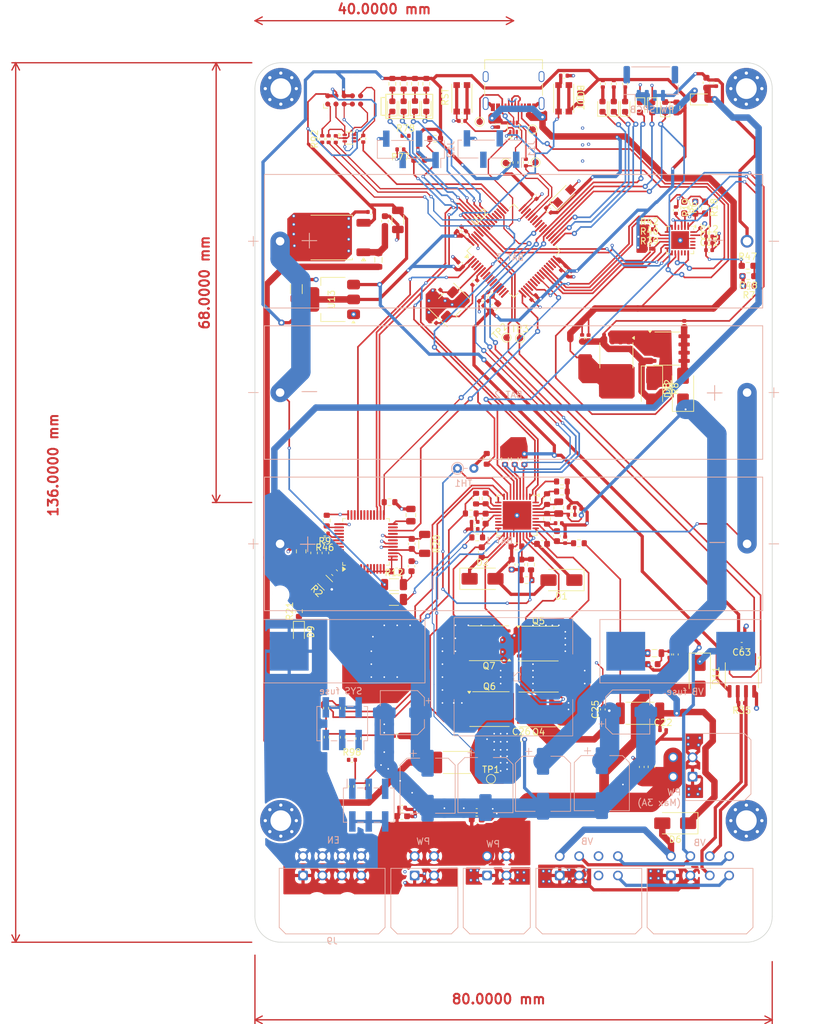
<source format=kicad_pcb>
(kicad_pcb (version 20241229) (generator "pcbnew") (generator_version "9.0")
  (layers (0 "F.Cu" signal) (4 "In1.Cu" signal) (6 "In2.Cu" signal) (2 "B.Cu" signal) (13 "F.Paste" user) (15 "B.Paste" user) (5 "F.SilkS" user "F.Silkscreen") (7 "B.SilkS" user "B.Silkscreen") (1 "F.Mask" user) (3 "B.Mask" user) (25 "Edge.Cuts" user))
  (net 0 "")
  (net 1 "+VSW")
  (net 2 "+5V")
  (net 3 "+3V3")
  (net 4 "NRST")
  (net 5 "CELL 3")
  (net 6 "CELL 2")
  (net 7 "CELL 1")
  (net 8 "CELL 0")
  (net 9 "Net-(U3-CP1)")
  (net 10 "/V_in_post_sense")
  (net 11 "Net-(U3-REG18)")
  (net 12 "ACP")
  (net 13 "ACN")
  (net 14 "Net-(BT1--)")
  (net 15 "Net-(BT2--)")
  (net 16 "Net-(C1-Pad1)")
  (net 17 "SW2")
  (net 18 "BTST2")
  (net 19 "REGN")
  (net 20 "SW1")
  (net 21 "BTST1")
  (net 22 "Net-(U3-FUSE)")
  (net 23 "Net-(D12-A)")
  (net 24 "+3VA3")
  (net 25 "Net-(C77-Pad1)")
  (net 26 "HSE_IN")
  (net 27 "STAT1")
  (net 28 "STAT2")
  (net 29 "CAN-")
  (net 30 "CAN+")
  (net 31 "SWDIO")
  (net 32 "SWCLK")
  (net 33 "I2C_SCL")
  (net 34 "I2C_SDA")
  (net 35 "BOOT")
  (net 36 "Net-(D4-K)")
  (net 37 "PACK+")
  (net 38 "ACOV")
  (net 39 "ACUV")
  (net 40 "Net-(SW1-B)")
  (net 41 "/VCC_BQ76952")
  (net 42 "PG")
  (net 43 "INT")
  (net 44 "HSE_OUT")
  (net 45 "BuckBoostOut")
  (net 46 "/VBUS")
  (net 47 "CAN_TX")
  (net 48 "CAN_RX")
  (net 49 "TS2")
  (net 50 "RST_SHUT")
  (net 56 "SRN")
  (net 59 "Net-(U2-VCCD)")
  (net 62 "FLIP")
  (net 64 "SRP")
  (net 65 "Net-(U10-IN)")
  (net 66 "FAULT")
  (net 67 "main_voltage")
  (net 71 "GND")
  (net 72 "V_in")
  (net 73 "USB_PD_OUT")
  (net 74 "Net-(D5-A)")
  (net 77 "CHRG_IND_LED_1")
  (net 78 "charging_voltage")
  (net 79 "Net-(D7-A)")
  (net 80 "CHRG_IND_LED_2")
  (net 81 "CHRG_IND_LED_3")
  (net 82 "Net-(D16-A)")
  (net 83 "STAT_LED0")
  (net 84 "Net-(D17-A)")
  (net 85 "STAT_LED1")
  (net 86 "Net-(D18-A)")
  (net 87 "STAT_LED2")
  (net 88 "Net-(D19-A)")
  (net 89 "Net-(D22-A)")
  (net 90 "CHRG_IND_LED_4")
  (net 91 "Net-(D23-A)")
  (net 92 "USB_FS_VBUS")
  (net 93 "DRV_SUP")
  (net 94 "PD_VDDD")
  (net 95 "CAN_2_L")
  (net 96 "CAN_2_H")
  (net 97 "/D0+")
  (net 98 "/D0-")
  (net 99 "CC1")
  (net 102 "CC2")
  (net 103 "/J1-SWDIO")
  (net 104 "/J1-SWO")
  (net 105 "Net-(U1-FBG)")
  (net 106 "Net-(U1-FB)")
  (net 107 "Net-(U1-FSW_SYNC)")
  (net 108 "Net-(U1-TS)")
  (net 109 "USB_D-")
  (net 110 "USB_D+")
  (net 112 "SWO")
  (net 113 "CE")
  (net 114 "GPIO_1")
  (net 115 "Net-(J2-Pin_3)")
  (net 116 "Net-(J2-Pin_5)")
  (net 117 "Net-(J4-Pin_3)")
  (net 118 "Net-(J4-Pin_5)")
  (net 119 "ISNK_COARSE")
  (net 120 "VBUS_MAX")
  (net 121 "VBUS_MIN")
  (net 123 "USB_PD_INTERRUPT")
  (net 127 "VBUS_FET_EN")
  (net 128 "BAL_ALERT")
  (net 131 "LODRV2")
  (net 132 "HIDRV1")
  (net 133 "LODRV1")
  (net 134 "Net-(J4-Pin_2)")
  (net 136 "HIDRV2")
  (net 137 "Net-(J2-Pin_2)")
  (net 144 "Net-(D9-K)")
  (net 156 "Net-(D11-K)")
  (net 157 "/MFS")
  (net 158 "Net-(F1-Pad2)")
  (net 159 "Net-(J2-Pin_1)")
  (net 160 "Net-(J4-Pin_1)")
  (net 161 "Net-(J9-Pin_5)")
  (net 162 "Net-(J17-Pin_1)")
  (net 163 "Net-(U3-LD)")
  (net 166 "/J1-SWCLK")
  (net 167 "Net-(J12-Pin_2)")
  (net 168 "Net-(J12-Pin_3)")
  (net 169 "Net-(U3-PACK)")
  (footprint "Diode_SMD:D_SMA" (layer "F.Cu") (at 142.4 102 180)
    (property "Reference" "D1")
    (property "Value" "D")
  )
  (footprint "Connector:Tag-Connect_TC2050-IDC-FP_2x05_P1.27mm_Vertical" (layer "F.Cu") (at 108.8 27.75)
    (property "Reference" "J17" (hide yes))
    (property "Value" "TC2050")
  )
  (footprint "MountingHole:MountingHole_3.2mm_M3_Pad_Via" (layer "F.Cu") (at 171 139.2)
    (property "Reference" "H4" (hide yes))
    (property "Value" "MountingHole_Pad")
  )
  (footprint "Capacitor_SMD:C_1206_3216Metric" (layer "F.Cu") (at 117.1 46.3 90)
    (property "Reference" "C61" (hide yes))
    (property "Value" "10u")
  )
  (footprint "Resistor_SMD:R_0603_1608Metric" (layer "F.Cu") (at 122.875 33.75)
    (property "Reference" "R67" (hide yes))
    (property "Value" "4.7k")
  )
  (footprint "Capacitor_SMD:C_0402_1005Metric" (layer "F.Cu") (at 159.1 113.5 -90)
    (property "Reference" "C83" (hide yes))
    (property "Value" "10n")
  )
  (footprint "Resistor_SMD:R_0603_1608Metric" (layer "F.Cu") (at 129.375 95.4 180)
    (property "Reference" "R41" (hide yes))
    (property "Value" "10" (hide yes))
  )
  (footprint "Capacitor_SMD:C_0402_1005Metric" (layer "F.Cu") (at 138.1 58.3 -135)
    (property "Reference" "C69" (hide yes))
    (property "Value" "100n")
  )
  (footprint "Package_SO:SOIC-8_3.9x4.9mm_P1.27mm" (layer "F.Cu") (at 170.305 116.725 -90)
    (property "Reference" "U11" (hide yes))
    (property "Value" "MCP2562-E-SN")
  )
  (footprint "Resistor_SMD:R_0402_1005Metric" (layer "F.Cu") (at 108.6 126.3 90)
    (property "Reference" "R95" (hide yes))
    (property "Value" "10k")
  )
  (footprint "Resistor_SMD:R_0402_1005Metric" (layer "F.Cu") (at 156 50.75)
    (property "Reference" "R39")
    (property "Value" "4k7")
  )
  (footprint "Resistor_SMD:R_0603_1608Metric_Pad0.98x0.95mm_HandSolder" (layer "F.Cu") (at 171.4 56.5 180)
    (property "Reference" "R7")
    (property "Value" "dnp")
  )
  (footprint "Crystal:Crystal_SMD_5032-4Pin_5.0x3.2mm" (layer "F.Cu") (at 125.129411 59.360589 45)
    (property "Reference" "Y3" (hide yes))
    (property "Value" "8MHz 12pF")
  )
  (footprint "Resistor_SMD:R_0603_1608Metric" (layer "F.Cu") (at 140.175 92.525 -90)
    (property "Reference" "R80" (hide yes))
    (property "Value" "10" (hide yes))
  )
  (footprint "TestPoint:TestPoint_Pad_D1.0mm" (layer "F.Cu") (at 129.75 31.125)
    (property "Reference" "TP6" (hide yes))
    (property "Value" "TP_USB_CC2")
  )
  (footprint "Resistor_SMD:R_0402_1005Metric" (layer "F.Cu") (at 160.1 44.8 -90)
    (property "Reference" "R5" (hide yes))
    (property "Value" "1k")
  )
  (footprint "Resistor_SMD:R_0402_1005Metric" (layer "F.Cu") (at 129 56 -135)
    (property "Reference" "R74" (hide yes))
    (property "Value" "1k")
  )
  (footprint "Resistor_SMD:R_0603_1608Metric" (layer "F.Cu") (at 115.813079 89.950001)
    (property "Reference" "R23" (hide yes))
    (property "Value" "4k7" (hide yes))
  )
  (footprint "Capacitor_SMD:C_0402_1005Metric" (layer "F.Cu") (at 117.75 137.193958)
    (property "Reference" "C87" (hide yes))
    (property "Value" "10n")
  )
  (footprint "Button_Switch_SMD:SW_Push_1P1T_NO_CK_KMR2" (layer "F.Cu") (at 142.75 27.5 90)
    (property "Reference" "SW1" (hide yes))
    (property "Value" "KMR721NGLFS")
  )
  (footprint "Capacitor_SMD:C_0402_1005Metric" (layer "F.Cu") (at 164.22 47.24 45)
    (property "Reference" "C20" (hide yes))
    (property "Value" "1u")
  )
  (footprint "Connector_USB:USB_C_Receptacle_Palconn_UTC16-G" (layer "F.Cu") (at 135 26.375 180)
    (property "Reference" "J16" (hide yes))
    (property "Value" "USB_C_Receptacle_USB2.0")
  )
  (footprint "Resistor_SMD:R_0402_1005Metric" (layer "F.Cu") (at 105.8 94.8 180)
    (property "Reference" "R9")
    (property "Value" "10k")
  )
  (footprint "Capacitor_SMD:C_0402_1005Metric" (layer "F.Cu") (at 136.2 126.6)
    (property "Reference" "C26")
    (property "Value" "100n")
  )
  (footprint "Resistor_SMD:R_0603_1608Metric" (layer "F.Cu") (at 135.175 83.3 -90)
    (property "Reference" "R64" (hide yes))
    (property "Value" "10k")
  )
  (footprint "Capacitor_SMD:C_0402_1005Metric" (layer "F.Cu") (at 126.8 53.2 135)
    (property "Reference" "C68" (hide yes))
    (property "Value" "100n")
  )
  (footprint "Capacitor_SMD:C_0805_2012Metric" (layer "F.Cu") (at 102.15 97.550001 -90)
    (property "Reference" "C19" (hide yes))
    (property "Value" "1u" (hide yes))
  )
  (footprint "Capacitor_SMD:C_0402_1005Metric" (layer "F.Cu") (at 128.975 94.1 180)
    (property "Reference" "C44" (hide yes))
    (property "Value" "100n")
  )
  (footprint "Resistor_SMD:R_0603_1608Metric" (layer "F.Cu") (at 145.3 27.5 -90)
    (property "Reference" "R34" (hide yes))
    (property "Value" "1k")
  )
  (footprint "Resistor_SMD:R_1206_3216Metric" (layer "F.Cu") (at 105.85 102.4 135)
    (property "Reference" "R2")
    (property "Value" "20")
  )
  (footprint "LED_SMD:LED_0603_1608Metric" (layer "F.Cu") (at 121.5 28.75 90)
    (property "Reference" "D5" (hide yes))
    (property "Value" "green")
  )
  (footprint "Capacitor_SMD:C_0402_1005Metric" (layer "F.Cu") (at 154.825 130.895 90)
    (property "Reference" "C89" (hide yes))
    (property "Value" "10n")
  )
  (footprint "Resistor_SMD:R_0402_1005Metric" (layer "F.Cu") (at 107.5 33.81 90)
    (property "Reference" "R87" (hide yes))
    (property "Value" "22")
  )
  (footprint "TestPoint:TestPoint_Pad_D1.0mm" (layer "F.Cu") (at 137.95 32.325)
    (property "Reference" "TP7" (hide yes))
    (property "Value" "TP_USB_CC1")
  )
  (footprint "Resistor_SMD:R_0603_1608Metric" (layer "F.Cu") (at 130.675 89.375 -90)
    (property "Reference" "R3" (hide yes))
    (property "Value" "35k" (hide yes))
  )
  (footprint "Inductor_SMD:L_0603_1608Metric" (layer "F.Cu") (at 132 59.8 45)
    (property "Reference" "FB1" (hide yes))
    (property "Value" "120R")
  )
  (footprint "Resistor_SMD:R_2512_6332Metric_Pad1.40x3.35mm_HandSolder" (layer "F.Cu") (at 126.3 130.2 180)
    (property "Reference" "R38" (hide yes))
    (property "Value" "5m" (hide yes))
  )
  (footprint "Resistor_SMD:R_0402_1005Metric" (layer "F.Cu") (at 118.29 33.3)
    (property "Reference" "R78")
    (property "Value" "22R")
  )
  (footprint "Capacitor_SMD:C_0805_2012Metric" (layer "F.Cu") (at 119.113079 91.950001 -90)
    (property "Reference" "C21" (hide yes))
    (property "Value" "2u2" (hide yes))
  )
  (footprint "Resistor_SMD:R_0603_1608Metric" (layer "F.Cu") (at 129.2 89.4 90)
    (property "Reference" "R28" (hide yes))
    (property "Value" "250k")
  )
  (footprint "Resistor_SMD:R_0603_1608Metric" (layer "F.Cu") (at 140.175001 89.475 90)
    (property "Reference" "R33" (hide yes))
    (property "Value" "300k" (hide yes))
  )
  (footprint "Capacitor_SMD:C_0402_1005Metric" (layer "F.Cu") (at 142.7 53.75 -135)
    (property "Reference" "C71" (hide yes))
    (property "Value" "100n")
  )
  (footprint "TestPoint:TestPoint_Pad_D1.0mm" (layer "F.Cu") (at 136 64.6)
    (property "Reference" "TP3")
    (property "Value" "TP_CAN_RX")
  )
  (footprint "Resistor_SMD:R_0402_1005Metric" (layer "F.Cu") (at 105.8 95.8 180)
    (property "Reference" "R46")
    (property "Value" "10k")
  )
  (footprint "Resistor_SMD:R_0402_1005Metric" (layer "F.Cu") (at 109.9 133.909999 90)
    (property "Reference" "R27" (hide yes))
    (property "Value" "50k")
  )
  (footprint "Capacitor_SMD:C_0402_1005Metric" (layer "F.Cu") (at 126.6 47.7 45)
    (property "Reference" "C67" (hide yes))
    (property "Value" "4u7")
  )
  (footprint "Resistor_SMD:R_0603_1608Metric" (layer "F.Cu") (at 121.5 25.25 -90)
    (property "Reference" "R14" (hide yes))
    (property "Value" "1k")
  )
  (footprint "Capacitor_SMD:C_0402_1005Metric" (layer "F.Cu") (at 141.975 93.2 180)
    (property "Reference" "C37" (hide yes))
    (property "Value" "100n")
  )
  (footprint "Capacitor_SMD:C_0402_1005Metric" (layer "F.Cu") (at 130 59.2 135)
    (property "Reference" "C75" (hide yes))
    (property "Value" "1u")
  )
  (footprint "Capacitor_SMD:C_0402_1005Metric" (layer "F.Cu") (at 161.4 62.4 90)
    (property "Reference" "C10" (hide yes))
    (property "Value" "1u")
  )
  (footprint "Capacitor_SMD:C_0603_1608Metric" (layer "F.Cu") (at 104.15 97.800001 -90)
    (property "Reference" "C24" (hide yes))
    (property "Value" "100p" (hide yes))
  )
  (footprint "Button_Switch_SMD:SW_Push_1P1T_NO_CK_KMR2" (layer "F.Cu") (at 127 27.5 90)
    (property "Reference" "SW2" (hide yes))
    (property "Value" "KMR721NGLFS")
  )
  (footprint "TestPoint:TestPoint_Pad_D1.0mm" (layer "F.Cu") (at 138.4 37.4)
    (property "Reference" "TP5" (hide yes))
    (property "Value" "TP_USB_D-")
  )
  (footprint "Capacitor_SMD:C_0402_1005Metric" (layer "F.Cu") (at 170.279999 120.999999 180)
    (property "Reference" "R35")
    (property "Value" "120")
  )
  (footprint "Capacitor_SMD:C_0402_1005Metric" (layer "F.Cu") (at 146.6 64.6 -90)
    (property "Reference" "C9" (hide yes))
    (property "Value" "1u")
  )
  (footprint "Resistor_SMD:R_0402_1005Metric" (layer "F.Cu") (at 142.8 24 180)
    (property "Reference" "R76" (hide yes))
    (property "Value" "100k")
  )
  (footprint "Capacitor_SMD:C_0402_1005Metric" (layer "F.Cu") (at 170.28 112 180)
    (property "Reference" "C63")
    (property "Value" "100n")
  )
  (footprint "Diode_SMD:Nexperia_CFP3_SOD-123W" (layer "F.Cu") (at 142.8 42.6 45)
    (property "Reference" "D24" (hide yes))
    (property "Value" "Vz = 3.6V")
  )
  (footprint "Capacitor_SMD:C_0402_1005Metric" (layer "F.Cu") (at 112.95 45.075 180)
    (property "Reference" "C60" (hide yes))
    (property "Value" "100n")
  )
  (footprint "Capacitor_SMD:C_0603_1608Metric" (layer "F.Cu") (at 164.825 25.1 90)
    (property "Reference" "C90" (hide yes))
    (property "Value" "10u")
  )
  (footprint "Resistor_SMD:R_0603_1608Metric" (layer "F.Cu") (at 145.1 96.3 180)
    (property "Reference" "R79" (hide yes))
    (property "Value" "10" (hide yes))
  )
  (footprint "Inductor_SMD:L_0805_2012Metric" (layer "F.Cu") (at 156.8 113.3 180)
    (property "Reference" "FB2" (hide yes))
    (property "Value" "120R")
  )
  (footprint "LED_SMD:LED_0603_1608Metric" (layer "F.Cu") (at 116.25 28.75 90)
    (property "Reference" "D23" (hide yes))
    (property "Value" "green")
  )
  (footprint "LED_SMD:LED_0603_1608Metric" (layer "F.Cu") (at 119.75 28.712499 90)
    (property "Reference" "D7" (hide yes))
    (property "Value" "green")
  )
  (footprint "Package_TO_SOT_SMD:TDSON-8-1" (layer "F.Cu") (at 138.85 111.82)
    (property "Reference" "Q5")
    (property "Value" "LoDRV1")
  )
  (footprint "MountingHole:MountingHole_3.2mm_M3_Pad_Via" (layer "F.Cu") (at 99 139.2)
    (property "Reference" "H3" (hide yes))
    (property "Value" "MountingHole_Pad")
  )
  (footprint "Diode_SMD:D_SOD-323" (layer "F.Cu") (at 101.8 110 -90)
    (property "Reference" "D9")
    (property "Value" "~")
  )
  (footprint "Capacitor_SMD:C_0603_1608Metric" (layer "F.Cu") (at 139.4 96.4 180)
    (property "Reference" "C49" (hide yes))
    (property "Value" "47n" (hide yes))
  )
  (footprint "Resistor_SMD:R_0402_1005Metric" (layer "F.Cu") (at 152.25 25.25 -90)
    (property "Reference" "R26" (hide yes))
    (property "Value" "1k")
  )
  (footprint "Package_TO_SOT_SMD:TDSON-8-1" (layer "F.Cu") (at 138.875 122 180)
    (property "Reference" "Q4")
    (property "Value" "HiDRV1")
  )
  (footprint "Diode_SMD:D_SMA" (layer "F.Cu") (at 161.2 72.4 90)
    (property "Reference" "D8")
    (property "Value" "~")
  )
  (footprint "Resistor_SMD:R_0603_1608Metric" (layer "F.Cu") (at 160.2 28.925 90)
    (property "Reference" "R69" (hide yes))
    (property "Value" "10k")
  )
  (footprint "LED_SMD:LED_0603_1608Metric" (layer "F.Cu") (at 118 28.75 90)
    (property "Reference" "D16" (hide yes))
    (property "Value" "green")
  )
  (footprint "Capacitor_SMD:C_0402_1005Metric" (layer "F.Cu") (at 123.339411 57.460589 -135)
    (property "Reference" "C78" (hide yes))
    (property "Value" "10p")
  )
  (footprint "Package_DFN_QFN:QFN-24-1EP_4x4mm_P0.5mm_EP2.75x2.75mm" (layer "F.Cu") (at 160.75 49.425001 -90)
    (property "Reference" "U2" (hide yes))
    (property "Value" "CYPD3177-24LQ" (hide yes))
  )
  (footprint "Package_QFP:TQFP-48_7x7mm_P0.5mm" (layer "F.Cu") (at 112.175579 96.100002 90)
    (property "Reference" "U3" (hide yes))
    (property "Value" "BQ76952PFBR" (hide yes))
  )
  (footprint "Resistor_SMD:R_0603_1608Metric" (layer "F.Cu") (at 116.25 25.25 -90)
    (property "Reference" "R17" (hide yes))
    (property "Value" "1k")
  )
  (footprint "Resistor_SMD:R_0402_1005Metric" (layer "F.Cu") (at 150.5 25.25 -90)
    (property "Reference" "R89" (hide yes))
    (property "Value" "1k")
  )
  (footprint "Capacitor_SMD:C_0603_1608Metric" (layer "F.Cu") (at 119.25 96.4 -90)
    (property "Reference" "C17" (hide yes))
    (property "Value" "220n" (hide yes))
  )
  (footprint "Resistor_SMD:R_0402_1005Metric" (layer "F.Cu") (at 106 121.8 -90)
    (property "Reference" "R94" (hide yes))
    (property "Value" "20k")
  )
  (footprint "Package_TO_SOT_SMD:SOT-563" (layer "F.Cu") (at 135 32 90)
    (property "Reference" "U14" (hide yes))
    (property "Value" "TPD4E1U06")
  )
  (footprint "Capacitor_SMD:C_0402_1005Metric" (layer "F.Cu") (at 165.240001 48.875002)
    (property "Reference" "C12")
    (property "Value" "100n")
  )
  (footprint "LED_SMD:LED_0603_1608Metric" (layer "F.Cu") (at 148.75 28.787501 90)
    (property "Reference" "D19" (hide yes))
    (property "Value" "green")
  )
  (footprint "Resistor_SMD:R_0603_1608Metric" (layer "F.Cu") (at 101.8 106.8 90)
    (property "Reference" "R21")
    (property "Value" "100")
  )
  (footprint "Diode_SMD:D_SMA" (layer "F.Cu") (at 160 139.6 180)
    (property "Reference" "D6")
    (property "Value" "~")
  )
  (footprint "Resistor_SMD:R_0603_1608Metric" (layer "F.Cu") (at 120.4 37)
    (property "Reference" "R66" (hide yes))
    (property "Value" "4.7k" (hide yes))
  )
  (footprint "Resistor_SMD:R_0603_1608Metric" (layer "F.Cu") (at 128.375 91.7 180)
    (property "Reference" "R37" (hide yes))
    (property "Value" "10" (hide yes))
  )
  (footprint "Resistor_SMD:R_0402_1005Metric" (layer "F.Cu") (at 145.6 64.6 -90)
    (property "Reference" "R4" (hide yes))
    (property "Value" "10k")
  )
  (footprint "Package_TO_SOT_SMD:SOT-223-3_TabPin2" (layer "F.Cu") (at 107.1 58.6 180)
    (property "Reference" "U13")
    (property "Value" "AZ1117I-3.3")
  )
  (footprint "Package_QFP:LQFP-64_10x10mm_P0.5mm" (layer "F.Cu") (at 135.007375 51.081713 45)
    (property "Reference" "U12")
    (property "Value" "STM32F105RCTx")
  )
  (footprint "Resistor_SMD:R_0402_1005Metric" (layer "F.Cu") (at 156 49.25)
    (property "Reference" "R40")
    (property "Value" "10k")
  )
  (footprint "Package_SO:SO-8_3.9x4.9mm_P1.27mm" (layer "F.Cu") (at 158.8 66.2)
    (property "Reference" "Q1" (hide yes))
    (property "Value" "AOSP21321")
  )
  (footprint "Resistor_SMD:R_0805_2012Metric" (layer "F.Cu") (at 141.975 90.800001 90)
    (property "Reference" "R44" (hide yes))
    (property "Value" "1000k" (hide yes))
  )
  (footprint "Package_TO_SOT_SMD:SOT-563" (layer "F.Cu") (at 109.6 33.65)
    (property "Reference" "U15" (hide yes))
    (property "Value" "TPD4E1U06")
  )
  (footprint "Capacitor_SMD:C_0603_1608Metric" (layer "F.Cu") (at 156.325 130.875 90)
    (property "Reference" "C88" (hide yes))
    (property "Value" "10u")
  )
  (footprint "Resistor_SMD:R_0402_1005Metric" (layer "F.Cu") (at 111 126.5 90)
    (property "Reference" "R25" (hide yes))
    (property "Value" "20k")
  )
  (footprint "Resistor_SMD:R_0402_1005Metric" (layer "F.Cu") (at 143.975 91.9 180)
    (property "Reference" "R1" (hide yes))
    (property "Value" "2.4")
  )
  (footprint "Capacitor_SMD:C_0603_1608Metric" (layer "F.Cu") (at 130.075 97.7 -90)
    (property "Reference" "C46" (hide yes))
    (property "Value" "47n" (hide yes))
  )
  (footprint "LED_SMD:LED_0603_1608Metric" (layer "F.Cu") (at 150.5 28.787501 90)
    (property "Reference" "D18" (hide yes))
    (property "Value" "yellow")
  )
  (footprint "Capacitor_SMD:C_0402_1005Metric" (layer "F.Cu") (at 127.3 48.4 45)
    (property "Reference" "C72" (hide yes))
    (property "Value" "100n")
  )
  (footprint "Capacitor_SMD:C_0603_1608Metric" (layer "F.Cu") (at 107.313079 100.850001 -45)
    (property "Reference" "C14" (hide yes))
    (property "Value" "220n" (hide yes))
  )
  (footprint "Resistor_SMD:R_0603_1608Metric" (layer "F.Cu") (at 118 25.25 -90)
    (property "Reference" "R16" (hide yes))
    (property "Value" "1k")
  )
  (footprint "Package_TO_SOT_SMD:TDSON-8-1" (layer "F.Cu") (at 131.2 111.77 180)
    (property "Reference" "Q7")
    (property "Value" "LoDRV2")
  )
  (footprint "Package_DFN_QFN:Texas_RHH0036C_VQFN-36-1EP_6x6mm_P0.5mm_EP4.4x4.4mm" (layer "F.Cu") (at 135.525 92 -90)
    (property "Reference" "U1" (hide yes))
    (property "Value" "BQ25756RRVR" (hide yes))
  )
  (footprint "LED_SMD:LED_0603_1608Metric" (layer "F.Cu") (at 158.45 28.862501 90)
    (property "Reference" "D22" (hide yes))
    (property "Value" "red")
  )
  (footprint "Resistor_SMD:R_0402_1005Metric" (layer "F.Cu") (at 135.3 37.425 90)
    (property "Reference" "R75" (hide yes))
    (property "Value" "22R")
  )
  (footprint "Resistor_SMD:R_2512_6332Metric_Pad1.40x3.35mm_HandSolder" (layer "F.Cu") (at 154.55 122.6 180)
    (property "Reference" "R65" (hide yes))
    (property "Value" "5m" (hide yes))
  )
  (footprint "Resistor_SMD:R_0603_1608Metric_Pad0.98x0.95mm_HandSolder" (layer "F.Cu") (at 163.1 44.4 90)
    (property "Reference" "R19")
    (property "Value" "0R")
  )
  (footprint "Capacitor_SMD:C_0402_1005Metric" (layer "F.Cu") (at 158.12 125.2)
    (property "Reference" "C22")
    (property "Value" "0.47uF")
  )
  (footprint "Resistor_SMD:R_0603_1608Metric" (layer "F.Cu") (at 137 102 180)
    (property "Reference" "R82" (hide yes))
    (property "Value" "22k" (hide yes))
  )
  (footprint "Resistor_SMD:R_0402_1005Metric" (layer "F.Cu") (at 136.9 37.425 -90)
    (property "Reference" "R73" (hide yes))
    (property "Value" "22R")
  )
  (footprint "Resistor_SMD:R_1206_3216Metric" (layer "F.Cu") (at 116.5 102.7)
    (property "Reference" "R12")
    (property "Value" "20")
  )
  (footprint "Resistor_SMD:R_0402_1005Metric" (layer "F.Cu") (at 156 47.75)
    (property "Reference" "R42")
    (property "Value" "10k")
  )
  (footprint "Capacitor_SMD:C_0402_1005Metric" (layer "F.Cu") (at 165.230002 49.875001)
    (property "Reference" "C13")
    (property "Value" "100n")
  )
  (footprint "Resistor_SMD:R_0402_1005Metric" (layer "F.Cu") (at 110 129.8)
    (property "Reference" "R98")
    (property "Value" "15k")
  )
  (footprint "Resistor_SMD:R_0402_1005Metric" (layer "F.Cu") (at 148.8 25.25 -90)
    (property "Reference" "R90" (hide yes))
    (property "Value" "1k")
  )
  (footprint "Capacitor_SMD:C_0402_1005Metric" (layer "F.Cu") (at 143.975 90.8 180)
    (property "Reference" "C1" (hide yes))
    (property "Value" "100n")
  )
  (footprint "Diode_SMD:D_SMA" (layer "F.Cu") (at 130.2 101.8)
    (property "Reference" "D2")
    (property "Value" "D")
  )
  (footprint "Capacitor_SMD:C_0402_1005Metric" (layer "F.Cu") (at 145.475 91.5 90)
    (property "Reference" "C65" (hide yes))
    (property "Value" "1u")
  )
  (footprint "Diode_SMD:D_SMA" (layer "F.Cu") (at 156.4 72.4 -90)
    (property "Reference" "D12")
    (property "Value" "~")
  )
  (footprint "Resistor_SMD:R_0603_1608Metric" (layer "F.Cu") (at 136.675 83.3 -90)
    (property "Reference" "R72" (hide yes))
    (property "Value" "10k")
  )
  (footprint "Capacitor_SMD:C_0603_1608Metric" (layer "F.Cu") (at 129.3 139)
    (property "Reference" "C84" (hide yes))
    (property "Value" "10u")
  )
  (footprint "Capacitor_SMD:C_0603_1608Metric" (layer "F.Cu") (at 116.913079 100.650001)
    (property "Reference" "C15" (hide yes))
    (property "Value" "220n" (hide yes))
  )
  (footprint "Capacitor_SMD:C_0402_1005Metric" (layer "F.Cu") (at 128.975 93)
    (property "Reference" "C45" (hide yes))
    (property "Value" "100n")
  )
  (footprint "TestPoint:TestPoint_Pad_D1.0mm" (layer "F.Cu") (at 133.9 64.5 45)
    (property "Reference" "TP2")
    (property "Value" "TP_CAN_TX")
  )
  (footprint "Resistor_SMD:R_1206_3216Metric" (layer "F.Cu") (at 121.25 96.4 -90)
    (property "Reference" "R20")
    (property "Value" "20")
  )
  (footprint "Capacitor_SMD:C_0402_1005Metric" (layer "F.Cu") (at 130.7 58.5 135)
    (property "Reference" "C74" (hide yes))
    (property "Value" "1u")
  )
  (footprint "Capacitor_SMD:C_0402_1005Metric" (layer "F.Cu") (at 131.4 57.8 135)
    (property "Reference" "C73" (hide yes))
    (property "Value" "10n")
  )
  (footprint "Package_SO:SO-8_3.9x4.9mm_P1.27mm" (layer "F.Cu") (at 150.9 67.25 -90)
    (property "Reference" "Q12" (hide yes))
    (property "Value" "AOSP21321")
  )
  (footprint "Capacitor_SMD:C_0402_1005Metric" (layer "F.Cu") (at 117 126.1 180)
    (property "Reference" "C3" (hide yes))
    (property "Value" "100n")
  )
  (footprint "Capacitor_SMD:C_0603_1608Metric" (layer "F.Cu") (at 134.7 99.6 -90)
    (property "Reference" "C48" (hide yes))
    (property "Value" "470n" (hide yes))
  )
  (footprint "LED_SMD:LED_0603_1608Metric" (layer "F.Cu") (at 154.55 28.9 -90)
    (property "Reference" "D20" (hide yes))
    (property "Value" "yellow")
  )
  (footprint "Capacitor_SMD:C_0603_1608Metric" (layer "F.Cu") (at 117.75 138.495)
    (property "Reference" "C86" (hide yes))
    (property "Value" "10u")
  )
  (footprint "Capacitor_SMD:C_0603_1608Metric" (layer "F.Cu") (at 130.675 92.5 90)
    (property "Reference" "C43" (hide yes))
    (property "Value" "470n" (hide yes))
  )
  (footprint "Capacitor_SMD:C_1206_3216Metric" (layer "F.Cu") (at 101.4 57 -90)
    (property "Reference" "C80" (hide yes))
    (property "Value" "22u")
  )
  (footprint "Capacitor_SMD:C_0402_1005Metric" (layer "F.Cu") (at 132.6 31.47 90)
    (property "Reference" "C23" (hide yes))
    (property "Value" "3u3")
  )
  (footprint "TestPoint:TestPoint_Pad_D1.0mm" (layer "F.Cu") (at 133.8 37.5)
    (property "Reference" "TP4" (hide yes))
    (property "Value" "TP_USB_D+")
  )
  (footprint "Resistor_SMD:R_0402_1005Metric" (layer "F.Cu") (at 117.5 35.4 180)
    (property "Reference" "R77")
    (property "Value" "22R")
  )
  (footprint "Resistor_SMD:R_0603_1608Metric" (layer "F.Cu") (at 137.7 99.6 90)
    (property "Reference" "R32" (hide yes))
    (property "Value" "4k" (hide yes))
  )
  (footprint "Capacitor_SMD:C_0402_1005Metric" (layer "F.Cu") (at 148.8 122 90)
    (property "Reference" "C25")
    (property "Value" "100n")
  )
  (footprint "Capacitor_SMD:C_0603_1608Metric" (layer "F.Cu") (at 119.213079 99.850001 90)
    (property "Reference" "C16" (hide yes))
    (property "Value" "220n" (hide yes))
  )
  (footprint "Capacitor_SMD:C_0603_1608Metric" (layer "F.Cu") (at 115.1 46.5 -90)
    (property "Reference" "C58" (hide yes))
    (property "Value" "470n" (hide yes))
  )
  (footprint "TestPoint:TestPoint_Pad_D1.0mm" (layer "F.Cu") (at 131.5 132.75)
    (property "Reference" "TP1")
    (property "Value" "BuckBoostOut")
  )
  (footprint "Resistor_SMD:R_0603_1608Metric_Pad0.98x0.95mm_HandSolder" (layer "F.Cu") (at 171.3125 55 180)
    (property "Reference" "R48")
    (property "Value" "0R")
  )
  (footprint "Capacitor_SMD:C_0402_1005Metric" (layer "F.Cu") (at 165.240001 50.975001)
    (property "Reference" "C11")
    (property "Value" "1u")
  )
  (footprint "Resistor_SMD:R_0603_1608Metric" (layer "F.Cu") (at 142.475 86.75)
    (property "Reference" "R31" (hide yes))
    (property "Value" "50k" (hide yes))
  )
  (footprint "Capacitor_SMD:C_0402_1005Metric" (layer "F.Cu") (at 122.7 61.9 135)
    (property "Reference" "C77" (hide yes))
    (property "Value" "10p")
  )
  (footprint "LED_SMD:LED_0603_1608Metric" (layer "F.Cu") (at 152.25 28.787501 90)
    (property "Reference" "D17" (hide yes))
    (property "Value" "red")
  )
  (footprint "Capacitor_SMD:C_0402_1005Metric" (layer "F.Cu") (at 127.02 31)
    (property "Reference" "C79" (hide yes))
    (property "Value" "100n")
  )
  (footprint "Resistor_SMD:R_0603_1608Metric_Pad0.98x0.95mm_HandSolder" (layer "F.Cu") (at 164.6 44.4 -90)
    (property "Reference" "R18")
    (property "Value" "dnp")
  )
  (footprint "Resistor_SMD:R_0402_1005Metric" (layer "F.Cu") (at 111.75 33.75 -90)
    (property "Reference" "R88" (hide yes))
    (property "Value" "22")
  )
  (footprint "Capacitor_SMD:C_0402_1005Metric" (layer "F.Cu") (at 160.1 113.5 -90)
    (property "Reference" "C81" (hide yes))
    (property "Value" "100n")
  )
  (footprint "Inductor_SMD:L_0805_2012Metric" (layer "F.Cu") (at 114.1 52.5 -90)
    (property "Reference" "FB3" (hide yes))
    (property "Value" "120R" (hide yes))
  )
  (footprint "Resistor_SMD:R_0402_1005Metric" (layer "F.Cu") (at 108.6 121.809999 90)
    (property "Reference" "R83" (hide yes))
    (property "Value" "49k9")
  )
  (footprint "Capacitor_SMD:C_0402_1005Metric" (layer "F.Cu") (at 138.2 42.7 -45)
    (property "Reference" "C70" (hide yes))
    (property "Value" "100n")
  )
  (footprint "Capacitor_SMD:C_0603_1608Metric" (layer "F.Cu") (at 156.5 115 180)
    (property "Reference" "C82" (hide yes))
    (property "Value" "10u")
  )
  (footprint "LED_SMD:LED_0603_1608Metric" (layer "F.Cu") (at 156.45 28.9 -90)
    (property "Reference" "D21" (hide yes))
    (property "Value" "green")
  )
  (footprint "Resistor_SMD:R_0603_1608Metric_Pad0.98x0.95mm_HandSolder" (layer "F.Cu") (at 161.4 44.4 -90)
    (property "Reference" "R6")
    (property "Value" "0R")
  )
  (footprint "Resistor_SMD:R_1206_3216Metric" (layer "F.Cu") (at 116.5 105 180)
    (property "Reference" "R11" (hide yes))
    (property "Value" "20")
  )
  (footprint "Resistor_SMD:R_0402_1005Metric" (layer "F.Cu") (at 158.8 72.4 -90)
    (property "Reference" "R8")
    (property "Value" "49k9")
  )
  (footprint "Resistor_SMD:R_0402_1005Metric" (layer "F.Cu") (at 106.4 33.8 90)
    (property "Reference" "R86" (hide yes))
    (property "Value" "22")
  )
  (footprint "Capacitor_SMD:C_0402_1005Metric" (layer "F.Cu") (at 143.55 54.55 -135)
    (property "Reference" "C76" (hide yes))
    (property "Value" "10n")
  )
  (footprint "Capacitor_SMD:C_0603_1608Metric" (layer "F.Cu") (at 141.7 95.2 90)
    (property "Reference" "C39" (hide yes))
    (property "Value" "470n" (hide yes))
  )
  (footprint "Diode_SMD:D_SOD-323" (layer "F.Cu") (at 163.95 27.675)
    (property "Reference" "D4" (hide yes))
    (property "Value" "~")
  )
  (footprint "Resistor_SMD:R_0603_1608Metric" (layer "F.Cu") (at 135.45 96.8 180)
    (property "Reference" "R22" (hide yes))
    (property "Value" "10R" (hide yes))
  )
  (footprint "Package_TO_SOT_SMD:TO-252-2" (layer "F.Cu") (at 106.76 49.0275 180)
    (property "Reference" "U10" (hide yes))
    (property "Value" "L7805")
  )
  (footprint "Capacitor_SMD:C_0603_1608Metric" (layer "F.Cu") (at 136.2 99.6 -90)
    (property "Reference" "C47" (hide yes))
    (property "Value" "470n" (hide yes))
  )
  (footprint "Resistor_SMD:R_0402_1005Metric" (layer "F.Cu") (at 140.4 44.8 -45)
    (property "Reference" "R45" (hide yes))
    (property "Value" "4k7")
  )
  (footprint "Capacitor_SMD:C_0603_1608Metric" (layer "F.Cu") (at 105.9 97.800001 -90)
    (property "Reference" "C18" (hide yes))
    (property "Value" "470n" (hide yes))
  )
  (footprint "Resistor_SMD:R_0402_1005Metric" (layer "F.Cu") (at 112.3 133.7 90)
    (property "Reference" "R97" (hide yes))
    (property "Value" "20k")
  )
  (footprint "Capacitor_SMD:C_0402_1005Metric" (layer "F.Cu") (at 142.975 95.8 90)
    (property "Reference" "C38" (hide yes))
    (property "Value" "100n")
  )
  (footprint "Resistor_SMD:R_0603_1608Metric_Pad0.98x0.95mm_HandSolder" (layer "F.Cu") (at 171.2 53.4)
    (property "Reference" "R47")
    (property "Value" "dnp")
  )
  (footprint "Resistor_SMD:R_0402_1005Metric" (layer "F.Cu") (at 106.1 126.290001 90)
    (property "Reference" "R96" (hide yes))
    (property "Value" "5k1")
  )
  (footprint "Resistor_SMD:R_0603_1608Metric" (layer "F.Cu") (at 142.475 88.3)
    (property "Reference" "R43" (hide yes))
    (property "Value" "68k" (hide yes))
  )
  (footprint "Capacitor_SMD:C_0402_1005Metric" (layer "F.Cu") (at 129.3 137.7)
    (property "Reference" "C85" (hide yes))
    (property "Value" "10n")
  )
  (footprint "MountingHole:MountingHole_3.2mm_M3_Pad_Via" (layer "F.Cu") (at 99 26)
    (property "Reference" "H1" (hide yes))
    (property "Value" "MountingHole_Pad")
  )
  (footprint "Diode_SMD:D_SMA" (layer "F.Cu") (at 163.8 116.799999 -90)
    (property "Reference" "D11")
    (property "Value" "~")
  )
  (footprint "Package_TO_SOT_SMD:TDSON-8-1" (layer "F.Cu") (at 131.275 121.95)
    (property "Reference" "Q6")
    (property "Value" "HiDRV2")
  )
  (footprint "Resistor_SMD:R_0603_1608Metric" (layer "F.Cu") (at 133.675 83.3 -90)
    (property "Reference" "R70" (hide yes))
    (property "Value" "10k")
  )
  (footprint "Resistor_SMD:R_0603_1608Metric" (layer "F.Cu") (at 119.75 25.25 -90)
    (property "Reference" "R15" (hide yes))
    (property "Value" "1k")
  )
  (footprint "Capacitor_SMD:C_0402_1005Metric" (layer "F.Cu") (at 166.325 25.145 90)
    (property "Reference" "C91" (hide yes))
    (property "Value" "10n")
  )
  (footprint "Resistor_SMD:R_0402_1005Metric" (layer "F.Cu") (at 105.4 33.8 90)
    (property "Reference" "R92")
    (property "Value" "22")
  )
  (footprint "Resistor_SMD:R_0603_1608Metric" (layer "F.Cu") (at 106.1 92.8 90)
    (property "Reference" "R24" (hide yes))
    (property "Value" "100k" (hide yes))
  )
  (footprint "Resistor_SMD:R_0603_1608Metric" (layer "F.Cu") (at 130.85 83.25 -90)
    (property "Reference" "R91" (hide yes))
    (property "Value" "10k" (hide yes))
  )
  (footprint "MountingHole:MountingHole_3.2mm_M3_Pad_Via" (layer "F.Cu") (at 171 26)
    (property "Reference" "H2" (hide yes))
    (property "Value" "MountingHole_Pad" (hide yes))
  )
  (footprint "Capacitor_SMD:CP_Elec_8x6.9" (layer "B.Cu") (at 148.65 133.4 -90)
    (property "Reference" "C4" (hide yes))
    (property "Value" "82u")
  )
  (footprint "Connector_PinHeader_2.54mm:PinHeader_2x03_P2.54mm_Vertical_SMD" (layer "B.Cu") (at 108.5 124.2 90)
    (property "Reference" "J2" (hide yes))
    (property "Value" "Conn_02x03_Odd_Even")
  )
  (footprint "Capacitor_SMD:CP_Elec_8x6.9" (layer "B.Cu") (at 139.55 133.5 -90)
    (property "Reference" "C2" (hide yes))
    (property "Value" "82u")
  )
  (footprint "Inductor Wuerth:BAT_1043" (layer "B.Cu") (at 135 73)
    (property "Reference" "BT2" (hide yes))
    (property "Value" "Battery_Cell")
  )
  (footprint "Connector_PinHeader_2.54mm:PinHeader_1x04_P2.54mm_Vertical_SMD_Pin1Left" (layer "B.Cu") (at 119.12 35.395 90)
    (property "Reference" "J12")
    (property "Value" "SWD Header")
  )
  (footprint "Connector_PinHeader_2.54mm:PinHeader_2x03_P2.54mm_Vertical_SMD" (layer "B.Cu") (at 112.6 136.8 -90)
    (property "Reference" "J4" (hide yes))
    (property "Value" "Conn_02x03_Odd_Even")
  )
  (footprint "Connector_Molex:Molex_Micro-Fit_3.0_43045-0400_2x02_P3.00mm_Horizontal" (layer "B.Cu") (at 130.9 147.68)
    (property "Reference" "J6" (hide yes))
    (property "Value" "Molex MicroFit 2x2")
  )
  (footprint "Fuse:Fuseholder_Cylinder-5x20mm_Wuerth_696103101002-SMD_Horizontal_Open" (layer "B.Cu") (at 160.85 113 180)
    (property "Reference" "F1" (hide yes))
    (property "Value" "5A")
  )
  (footprint "Connector_JST:JST_GH_SM04B-GHS-TB_1x04-1MP_P1.25mm_Horizontal" (layer "B.Cu") (at 156.225 25.2)
    (property "Reference" "J10" (hide yes))
    (property "Value" "JST-GH 4Pin")
  )
  (footprint "Connector_Molex:Molex_Micro-Fit_3.0_43045-0400_2x02_P3.00mm_Horizontal" (layer "B.Cu") (at 119.7 147.68)
    (property "Reference" "J8" (hide yes))
    (property "Value" "Molex MicroFit 2x2")
  )
  (footprint "Capacitor_SMD:CP_Elec_8x6.9" (layer "B.Cu") (at 130.65 133.7 -90)
    (property "Reference" "C6" (hide yes))
    (property "Value" "82u")
  )
  (footprint "Connector_Molex:Molex_Micro-Fit_3.0_43045-0800_2x04_P3.00mm_Horizontal" (layer "B.Cu") (at 142.14 147.68)
    (property "Reference" "J3" (hide yes))
    (property "Value" "Conn_02x04_Top_Bottom")
  )
  (footprint "Inductor Wuerth:BAT_1043" (layer "B.Cu") (at 135 96.4 180)
    (property "Reference" "BT1" (hide yes))
    (property "Value" "Battery_Cell")
  )
  (footprint "Fuse:Fuseholder_Cylinder-5x20mm_Wuerth_696103101002-SMD_Horizontal_Open" (layer "B.Cu") (at 108.8 113)
    (property "Reference" "F3" (hide yes))
    (property "Value" "20A")
  )
  (footprint "Connector_Molex:Molex_Micro-Fit_3.0_43045-0800_2x04_P3.00mm_Horizontal" (layer "B.Cu") (at 102.44 147.68)
    (property "Reference" "J9")
    (property "Value" "Conn_02x04_Top_Bottom")
  )
  (footprint "Connector_Molex:Molex_Micro-Fit_3.0_43045-0800_2x04_P3.00mm_Horizontal" (layer "B.Cu") (at 159.34 147.68)
    (property "Reference" "J1" (hide yes))
    (property "Value" "Conn_02x04_Top_Bottom")
  )
  (footprint "Capacitor_SMD:CP_Elec_6.3x5.9" (layer "B.Cu") (at 152.65 122.4)
    (property "Reference" "C7" (hide yes))
    (property "Value" "10u")
  )
  (footprint "Inductor Wuerth:Wuerth 7443557560" (layer "B.Cu") (at 135 116.95 90)
    (property "Reference" "L2")
    (property "Value" "5u6")
  )
  (footprint "Capacitor_SMD:CP_Elec_6.3x5.9" (layer "B.Cu") (at 117.8 122.5 180)
    (property "Reference" "C8" (hide yes))
    (property "Value" "10u")
  )
  (footprint "Connector_Molex:Molex_Micro-Fit_3.0_43045-0400_2x02_P3.00mm_Horizontal" (layer "B.Cu") (at 162.68 132.4 90)
    (property "Reference" "J7" (hide yes))
    (property "Value" "Molex MicroFit 2x2")
  )
  (footprint "Resistor_THT:R_Axial_DIN0204_L3.6mm_D1.6mm_P2.54mm_Vertical" (layer "B.Cu") (at 126.325 84.725)
    (property "Reference" "TH1")
    (property "Value" "Thermistor_NTC")
  )
  (footprint "Connector_PinHeader_2.54mm:PinHeader_1x04_P2.54mm_Vertical_SMD_Pin1Left" (layer "B.Cu") (at 131.595 35.345 90)
    (property "Reference" "J11")
    (property "Value" "SWD Header")
  )
  (footprint "Capacitor_SMD:CP_Elec_8x6.9" (layer "B.Cu") (at 121.7 133.8 -90)
    (property "Reference" "C5" (hide yes))
    (property "Value" "82u")
  )
  (footprint "Inductor Wuerth:BAT_1043" (layer "B.Cu") (at 135 49.6 180)
    (property "Reference" "BT3" (hide yes))
    (property "Value" "Battery_Cell")
  )
  (gr_rect (start 114.5 27.375) (end 115.25 30.125) (stroke (width 0.15)) (fill no) (layer "F.SilkS"))
  (gr_rect (start 115.25 26.875) (end 122.5 30.625) (stroke (width 0.15)) (fill no) (layer "F.SilkS"))
  (gr_arc (start 95 26) (mid 96.171573 23.171573) (end 99 22) (stroke (width 0.1)) (layer "Edge.Cuts"))
  (gr_arc (start 171 22) (mid 173.828427 23.171573) (end 175 26) (stroke (width 0.1)) (layer "Edge.Cuts"))
  (gr_line (start 99 22) (end 171 22) (stroke (width 0.1)) (layer "Edge.Cuts"))
  (gr_line (start 95 154) (end 95 26) (stroke (width 0.1)) (layer "Edge.Cuts"))
  (gr_line (start 171 158) (end 99 158) (stroke (width 0.1)) (layer "Edge.Cuts"))
  (gr_arc (start 175 154) (mid 173.828427 156.828427) (end 171 158) (stroke (width 0.1)) (layer "Edge.Cuts"))
  (gr_arc (start 99 158) (mid 96.171573 156.828427) (end 95 154) (stroke (width 0.1)) (layer "Edge.Cuts"))
  (gr_line (start 175 26) (end 175 154) (stroke (width 0.1)) (layer "Edge.Cuts"))
  (gr_text "RST" (at 125 28.75 90) (layer "F.SilkS") (effects (font (size 1 1)) (justify left bottom)))
  (gr_text "BOOT" (at 144.75 25.300001 270) (layer "F.SilkS") (effects (font (size 1 1)) (justify left bottom)))
  (gr_text "VB" (at 164.8 143.2 0) (layer "B.SilkS") (effects (font (size 1 1)) (justify left bottom mirror)))
  (gr_text "+" (at 105.375 51.025 0) (layer "B.SilkS") (effects (font (size 3 3)) (justify left bottom mirror)))
  (gr_text "-" (at 105.375 74.375 0) (layer "B.SilkS") (effects (font (size 3 3)) (justify left bottom mirror)))
  (gr_text "-" (at 168.15 50.975 0) (layer "B.SilkS") (effects (font (size 3 3)) (justify left bottom mirror)))
  (gr_text "BAT 3" (at 136.7 52.7 0) (layer "B.SilkS") (effects (font (size 1 1)) (justify left bottom mirror)))
  (gr_text "-" (at 168.45 97.7 0) (layer "B.SilkS") (effects (font (size 3 3)) (justify left bottom mirror)))
  (gr_text "PW SPCB" (at 159.925 29.825 0) (layer "B.SilkS") (effects (font (size 1 1)) (justify left bottom mirror)))
  (gr_text "PW" (at 133 143.4 0) (layer "B.SilkS") (effects (font (size 1 1)) (justify left bottom mirror)))
  (gr_text "VB fuse" (at 164.5 119.85 0) (layer "B.SilkS") (effects (font (size 1 1)) (justify left bottom mirror)))
  (gr_text "VB" (at 147.4 143 0) (layer "B.SilkS") (effects (font (size 1 1)) (justify left bottom mirror)))
  (gr_text "PW" (at 122.2 143 0) (layer "B.SilkS") (effects (font (size 1 1)) (justify left bottom mirror)))
  (gr_text "EN" (at 108.2 142.8 0) (layer "B.SilkS") (effects (font (size 1 1)) (justify left bottom mirror)))
  (gr_text "BAT 2" (at 136.475 73.925 0) (layer "B.SilkS") (effects (font (size 1 1)) (justify left bottom mirror)))
  (gr_text "+" (at 168.05 74.575 0) (layer "B.SilkS") (effects (font (size 3 3)) (justify left bottom mirror)))
  (gr_text "+" (at 105.125 97.975 0) (layer "B.SilkS") (effects (font (size 3 3)) (justify left bottom mirror)))
  (gr_text "PW \n(Max 3A)" (at 161 137 0) (layer "B.SilkS") (effects (font (size 1 1)) (justify left bottom mirror)))
  (gr_text "SYS fuse" (at 111.7 119.75 0) (layer "B.SilkS") (effects (font (size 1 1)) (justify left bottom mirror)))
  (gr_text "BAT 1" (at 135 96.5 0) (layer "B.SilkS") (effects (font (size 1 1)) (justify left bottom mirror)))
  (dimension (type orthogonal) (layer "F.Cu") (pts (xy 95 15.5) (xy 135 15.5)) (height 0) (orientation 0) (format (prefix "") (suffix "") (units 3) (units_format 1) (precision 4)) (style (thickness 0.2) (arrow_length 1.27) (text_position_mode 0) (arrow_direction outward) (extension_height 0.58642) (extension_offset 0.5) (keep_text_aligned yes)) (gr_text "40,0000 mm" (at 115 13.7 0) (layer "F.Cu") (effects (font (size 1.5 1.5) (thickness 0.3)))))
  (dimension (type orthogonal) (layer "F.Cu") (pts (xy 95 22) (xy 95 90)) (height -6) (orientation 1) (format (prefix "") (suffix "") (units 3) (units_format 1) (precision 4)) (style (thickness 0.2) (arrow_length 1.27) (text_position_mode 0) (arrow_direction outward) (extension_height 0.58642) (extension_offset 0.5) (keep_text_aligned yes)) (gr_text "68,0000 mm" (at 87.2 56 90) (layer "F.Cu") (effects (font (size 1.5 1.5) (thickness 0.3)))))
  (dimension (type orthogonal) (layer "F.Cu") (pts (xy 95 159.5) (xy 175 160.5)) (height 10.5) (orientation 0) (format (prefix "") (suffix "") (units 3) (units_format 1) (precision 4)) (style (thickness 0.2) (arrow_length 1.27) (text_position_mode 2) (arrow_direction outward) (extension_height 0.58642) (extension_offset 0.5) (keep_text_aligned yes)) (gr_text "80,0000 mm" (at 132.7 166.8 0) (layer "F.Cu") (effects (font (size 1.5 1.5) (thickness 0.3)))))
  (dimension (type orthogonal) (layer "F.Cu") (pts (xy 95 22) (xy 95 158)) (height -37) (orientation 1) (format (prefix "") (suffix "") (units 3) (units_format 1) (precision 4)) (style (thickness 0.2) (arrow_length 1.27) (text_position_mode 2) (arrow_direction outward) (extension_height 0.58642) (extension_offset 0.5) (keep_text_aligned yes)) (gr_text "136,0000 mm" (at 63.8 84.199988 90) (layer "F.Cu") (effects (font (size 1.5 1.5) (thickness 0.3)))))
  (segment (start 163.8 118.8) (end 156.4 118.8) (width 1.5) (layer "F.Cu") (net 1))
  (segment (start 149 131.760603) (end 149 136.376) (width 1.5) (layer "F.Cu") (net 1))
  (segment (start 137.399 136.376) (end 149 136.376) (width 3) (layer "F.Cu") (net 1))
  (segment (start 149 136.376) (end 156.199 136.376) (width 3) (layer "F.Cu") (net 1))
  (segment (start 116.975 140.375) (end 117.4 140.8) (width 0.5) (layer "F.Cu") (net 1))
  (segment (start 153.876 126.884603) (end 149 131.760603) (width 1.5) (layer "F.Cu") (net 1))
  (segment (start 153.876 121.324) (end 153.876 126.884603) (width 1.5) (layer "F.Cu") (net 1))
  (segment (start 159.68 132.4) (end 155.079 132.4) (width 3) (layer "F.Cu") (net 1))
  (segment (start 117.27 138.2) (end 116.975 138.495) (width 0.5) (layer "F.Cu") (net 1))
  (segment (start 130.5 144.5) (end 130.5 143.275) (width 3) (layer "F.Cu") (net 1))
  (segment (start 117.27 137.193958) (end 117.27 138.2) (width 0.5) (layer "F.Cu") (net 1))
  (segment (start 130.415 144.415) (end 130.5 144.5) (width 3) (layer "F.Cu") (net 1))
  (segment (start 156.199 136.376) (end 159.68 132.895) (width 3) (layer "F.Cu") (net 1))
  (segment (start 130.5 143.275) (end 137.399 136.376) (width 3) (layer "F.Cu") (net 1))
  (segment (start 128.82 137.7) (end 128.82 138.705) (width 0.5) (layer "F.Cu") (net 1))
  (segment (start 159.68 132.895) (end 159.68 129.4) (width 3) (layer "F.Cu") (net 1))
  (segment (start 128.82 138.705) (end 128.525 139) (width 0.5) (layer "F.Cu") (net 1))
  (segment (start 116.975 138.495) (end 116.975 140.375) (width 0.5) (layer "F.Cu") (net 1))
  (segment (start 128.525 142.525) (end 130.5 144.5) (width 0.5) (layer "F.Cu") (net 1))
  (segment (start 156.4 118.8) (end 153.876 121.324) (width 1.5) (layer "F.Cu") (net 1))
  (segment (start 128.525 139) (end 128.525 142.525) (width 0.5) (layer "F.Cu") (net 1))
  (segment (start 169.67 112.13) (end 169.8 112) (width 0.25) (layer "F.Cu") (net 2))
  (segment (start 110.3125 33.15) (end 110.3125 33.0375) (width 0.25) (layer "F.Cu") (net 2))
  (segment (start 113.48 46.1675) (end 113.48 45.4) (width 0.5) (layer "F.Cu") (net 2))
  (segment (start 114.4 56.3) (end 114.29 56.3) (width 0.5) (layer "F.Cu") (net 2))
  (segment (start 111.8 46.7475) (end 112.9 46.7475) (width 0.5) (layer "F.Cu") (net 2))
  (segment (start 132.291364 69.8) (end 132.29 69.8) (width 0.5) (layer "F.Cu") (net 2))
  (segment (start 107.53 27.115) (end 106.26 27.115) (width 0.5) (layer "F.Cu") (net 2))
  (segment (start 104.425308 26.831646) (end 105.976646 26.831646) (width 0.25) (layer "F.Cu") (net 2))
  (segment (start 107.1 26.1) (end 107.6 26.6) (width 0.25) (layer "F.Cu") (net 2))
  (segment (start 103.2 34.5) (end 103.265159 34.565159) (width 0.25) (layer "F.Cu") (net 2))
  (segment (start 117.1 44.824999) (end 116.275001 44) (width 0.5) (layer "F.Cu") (net 2))
  (segment (start 118.451 52.249) (end 114.4 56.3) (width 0.5) (layer "F.Cu") (net 2))
  (segment (start 169.8 107.308636) (end 169.8 112) (width 0.5) (layer "F.Cu") (net 2))
  (segment (start 117.1 44.824999) (end 118.451 46.175999) (width 0.5) (layer "F.Cu") (net 2))
  (segment (start 113.48 45.4) (end 113.48 44.78) (width 0.5) (layer "F.Cu") (net 2))
  (segment (start 110.3125 33.0375) (end 110.8 32.55) (width 0.25) (layer "F.Cu") (net 2))
  (segment (start 103.2 30.6) (end 103.2 34.5) (width 0.25) (layer "F.Cu") (net 2))
  (segment (start 116.275001 44) (end 112.7 44) (width 0.5) (layer "F.Cu") (net 2))
  (segment (start 105.976646 26.831646) (end 106.26 27.115) (width 0.25) (layer "F.Cu") (net 2))
  (segment (start 113.48 44.78) (end 112.7 44) (width 0.5) (layer "F.Cu") (net 2))
  (segment (start 113.48 44.73) (end 113.48 45.4) (width 0.5) (layer "F.Cu") (net 2))
  (segment (start 132.29 69.8) (end 130.41 67.92) (width 0.5) (layer "F.Cu") (net 2))
  (segment (start 114.29 56.3) (end 110.25 56.3) (width 0.5) (layer "F.Cu") (net 2))
  (segment (start 169.8 112) (end 169.8 114.12) (width 0.25) (layer "F.Cu") (net 2))
  (segment (start 169.8 114.12) (end 169.67 114.25) (width 0.25) (layer "F.Cu") (net 2))
  (segment (start 118.451 46.175999) (end 118.451 52.249) (width 0.5) (layer "F.Cu") (net 2))
  (segment (start 103.2 30.6) (end 103.2 28.056954) (width 0.25) (layer "F.Cu") (net 2))
  (segment (start 112.7 44) (end 103.265159 34.565159) (width 0.5) (layer "F.Cu") (net 2))
  (segment (start 107.6 26.6) (end 107.6 27.045) (width 0.25) (layer "F.Cu") (net 2))
  (segment (start 169.8 107.308636) (end 132.291364 69.8) (width 0.5) (layer "F.Cu") (net 2))
  (segment (start 107 26.1) (end 107.1 26.1) (width 0.25) (layer "F.Cu") (net 2))
  (segment (start 112.9 46.7475) (end 113.48 46.1675) (width 0.5) (layer "F.Cu") (net 2))
  (segment (start 103.2 28.056954) (end 104.425308 26.831646) (width 0.25) (layer "F.Cu") (net 2))
  (via (at 107 26.1) (size 0.5) (drill 0.25) (layers "F.Cu" "B.Cu") (net 2))
  (via (at 114.29 56.3) (size 0.8) (drill 0.4) (layers "F.Cu" "B.Cu") (net 2))
  (via (at 110.8 32.55) (size 0.5) (drill 0.25) (layers "F.Cu" "B.Cu") (net 2))
  (via (at 103.2 32.2) (size 0.5) (drill 0.25) (layers "F.Cu" "B.Cu") (net 2))
  (via (at 130.41 67.92) (size 0.8) (drill 0.4) (layers "F.Cu" "B.Cu") (net 2))
  (segment (start 113.024043 27.724043) (end 113.7 28.4) (width 0.25) (layer "B.Cu") (net 2))
  (segment (start 114.39 59.5) (end 114.39 56.3) (width 0.5) (layer "B.Cu") (net 2))
  (segment (start 121.96 67.07) (end 114.39 59.5) (width 0.5) (layer "B.Cu") (net 2))
  (segment (start 107 26.1) (end 107.1 26.2) (width 0.25) (layer "B.Cu") (net 2))
  (segment (start 129.56 67.07) (end 121.96 67.07) (width 0.5) (layer "B.Cu") (net 2))
  (segment (start 107.924043 27.724043) (end 113.024043 27.724043) (width 0.25) (layer "B.Cu") (net 2))
  (segment (start 104.5 33.5) (end 104.5 33.9) (width 0.25) (layer "B.Cu") (net 2))
  (segment (start 113.7 28.4) (end 113.7 30.2) (width 0.25) (layer "B.Cu") (net 2))
  (segment (start 106.9 36.3) (end 109.7 36.3) (width 0.25) (layer "B.Cu") (net 2))
  (segment (start 104.5 33.9) (end 106.9 36.3) (width 0.25) (layer "B.Cu") (net 2))
  (segment (start 107.1 26.9) (end 107.924043 27.724043) (width 0.25) (layer "B.Cu") (net 2))
  (segment (start 103.2 32.2) (end 104.5 33.5) (width 0.25) (layer "B.Cu") (net 2))
  (segment (start 111.35 32.55) (end 110.8 32.55) (width 0.25) (layer "B.Cu") (net 2))
  (segment (start 109.7 36.3) (end 110.8 35.2) (width 0.25) (layer "B.Cu") (net 2))
  (segment (start 110.8 35.2) (end 110.8 32.55) (width 0.25) (layer "B.Cu") (net 2))
  (segment (start 107.1 26.2) (end 107.1 26.9) (width 0.25) (layer "B.Cu") (net 2))
  (segment (start 113.7 30.2) (end 111.35 32.55) (width 0.25) (layer "B.Cu") (net 2))
  (segment (start 130.41 67.92) (end 129.56 67.07) (width 0.5) (layer "B.Cu") (net 2))
  (segment (start 160.75 29.75) (end 161.5 29) (width 0.5) (layer "F.Cu") (net 3))
  (segment (start 158.9 24.6) (end 148.11 24.6) (width 0.5) (layer "F.Cu") (net 3))
  (segment (start 143.889411 54.210589) (end 142.050298 52.371476) (width 0.5) (layer "F.Cu") (net 3))
  (segment (start 146.035 26.675) (end 148.11 24.6) (width 0.5) (layer "F.Cu") (net 3))
  (segment (start 122.5 24.6) (end 123.7 25.8) (width 0.5) (layer "F.Cu") (net 3))
  (segment (start 103.950001 58.6) (end 110.249999 58.6) (width 1) (layer "F.Cu") (net 3))
  (segment (start 131.156847 60.356847) (end 130.339411 59.539411) (width 0.25) (layer "F.Cu") (net 3))
  (segment (start 134.7025 39.2025) (end 137.860589 42.360589) (width 0.5) (layer "F.Cu") (net 3))
  (segment (start 142.050298 52.371476) (end 141.743274 52.371476) (width 0.5) (layer "F.Cu") (net 3))
  (segment (start 166.5 112.25) (end 158.15 103.9) (width 0.5) (layer "F.Cu") (net 3))
  (segment (start 154.3 49.3) (end 155.175 50.175) (width 0.25) (layer "F.Cu") (net 3))
  (segment (start 137.860589 42.360589) (end 137.860589 42.925199) (width 0.2) (layer "F.Cu") (net 3))
  (segment (start 123.1 24) (end 128.5 24) (width 0.5) (layer "F.Cu") (net 3))
  (segment (start 128.875 68.75) (end 141.3 81.175) (width 0.5) (layer "F.Cu") (net 3))
  (segment (start 121.1 32.3) (end 123.1 32.3) (width 0.5) (layer "F.Cu") (net 3))
  (segment (start 143.889411 54.210589) (end 144.789411 54.210589) (width 0.5) (layer "F.Cu") (net 3))
  (segment (start 126.678822 54) (end 127.139411 53.539411) (width 0.5) (layer "F.Cu") (net 3))
  (segment (start 138.439411 57.960589) (end 137.997163 57.960589) (width 0.25) (layer "F.Cu") (net 3))
  (segment (start 160.2 29.75) (end 160.75 29.75) (width 0.5) (layer "F.Cu") (net 3))
  (segment (start 126.9 48.8) (end 126.960589 48.739411) (width 0.5) (layer "F.Cu") (net 3))
  (segment (start 99.1 62.2) (end 100.350001 62.2) (width 0.5) (layer "F.Cu") (net 3))
  (segment (start 168.4 119.2) (end 166.5 117.3) (width 0.5) (layer "F.Cu") (net 3))
  (segment (start 101.524999 58.6) (end 101.4 58.475001) (width 1) (layer "F.Cu") (net 3))
  (segment (start 118.7 54.1) (end 114.2 58.6) (width 0.5) (layer "F.Cu") (net 3))
  (segment (start 145.3 26.675) (end 146.035 26.675) (width 0.5) (layer "F.Cu") (net 3))
  (segment (start 110.07 27.115) (end 108.8 27.115) (width 0.5) (layer "F.Cu") (net 3))
  (segment (start 114.7 24.4) (end 114.725 24.425) (width 0.5) (layer "F.Cu") (net 3))
  (segment (start 148.11 24.6) (end 146.71 23.2) (width 0.5) (layer "F.Cu") (net 3))
  (segment (start 166.5 114.45) (end 166.5 112.25) (width 0.5) (layer "F.Cu") (net 3))
  (segment (start 161.5 27.2) (end 158.9 24.6) (width 0.5) (layer "F.Cu") (net 3))
  (segment (start 138.439411 58.039411) (end 138.439411 57.960589) (width 0.5) (layer "F.Cu") (net 3))
  (segment (start 137.997163 57.960589) (end 137.075662 57.039088) (width 0.25) (layer "F.Cu") (net 3))
  (segment (start 158.15 103.9) (end 154.9 100.65) (width 0.5) (layer "F.Cu") (net 3))
  (segment (start 161.5 29) (end 161.5 36.5) (width 0.5) (layer "F.Cu") (net 3))
  (segment (start 141.929206 23.2) (end 146.71 23.2) (width 0.5) (layer "F.Cu") (net 3))
  (segment (start 161.5 36.5) (end 159.6 38.4) (width 0.5) (layer "F.Cu") (net 3))
  (segment (start 141.3 81.175) (end 141.3 82.7) (width 0.5) (layer "F.Cu") (net 3))
  (segment (start 128.220532 49.720532) (end 127.239411 48.739411) (width 0.25) (layer "F.Cu") (net 3))
  (segment (start 142.35 82.7) (end 141.3 82.7) (width 0.5) (layer "F.Cu") (net 3))
  (segment (start 128.235928 52.442894) (end 127.139411 53.539411) (width 0.25) (layer "F.Cu") (net 3))
  (segment (start 166.5 117.3) (end 166.5 114.45) (width 0.5) (layer "F.Cu") (net 3))
  (segment (start 100.350001 62.2) (end 103.950001 58.6) (width 0.5) (layer "F.Cu") (net 3))
  (segment (start 130.4 25.9) (end 139.229206 25.9) (width 0.5) (layer "F.Cu") (net 3))
  (segment (start 126 48.8) (end 126 48.3) (width 0.5) (layer "F.Cu") (net 3))
  (segment (start 123.7 25.8) (end 123.7 33.75) (width 0.5) (layer "F.Cu") (net 3))
  (segment (start 126 48.3) (end 126.260589 48.039411) (width 0.5) (layer "F.Cu") (net 3))
  (segment (start 127.239411 48.739411) (end 126.960589 48.739411) (width 0.25) (layer "F.Cu") (net 3))
  (segment (start 123.7 32.9) (end 123.7 33.75) (width 0.5) (layer "F.Cu") (net 3))
  (segment (start 123.1 32.3) (end 123.7 32.9) (width 0.5) (layer "F.Cu") (net 3))
  (segment (start 122.5 24.6) (end 123.1 24) (width 0.5) (layer "F.Cu") (net 3))
  (segment (start 138.9 58.5) (end 138.439411 58.039411) (width 0.5) (layer "F.Cu") (net 3))
  (segment (start 161.5 29) (end 161.5 27.2) (width 0.5) (layer "F.Cu") (net 3))
  (segment (start 103.950001 58.6) (end 101.524999 58.6) (width 1) (layer "F.Cu") (net 3))
  (segment (start 120.2 35.975) (end 120.2 33.2) (width 0.5) (layer "F.Cu") (net 3))
  (segment (start 126.260589 48.039411) (end 126.960589 48.739411) (width 0.25) (layer "F.Cu") (net 3))
  (segment (start 144.789411 54.210589) (end 144.8 54.2) (width 0.5) (layer "F.Cu") (net 3))
  (segment (start 154.9 100.65) (end 154.9 95.25) (width 0.5) (layer "F.Cu") (net 3))
  (segment (start 131.443153 60.356847) (end 128.875 62.925) (width 0.5) (layer "F.Cu") (net 3))
  (segment (start 125.7 53.5) (end 126.2 54) (width 0.5) (layer "F.Cu") (net 3))
  (segment (start 128.342894 52.442894) (end 128.235928 52.442894) (width 0.25) (layer "F.Cu") (net 3))
  (segment (start 127.1 37.8) (end 123.7 34.4) (width 0.5) (layer "F.Cu") (net 3))
  (segment (start 133.2025 39.2025) (end 134.7025 39.2025) (width 0.5) (layer "F.Cu") (net 3))
  (segment (start 121.225 37) (end 120.2 35.975) (width 0.5) (layer "F.Cu") (net 3))
  (segment (start 139.229206 25.9) (end 141.929206 23.2) (width 0.5) (layer "F.Cu") (net 3))
  (segment (start 139.2 58.5) (end 138.9 58.5) (width 0.5) (layer "F.Cu") (net 3))
  (segment (start 108.7 26.1) (end 108.7 27.015) (width 0.5) (layer "F.Cu") (net 3))
  (segment (start 128.875 62.925) (end 128.875 68.75) (width 0.5) (layer "F.Cu") (net 3))
  (segment (start 132.4 61.2) (end 132.286306 61.2) (width 0.5) (layer "F.Cu") (net 3))
  (segment (start 122.325 24.425) (end 122.5 24.6) (width 0.5) (layer "F.Cu") (net 3))
  (segment (start 155.175 50.175) (end 155.175 50.75) (width 0.25) (layer "F.Cu") (net 3))
  (segment (start 128.5 24) (end 130.4 25.9) (width 0.5) (layer "F.Cu") (net 3))
  (segment (start 141.671856 52.442894) (end 142.121716 52.442894) (width 0.25) (layer "F.Cu") (net 3))
  (segment (start 126.2 54) (end 126.678822 54) (width 0.5) (layer "F.Cu") (net 3))
  (segment (start 137.860589 42.925199) (end 136.368556 44.417232) (width 0.2) (layer "F.Cu") (net 3))
  (segment (start 123.7 34.4) (end 123.7 33.75) (width 0.5) (layer "F.Cu") (net 3))
  (segment (start 132.286306 61.2) (end 131.443153 60.356847) (width 0.5) (layer "F.Cu") (net 3))
  (segment (start 154.3 48.9) (end 154.3 49.3) (width 0.25) (layer "F.Cu") (net 3))
  (segment (start 120.2 33.2) (end 121.1 32.3) (width 0.5) (layer "F.Cu") (net 3))
  (segment (start 154.9 95.25) (end 142.35 82.7) (width 0.5) (layer "F.Cu") (net 3))
  (segment (start 114.2 58.6) (end 110.249999 58.6) (width 0.5) (layer "F.Cu") (net 3))
  (segment (start 155.175 50.75) (end 155.175 47.75) (width 0.25) (layer "F.Cu") (net 3))
  (segment (start 114.725 24.425) (end 121.5 24.425) (width 0.5) (layer "F.Cu") (net 3))
  (segment (start 121.5 24.425) (end 122.325 24.425) (width 0.5) (layer "F.Cu") (net 3))
  (segment (start 128.342894 49.720532) (end 128.220532 49.720532) (width 0.25) (layer "F.Cu") (net 3))
  (segment (start 126 48.8) (end 126.9 48.8) (width 0.5) (layer "F.Cu") (net 3))
  (via (at 159.6 38.4) (size 0.5) (drill 0.3) (layers "F.Cu" "B.Cu") (net 3))
  (via (at 114.7 24.4) (size 0.5) (drill 0.3) (layers "F.Cu" "B.Cu") (net 3))
  (via (at 133.2025 39.2025) (size 0.5) (drill 0.3) (layers "F.Cu" "B.Cu") (net 3))
  (via (at 108.7 26.1) (size 0.5) (drill 0.3) (layers "F.Cu" "B.Cu") (net 3))
  (via (at 99.1 62.2) (size 1) (drill 0.5) (layers "F.Cu" "B.Cu") (net 3))
  (via (at 127.1 37.8) (size 0.5) (drill 0.3) (layers "F.Cu" "B.Cu") (net 3))
  (via (at 125.7 53.5) (size 0.5) (drill 0.3) (layers "F.Cu" "B.Cu") (net 3))
  (via (at 139.2 58.5) (size 0.5) (drill 0.3) (layers "F.Cu" "B.Cu") (net 3))
  (via (at 120.2 35.5) (size 0.5) (drill 0.3) (layers "F.Cu" "B.Cu") (net 3))
  (via (at 132.4 61.2) (size 0.5) (drill 0.3) (layers "F.Cu" "B.Cu") (net 3))
  (via (at 154.3 48.9) (size 0.5) (drill 0.3) (layers "F.Cu" "B.Cu") (net 3))
  (via (at 126 48.8) (size 0.5) (drill 0.3) (layers "F.Cu" "B.Cu") (net 3))
  (via (at 154.25 50.55) (size 0.5) (drill 0.3) (layers "F.Cu" "B.Cu") (net 3))
  (via (at 118.7 54.1) (size 0.5) (drill 0.3) (layers "F.Cu" "B.Cu") (net 3))
  (via (at 144.8 54.2) (size 0.5) (drill 0.3) (layers "F.Cu" "B.Cu") (net 3))
  (via (at 141.3 82.7) (size 0.8) (drill 0.4) (layers "F.Cu" "B.Cu") (net 3))
  (via (at 136.675 82.475) (size 0.8) (drill 0.4) (layers "F.Cu" "B.Cu") (net 3))
  (segment (start 143.5 54.2) (end 144.8 54.2) (width 0.5) (layer "B.Cu") (net 3))
  (segment (start 157.05 43.55) (end 155.8 44.8) (width 0.5) (layer "B.Cu") (net 3))
  (segment (start 107.72155 23.52155) (end 108.7 24.5) (width 0.5) (layer "B.Cu") (net 3))
  (segment (start 108.7 24.5) (end 108.7 26.1) (width 0.5) (layer "B.Cu") (net 3))
  (segment (start 159.6 41.1) (end 159.6 38.4) (width 0.5) (layer "B.Cu") (net 3))
  (segment (start 120.2 35.7) (end 121.55 37.05) (width 0.5) (layer "B.Cu") (net 3))
  (segment (start 155.8 44.8) (end 154.25 46.35) (width 0.5) (layer "B.Cu") (net 3))
  (segment (start 96.25 59.35) (end 96.25 37.35) (width 0.5) (layer "B.Cu") (net 3))
  (segment (start 154.25 48.85) (end 154.3 48.9) (width 0.5) (layer "B.Cu") (net 3))
  (segment (start 154.2 44.8) (end 155.8 44.8) (width 0.5) (layer "B.Cu") (net 3))
  (segment (start 139.2 58.5) (end 143.5 54.2) (width 0.5) (layer "B.Cu") (net 3))
  (segment (start 133 61.8) (end 132.4 61.2) (width 0.5) (layer "B.Cu") (net 3))
  (segment (start 113.7 23.4) (end 114.7 24.4) (width 0.5) (layer "B.Cu") (net 3))
  (segment (start 99.1 62.2) (end 96.25 59.35) (width 0.5) (layer "B.Cu") (net 3))
  (segment (start 136.675 82.475) (end 141.075 82.475) (width 0.5) (layer "B.Cu") (net 3))
  (segment (start 107.8431 23.4) (end 113.7 23.4) (width 0.5) (layer "B.Cu") (net 3))
  (segment (start 119.3 53.5) (end 125.7 53.5) (width 0.5) (layer "B.Cu") (net 3))
  (segment (start 157.15 43.55) (end 159.6 41.1) (width 0.5) (layer "B.Cu") (net 3))
  (segment (start 132.505 39.9) (end 129.2 39.9) (width 0.5) (layer "B.Cu") (net 3))
  (segment (start 107.72155 23.52155) (end 107.8431 23.4) (width 0.5) (layer "B.Cu") (net 3))
  (segment (start 157.15 43.55) (end 157.05 43.55) (width 0.5) (layer "B.Cu") (net 3))
  (segment (start 144.8 54.2) (end 154.2 44.8) (width 0.5) (layer "B.Cu") (net 3))
  (segment (start 154.25 48.95) (end 154.3 48.9) (width 0.5) (layer "B.Cu") (net 3))
  (segment (start 154.25 46.35) (end 154.25 48.85) (width 0.5) (layer "B.Cu") (net 3))
  (segment (start 102.8 24.679184) (end 104.076009 23.403175) (width 0.5) (layer "B.Cu") (net 3))
  (segment (start 118.7 54.1) (end 124 48.8) (width 0.5) (layer "B.Cu") (net 3))
  (segment (start 118.7 54.1) (end 119.3 53.5) (width 0.5) (layer "B.Cu") (net 3))
  (segment (start 121.55 37.05) (end 122.93 37.05) (width 0.5) (layer "B.Cu") (net 3))
  (segment (start 107.603175 23.403175) (end 107.72155 23.52155) (width 0.5) (layer "B.Cu") (net 3))
  (segment (start 135.9 61.8) (end 133 61.8) (width 0.5) (layer "B.Cu") (net 3))
  (segment (start 124 48.8) (end 126 48.8) (width 0.5) (layer "B.Cu") (net 3))
  (segment (start 135.405 37) (end 132.505 39.9) (width 0.5) (layer "B.Cu") (net 3))
  (segment (start 154.25 50.55) (end 154.25 48.95) (width 0.5) (layer "B.Cu") (net 3))
  (segment (start 120.2 35.5) (end 120.2 35.7) (width 0.5) (layer "B.Cu") (net 3))
  (segment (start 129.2 39.9) (end 127.1 37.8) (width 0.5) (layer "B.Cu") (net 3))
  (segment (start 96.25 37.35) (end 102.8 30.8) (width 0.5) (layer "B.Cu") (net 3))
  (segment (start 102.8 30.8) (end 102.8 24.679184) (width 0.5) (layer "B.Cu") (net 3))
  (segment (start 104.076009 23.403175) (end 107.603175 23.403175) (width 0.5) (layer "B.Cu") (net 3))
  (segment (start 141.075 82.475) (end 141.3 82.7) (width 0.5) (layer "B.Cu") (net 3))
  (segment (start 139.2 58.5) (end 135.9 61.8) (width 0.5) (layer "B.Cu") (net 3))
  (segment (start 131.825 53.175) (end 131.775 53.125) (width 0.25) (layer "F.Cu") (net 4))
  (segment (start 134.238798 32.049) (end 134.761202 32.049) (width 0.25) (layer "F.Cu") (net 4))
  (segment (start 131.825 53.203428) (end 131.825 53.175) (width 0.25) (layer "F.Cu") (net 4))
  (segment (start 113.475 42.775) (end 121.225 42.775) (width 0.2) (layer "F.Cu") (net 4))
  (segment (start 131.099 39.164686) (end 134.85 42.915686) (width 0.2) (layer "F.Cu") (net 4))
  (segment (start 105.4 34.309999) (end 105.4 34.7) (width 0.2) (layer "F.Cu") (net 4))
  (segment (start 135 32.712501) (end 135 32.287798) (width 0.2) (layer "F.Cu") (net 4))
  (segment (start 133.711798 32.576) (end 134.238798 32.049) (width 0.25) (layer "F.Cu") (net 4))
  (segment (start 134.85 46.75) (end 134.125 47.475) (width 0.2) (layer "F.Cu") (net 4))
  (segment (start 131.099 37.002848) (end 131.099 39.164686) (width 0.2) (layer "F.Cu") (net 4))
  (segment (start 135 33.101848) (end 131.099 37.002848) (width 0.2) (layer "F.Cu") (net 4))
  (segment (start 105.4 34.7) (end 113.475 42.775) (width 0.2) (layer "F.Cu") (net 4))
  (segment (start 127.8 29.549999) (end 127.8 30.7) (width 0.25) (layer "F.Cu") (net 4))
  (segment (start 134.85 42.915686) (end 134.85 46.75) (width 0.2) (layer "F.Cu") (net 4))
  (segment (start 127.5 31) (end 129.076 32.576) (width 0.25) (layer "F.Cu") (net 4))
  (segment (start 135 32.712501) (end 135 33.101848) (width 0.2) (layer "F.Cu") (net 4))
  (segment (start 134.906101 32.193899) (end 135.001 32.288798) (width 0.25) (layer "F.Cu") (net 4))
  (segment (start 130.464214 54.564214) (end 131.825 53.203428) (width 0.25) (layer "F.Cu") (net 4))
  (segment (start 121.225 42.775) (end 121.25 42.75) (width 0.2) (layer "F.Cu") (net 4))
  (segment (start 127.8 30.7) (end 127.5 31) (width 0.25) (layer "F.Cu") (net 4))
  (segment (start 127.8 25.450001) (end 127.8 29.549999) (width 0.5) (layer "F.Cu") (net 4))
  (segment (start 134.761202 32.049) (end 134.906101 32.193899) (width 0.25) (layer "F.Cu") (net 4))
  (segment (start 135 32.287798) (end 134.906101 32.193899) (width 0.2) (layer "F.Cu") (net 4))
  (segment (start 129.076 32.576) (end 133.711798 32.576) (width 0.25) (layer "F.Cu") (net 4))
  (via (at 131.775 53.125) (size 0.5) (drill 0.25) (layers "F.Cu" "B.Cu") (net 4))
  (via (at 121.25 42.75) (size 0.5) (drill 0.25) (layers "F.Cu" "B.Cu") (net 4))
  (via (at 134.125 47.475) (size 0.5) (drill 0.25) (layers "F.Cu" "B.Cu") (net 4))
  (segment (start 123.725 47.225) (end 133.925 47.225) (width 0.2) (layer "B.Cu") (net 4))
  (segment (start 133.925 47.225) (end 134.125 47.425) (width 0.2) (layer "B.Cu") (net 4))
  (segment (start 135.125 49.775) (end 131.775 53.125) (width 0.25) (layer "B.Cu") (net 4))
  (segment (start 134.125 47.475) (end 135.125 48.475) (width 0.25) (layer "B.Cu") (net 4))
  (segment (start 135.125 48.475) (end 135.125 49.775) (width 0.25) (layer "B.Cu") (net 4))
  (segment (start 121.25 42.75) (end 121.775 43.275) (width 0.2) (layer "B.Cu") (net 4))
  (segment (start 134.125 47.425) (end 134.125 47.475) (width 0.2) (layer "B.Cu") (net 4))
  (segment (start 121.775 45.275) (end 123.725 47.225) (width 0.2) (layer "B.Cu") (net 4))
  (segment (start 121.775 43.275) (end 121.775 45.275) (width 0.2) (layer "B.Cu") (net 4))
  (segment (start 105.701208 101.365856) (end 106.765071 100.301993) (width 0.5) (layer "F.Cu") (net 5))
  (segment (start 106.765071 100.09801) (end 108.013079 98.850002) (width 0.2) (layer "F.Cu") (net 5))
  (segment (start 104.815856 101.365856) (end 105.701208 101.365856) (width 0.5) (layer "F.Cu") (net 5))
  (segment (start 111.45 105.15) (end 107.861087 101.561087) (width 0.25) (layer "F.Cu") (net 6))
  (segment (start 116.138079 100.650001) (end 109.813078 100.650001) (width 0.2) (layer "F.Cu") (net 6))
  (segment (start 116.338079 98.350002) (end 116.138079 98.550002) (width 0.2) (layer "F.Cu") (net 6))
  (segment (start 109.813078 100.650001) (end 109.425579 100.262502) (width 0.2) (layer "F.Cu") (net 6))
  (segment (start 115.0375 105) (end 112.9875 105) (width 0.25) (layer "F.Cu") (net 6))
  (segment (start 112.8375 105.15) (end 111.45 105.15) (width 0.25) (layer "F.Cu") (net 6))
  (segment (start 116.138079 98.550002) (end 116.138079 100.650001) (width 0.2) (layer "F.Cu") (net 6))
  (segment (start 112.9875 105) (end 112.8375 105.15) (width 0.25) (layer "F.Cu") (net 6))
  (segment (start 109.425579 100.262502) (end 108.290072 101.398009) (width 0.2) (layer "F.Cu") (net 6))
  (segment (start 117.21308 97.850002) (end 117.688079 98.325001) (width 0.2) (layer "F.Cu") (net 7))
  (segment (start 117.688079 98.325001) (end 117.688079 100.650001) (width 0.2) (layer "F.Cu") (net 7))
  (segment (start 117.688079 101.961921) (end 117.688079 100.650001) (width 0.25) (layer "F.Cu") (net 7))
  (segment (start 119.213079 100.849421) (end 119.213079 100.625001) (width 0.25) (layer "F.Cu") (net 7))
  (segment (start 119.213079 101.449421) (end 119.213079 100.625001) (width 0.2) (layer "F.Cu") (net 7))
  (segment (start 117.688079 100.650001) (end 117.688079 102.425579) (width 0.2) (layer "F.Cu") (net 7))
  (segment (start 117.9625 102.7) (end 119.213079 101.449421) (width 0.2) (layer "F.Cu") (net 7))
  (segment (start 117.688079 102.425579) (end 117.9625 102.7) (width 0.2) (layer "F.Cu") (net 7))
  (segment (start 116.338079 97.850002) (end 117.21308 97.850002) (width 0.2) (layer "F.Cu") (net 7))
  (segment (start 116.338079 97.350001) (end 119.074999 97.350001) (width 0.25) (layer "F.Cu") (net 8))
  (segment (start 121.25 97.8625) (end 119.9375 97.8625) (width 0.25) (layer "F.Cu") (net 8))
  (segment (start 119.9375 97.8625) (end 119.25 97.175) (width 0.25) (layer "F.Cu") (net 8))
  (segment (start 106.725001 97.850002) (end 108.013079 97.850002) (width 0.2) (layer "F.Cu") (net 9))
  (segment (start 105.9 97.025001) (end 106.725001 97.850002) (width 0.2) (layer "F.Cu") (net 9))
  (segment (start 149.52 122.48) (end 149.8 122.2) (width 0.5) (layer "F.Cu") (net 10))
  (segment (start 137.825 122) (end 137.825 122.965818) (width 3) (layer "F.Cu") (net 10))
  (segment (start 148.8 122.48) (end 149.52 122.48) (width 0.5) (layer "F.Cu") (net 10))
  (segment (start 151.1 122.2) (end 151.5 122.6) (width 0.5) (layer "F.Cu") (net 10))
  (segment (start 151.5 122.6) (end 147.476 126.624) (width 1) (layer "F.Cu") (net 10))
  (segment (start 147.476 126.624) (end 141.483182 126.624) (width 1) (layer "F.Cu") (net 10))
  (segment (start 137.825 122.965818) (end 141.483182 126.624) (width 3) (layer "F.Cu") (net 10))
  (segment (start 149.8 122.2) (end 151.1 122.2) (width 0.5) (layer "F.Cu") (net 10))
  (segment (start 145.925 96.3) (end 151.5 101.875) (width 0.25) (layer "F.Cu") (net 10))
  (segment (start 151.5 101.875) (end 151.5 122.6) (width 0.25) (layer "F.Cu") (net 10))
  (via (at 149.8 122.2) (size 0.8) (drill 0.4) (layers "F.Cu" "B.Cu") (net 10))
  (segment (start 149.85 128.725) (end 148.65 129.925) (width 3) (layer "B.Cu") (net 10))
  (segment (start 149.85 122.4) (end 149.85 128.725) (width 3) (layer "B.Cu") (net 10))
  (segment (start 116.788081 92.9) (end 116.338079 93.350002) (width 0.25) (layer "F.Cu") (net 11))
  (segment (start 119.113079 92.9) (end 116.788081 92.9) (width 0.25) (layer "F.Cu") (net 11))
  (segment (start 140.175 93.35) (end 141.345 93.35) (width 0.25) (layer "F.Cu") (net 12))
  (segment (start 141.345 93.35) (end 141.495 93.2) (width 0.25) (layer "F.Cu") (net 12))
  (segment (start 140.175 93.35) (end 139.825 93) (width 0.25) (layer "F.Cu") (net 12))
  (segment (start 139.825 93) (end 138.4125 93) (width 0.25) (layer "F.Cu") (net 12))
  (segment (start 141.25 94.425) (end 140.175 93.35) (width 0.25) (layer "F.Cu") (net 12))
  (segment (start 141.7 94.425) (end 141.25 94.425) (width 0.25) (layer "F.Cu") (net 12))
  (segment (start 139.063798 93.5) (end 138.4125 93.5) (width 0.2) (layer "F.Cu") (net 13))
  (segment (start 142.975 96.28) (end 141.87 96.28) (width 0.25) (layer "F.Cu") (net 13))
  (segment (start 141.426154 95.975) (end 138.951154 93.5) (width 0.25) (layer "F.Cu") (net 13))
  (segment (start 141.7 95.975) (end 141.426154 95.975) (width 0.25) (layer "F.Cu") (net 13))
  (segment (start 144.275 96.3) (end 142.995 96.3) (width 0.25) (layer "F.Cu") (net 13))
  (segment (start 142.995 96.3) (end 142.975 96.28) (width 0.25) (layer "F.Cu") (net 13))
  (segment (start 138.951154 93.5) (end 138.4125 93.5) (width 0.25) (layer "F.Cu") (net 13))
  (segment (start 117.9625 105) (end 118.6 105) (width 0.25) (layer "F.Cu") (net 14))
  (segment (start 163.4 93.3) (end 168.01 93.3) (width 0.25) (layer "F.Cu") (net 14))
  (segment (start 118.6 105) (end 119.7 103.9) (width 0.25) (layer "F.Cu") (net 14))
  (segment (start 168.01 93.3) (end 171.11 96.4) (width 0.25) (layer "F.Cu") (net 14))
  (via (at 163.4 93.3) (size 0.5) (drill 0.25) (layers "F.Cu" "B.Cu") (net 14))
  (via (at 119.7 103.9) (size 0.5) (drill 0.25) (layers "F.Cu" "B.Cu") (net 14))
  (segment (start 171.11 96.4) (end 171.11 73) (width 3) (layer "B.Cu") (net 14))
  (segment (start 128.5 94.5) (end 162.2 94.5) (width 0.25) (layer "B.Cu") (net 14))
  (segment (start 162.2 94.5) (end 163.4 93.3) (width 0.25) (layer "B.Cu") (net 14))
  (segment (start 119.7 103.3) (end 128.5 94.5) (width 0.25) (layer "B.Cu") (net 14))
  (segment (start 119.7 103.9) (end 119.7 103.3) (width 0.25) (layer "B.Cu") (net 14))
  (segment (start 100.3 74.41) (end 98.89 73) (width 0.25) (layer "F.Cu") (net 15))
  (segment (start 100.3 81.6) (end 100.3 74.41) (width 0.25) (layer "F.Cu") (net 15))
  (via (at 115.0375 102.7) (size 0.5) (drill 0.25) (layers "F.Cu" "B.Cu") (net 15))
  (via (at 100.3 81.6) (size 0.5) (drill 0.25) (layers "F.Cu" "B.Cu") (net 15))
  (segment (start 98.89 52.330869) (end 102.1 55.540869) (width 3) (layer "B.Cu") (net 15))
  (segment (start 102.1 55.540869) (end 102.1 69.79) (width 3) (layer "B.Cu") (net 15))
  (segment (start 102.1 69.79) (end 98.89 73) (width 3) (layer "B.Cu") (net 15))
  (segment (start 98.89 49.6) (end 98.89 52.330869) (width 3) (layer "B.Cu") (net 15))
  (segment (start 100.3 87.9625) (end 100.3 81.6) (width 0.25) (layer "B.Cu") (net 15))
  (segment (start 115.0375 102.7) (end 100.3 87.9625) (width 0.25) (layer "B.Cu") (net 15))
  (segment (start 144.485 91.9) (end 144.485 90.83) (width 0.25) (layer "F.Cu") (net 16))
  (segment (start 132.6375 94) (end 132.6375 94.3625) (width 0.25) (layer "F.Cu") (net 17))
  (segment (start 130.075 96.925) (end 129.075 96.925) (width 0.25) (layer "F.Cu") (net 17))
  (segment (start 129.075 96.925) (end 125.7 100.3) (width 0.25) (layer "F.Cu") (net 17))
  (segment (start 132.6375 94.3625) (end 130.075 96.925) (width 0.25) (layer "F.Cu") (net 17))
  (segment (start 125.7 107.32) (end 130.15 111.77) (width 0.25) (layer "F.Cu") (net 17))
  (segment (start 125.7 100.3) (end 125.7 107.32) (width 0.25) (layer "F.Cu") (net 17))
  (via (at 128 109) (size 0.5) (drill 0.25) (layers "F.Cu" "B.Cu") (net 17))
  (via (at 124 113) (size 0.5) (drill 0.25) (layers "F.Cu" "B.Cu") (net 17))
  (via (at 124 117) (size 0.5) (drill 0.25) (layers "F.Cu" "B.Cu") (net 17))
  (via (at 124 115) (size 0.5) (drill 0.25) (layers "F.Cu" "B.Cu") (net 17))
  (via (at 130 109) (size 0.5) (drill 0.25) (layers "F.Cu" "B.Cu") (net 17))
  (via (at 126 113) (size 0.5) (drill 0.25) (layers "F.Cu" "B.Cu") (net 17))
  (via (at 124 121) (size 0.5) (drill 0.25) (layers "F.Cu" "B.Cu") (net 17))
  (via (at 127 121) (size 0.5) (drill 0.25) (layers "F.Cu" "B.Cu") (net 17))
  (via (at 124 111) (size 0.5) (drill 0.25) (layers "F.Cu" "B.Cu") (net 17))
  (via (at 126 111) (size 0.5) (drill 0.25) (layers "F.Cu" "B.Cu") (net 17))
  (via (at 133 118) (size 0.5) (drill 0.25) (layers "F.Cu" "B.Cu") (net 17))
  (via (at 125.75 121) (size 0.5) (drill 0.25) (layers "F.Cu" "B.Cu") (net 17))
  (via (at 133 116) (size 0.5) (drill 0.25) (layers "F.Cu" "B.Cu") (net 17))
  (via (at 124 119) (size 0.5) (drill 0.25) (layers "F.Cu" "B.Cu") (net 17))
  (via (at 132 109) (size 0.5) (drill 0.25) (layers "F.Cu" "B.Cu") (net 17))
  (via (at 133 117) (size 0.5) (drill 0.25) (layers "F.Cu" "B.Cu") (net 17))
  (via (at 126 109) (size 0.5) (drill 0.25) (layers "F.Cu" "B.Cu") (net 17))
  (segment (start 134.025 95.426154) (end 130.976154 98.475) (width 0.25) (layer "F.Cu") (net 18))
  (segment (start 128.2 101.8) (end 128.2 100.35) (width 0.5) (layer "F.Cu") (net 18))
  (segment (start 134.025 94.8875) (end 134.025 95.426154) (width 0.25) (layer "F.Cu") (net 18))
  (segment (start 128.2 100.35) (end 130.075 98.475) (width 0.5) (layer "F.Cu") (net 18))
  (segment (start 130.976154 98.475) (end 130.075 98.475) (width 0.25) (layer "F.Cu") (net 18))
  (segment (start 136.025 96.55) (end 136.025 94.8875) (width 0.25) (layer "F.Cu") (net 19))
  (segment (start 137.7 98.775) (end 136.25 98.775) (width 0.5) (layer "F.Cu") (net 19))
  (segment (start 136.275 98.75) (end 136.2 98.825) (width 0.25) (layer "F.Cu") (net 19))
  (segment (start 136.275 96.8) (end 136.275 98.75) (width 0.25) (layer "F.Cu") (net 19))
  (segment (start 136.25 98.775) (end 136.2 98.825) (width 0.5) (layer "F.Cu") (net 19))
  (segment (start 140.05 96.8) (end 141.75 98.5) (width 0.25) (layer "F.Cu") (net 20))
  (segment (start 140.05 95.775) (end 138.4125 94.1375) (width 0.25) (layer "F.Cu") (net 20))
  (segment (start 138.4125 94.1375) (end 138.4125 94) (width 0.25) (layer "F.Cu") (net 20))
  (segment (start 141.75 98.5) (end 144.2 98.5) (width 0.25) (layer "F.Cu") (net 20))
  (segment (start 140.05 96.8) (end 140.05 95.775) (width 0.25) (layer "F.Cu") (net 20))
  (segment (start 139.075 108.475) (end 138.975 108.375) (width 0.25) (layer "F.Cu") (net 20))
  (segment (start 144.2 98.5) (end 146.6 100.9) (width 0.25) (layer "F.Cu") (net 20))
  (segment (start 146.6 105.12) (end 139.9 111.82) (width 0.25) (layer "F.Cu") (net 20))
  (segment (start 146.6 100.9) (end 146.6 105.12) (width 0.25) (layer "F.Cu") (net 20))
  (via (at 143 110) (size 0.5) (drill 0.25) (layers "F.Cu" "B.Cu") (net 20))
  (via (at 146 116) (size 0.5) (drill 0.25) (layers "F.Cu" "B.Cu") (net 20))
  (via (at 138 109) (size 0.5) (drill 0.25) (layers "F.Cu" "B.Cu") (net 20))
  (via (at 143.5 121) (size 0.5) (drill 0.25) (layers "F.Cu" "B.Cu") (net 20))
  (via (at 138 116) (size 0.5) (drill 0.25) (layers "F.Cu" "B.Cu") (net 20))
  (via (at 138 118) (size 0.5) (drill 0.25) (layers "F.Cu" "B.Cu") (net 20))
  (via (at 143 112) (size 0.5) (drill 0.25) (layers "F.Cu" "B.Cu") (net 20))
  (via (at 138 115) (size 0.5) (drill 0.25) (layers "F.Cu" "B.Cu") (net 20))
  (via (at 143.5 122) (size 0.5) (drill 0.25) (layers "F.Cu" "B.Cu") (net 20))
  (via (at 138 117) (size 0.5) (drill 0.25) (layers "F.Cu" "B.Cu") (net 20))
  (via (at 141 109) (size 0.5) (drill 0.25) (layers "F.Cu" "B.Cu") (net 20))
  (via (at 142 109) (size 0.5) (drill 0.25) (layers "F.Cu" "B.Cu") (net 20))
  (via (at 143 113) (size 0.5) (drill 0.25) (layers "F.Cu" "B.Cu") (net 20))
  (via (at 138 119) (size 0.5) (drill 0.25) (layers "F.Cu" "B.Cu") (net 20))
  (via (at 146 118) (size 0.5) (drill 0.25) (layers "F.Cu" "B.Cu") (net 20))
  (via (at 143 111) (size 0.5) (drill 0.25) (layers "F.Cu" "B.Cu") (net 20))
  (via (at 139 109) (size 0.5) (drill 0.25) (layers "F.Cu" "B.Cu") (net 20))
  (via (at 140 109) (size 0.5) (drill 0.25) (layers "F.Cu" "B.Cu") (net 20))
  (segment (start 137.025 95.426154) (end 137.998846 96.4) (width 0.25) (layer "F.Cu") (net 21))
  (segment (start 137.998846 96.4) (end 138.625 96.4) (width 0.25) (layer "F.Cu") (net 21))
  (segment (start 144.225 102) (end 138.625 96.4) (width 0.5) (layer "F.Cu") (net 21))
  (segment (start 143.7 102) (end 144.400001 102) (width 0.5) (layer "F.Cu") (net 21))
  (segment (start 144.400001 102) (end 144.225 102) (width 0.5) (layer "F.Cu") (net 21))
  (segment (start 137.025 94.8875) (end 137.025 95.426154) (width 0.25) (layer "F.Cu") (net 21))
  (segment (start 106.43808 93.850002) (end 108.013079 93.850002) (width 0.2) (layer "F.Cu") (net 22))
  (segment (start 157.890001 72.91) (end 156.4 74.400001) (width 1) (layer "F.Cu") (net 23))
  (segment (start 153.051 66.251) (end 149.696002 66.251) (width 1) (layer "F.Cu") (net 23))
  (segment (start 161.4 61.92) (end 168.37099 61.92) (width 0.25) (layer "F.Cu") (net 23))
  (segment (start 173.7 56.59099) (end 173.7 41.2) (width 0.25) (layer "F.Cu") (net 23))
  (segment (start 155.295001 68.104999) (end 156.225 68.104999) (width 1) (layer "F.Cu") (net 23))
  (segment (start 155.1 68.3) (end 153.051 66.251) (width 1) (layer "F.Cu") (net 23))
  (segment (start 148.995001 63.800001) (end 148.995001 64.675) (width 0.25) (layer "F.Cu") (net 23))
  (segment (start 155.1 68.3) (end 155.295001 68.104999) (width 1) (layer "F.Cu") (net 23))
  (segment (start 148.560002 65.109999) (end 148.995001 64.675) (width 1) (layer "F.Cu") (net 23))
  (segment (start 145.6 65.109999) (end 148.560002 65.109999) (width 1) (layer "F.Cu") (net 23))
  (segment (start 160.4 44.290001) (end 160.4 43.1) (width 0.25) (layer "F.Cu") (net 23))
  (segment (start 161.4 61.92) (end 150.875002 61.92) (width 0.25) (layer "F.Cu") (net 23))
  (segment (start 148.995001 65.549999) (end 148.995001 64.675) (width 1) (layer "F.Cu") (net 23))
  (segment (start 150.875002 61.92) (end 148.995001 63.800001) (width 0.25) (layer "F.Cu") (net 23))
  (segment (start 154.799 72.799001) (end 154.799 68.601) (width 1) (layer "F.Cu") (net 23))
  (segment (start 173.7 41.2) (end 171.5 39) (width 0.25) (layer "F.Cu") (net 23))
  (segment (start 160.4 43.1) (end 160.5 43) (width 0.25) (layer "F.Cu") (net 23))
  (segment (start 149.696002 66.251) (end 148.995001 65.549999) (width 1) (layer "F.Cu") (net 23))
  (segment (start 158.8 72.91) (end 157.890001 72.91) (width 1) (layer "F.Cu") (net 23))
  (segment (start 168.37099 61.92) (end 173.7 56.59099) (width 0.25) (layer "F.Cu") (net 23))
  (segment (start 156.4 74.400001) (end 154.799 72.799001) (width 1) (layer "F.Cu") (net 23))
  (segment (start 154.799 68.601) (end 155.1 68.3) (width 1) (layer "F.Cu") (net 23))
  (via (at 160.5 43) (size 0.5) (drill 0.3) (layers "F.Cu" "B.Cu") (net 23))
  (via (at 171.5 39) (size 0.5) (drill 0.3) (layers "F.Cu" "B.Cu") (net 23))
  (segment (start 164.5 39) (end 160.5 43) (width 0.25) (layer "B.Cu") (net 23))
  (segment (start 171.5 39) (end 164.5 39) (width 0.25) (layer "B.Cu") (net 23))
  (segment (start 131.988611 57.282457) (end 131.988611 57.890211) (width 0.25) (layer "F.Cu") (net 24))
  (segment (start 132.556847 58.956847) (end 131.739411 58.139411) (width 0.25) (layer "F.Cu") (net 24))
  (segment (start 132.585534 56.685534) (end 131.988611 57.282457) (width 0.25) (layer "F.Cu") (net 24))
  (segment (start 131.988611 57.890211) (end 131.039411 58.839411) (width 0.25) (layer "F.Cu") (net 24))
  (segment (start 123.664803 62.239411) (end 124.669792 61.234422) (width 0.25) (layer "F.Cu") (net 25))
  (segment (start 126.565578 61.234422) (end 128.639376 59.160624) (width 0.25) (layer "F.Cu") (net 25))
  (segment (start 124.669792 61.234422) (end 126.565578 61.234422) (width 0.25) (layer "F.Cu") (net 25))
  (segment (start 123.039411 62.239411) (end 123.664803 62.239411) (width 0.25) (layer "F.Cu") (net 25))
  (segment (start 128.639376 59.160624) (end 128.639376 56.360624) (width 0.25) (layer "F.Cu") (net 25))
  (segment (start 124.0444 57.486756) (end 123.678822 57.121178) (width 0.25) (layer "F.Cu") (net 26))
  (segment (start 129.757107 53.857107) (end 126.127458 57.486756) (width 0.25) (layer "F.Cu") (net 26))
  (segment (start 125.58903 57.486756) (end 124.0444 57.486756) (width 0.25) (layer "F.Cu") (net 26))
  (segment (start 138.53 50.057789) (end 138.53 49.326854) (width 0.25) (layer "F.Cu") (net 27))
  (segment (start 155.2 30.287501) (end 154.5 29.587501) (width 0.25) (layer "F.Cu") (net 27))
  (segment (start 154.7 39.9) (end 154.1 40.5) (width 0.25) (layer "F.Cu") (net 27))
  (segment (start 142.58 77.73) (end 142.58 77.7) (width 0.25) (layer "F.Cu") (net 27))
  (segment (start 131.33 66.45) (end 131.33 65.94) (width 0.25) (layer "F.Cu") (net 27))
  (segment (start 155 31.5) (end 155.2 31.3) (width 0.25) (layer "F.Cu") (net 27))
  (segment (start 138.512789 50.075) (end 138.53 50.057789) (width 0.25) (layer "F.Cu") (net 27))
  (segment (start 138.53 49.326854) (end 139.904089 47.952765) (width 0.25) (layer "F.Cu") (net 27))
  (segment (start 136.025 86.325) (end 135.175 85.475) (width 0.25) (layer "F.Cu") (net 27))
  (segment (start 136.025 89.1125) (end 136.025 86.325) (width 0.25) (layer "F.Cu") (net 27))
  (segment (start 142.58 77.7) (end 131.33 66.45) (width 0.25) (layer "F.Cu") (net 27))
  (segment (start 135.175 85.475) (end 135.175 84.125) (width 0.25) (layer "F.Cu") (net 27))
  (segment (start 154.1 40.5) (end 147.356854 40.5) (width 0.25) (layer "F.Cu") (net 27))
  (segment (start 142.58 77.7) (end 141.8 76.92) (width 0.25) (layer "F.Cu") (net 27))
  (segment (start 147.356854 40.5) (end 139.904089 47.952765) (width 0.25) (layer "F.Cu") (net 27))
  (segment (start 155.2 31.3) (end 155.2 30.287501) (width 0.25) (layer "F.Cu") (net 27))
  (via (at 131.33 65.94) (size 0.8) (drill 0.4) (layers "F.Cu" "B.Cu") (net 27))
  (via (at 142.58 77.7) (size 0.5) (drill 0.25) (layers "F.Cu" "B.Cu") (net 27))
  (via (at 135.175 84.125) (size 0.8) (drill 0.4) (layers "F.Cu" "B.Cu") (net 27))
  (via (at 155 31.5) (size 0.8) (drill 0.4) (layers "F.Cu" "B.Cu") (net 27))
  (via (at 154.7 39.9) (size 0.8) (drill 0.4) (layers "F.Cu" "B.Cu") (net 27))
  (via (at 138.512789 50.075) (size 0.8) (drill 0.4) (layers "F.Cu" "B.Cu") (net 27))
  (segment (start 144.62 82.39) (end 142.159 84.851) (width 0.25) (layer "B.Cu") (net 27))
  (segment (start 142.58 77.7) (end 144.62 79.74) (width 0.25) (layer "B.Cu") (net 27))
  (segment (start 130.55 57.86) (end 130.55 65.16) (width 0.25) (layer "B.Cu") (net 27))
  (segment (start 138.512789 50.075) (end 138.335 50.075) (width 0.25) (layer "B.Cu") (net 27))
  (segment (start 130.55 65.16) (end 131.33 65.94) (width 0.25) (layer "B.Cu") (net 27))
  (segment (start 135.901 84.851) (end 135.175 84.125) (width 0.25) (layer "B.Cu") (net 27))
  (segment (start 142.159 84.851) (end 135.901 84.851) (width 0.25) (layer "B.Cu") (net 27))
  (segment (start 138.335 50.075) (end 130.55 57.86) (width 0.25) (layer "B.Cu") (net 27))
  (segment (start 154.7 31.8) (end 154.7 39.9) (width 0.25) (layer "B.Cu") (net 27))
  (segment (start 144.62 79.74) (end 144.62 82.39) (width 0.25) (layer "B.Cu") (net 27))
  (segment (start 155 31.5) (end 154.7 31.8) (width 0.25) (layer "B.Cu") (net 27))
  (segment (start 133.675 84.61281) (end 133.675 84.125) (width 0.25) (layer "F.Cu") (net 28))
  (segment (start 147.434699 41.129263) (end 140.257643 48.306319) (width 0.25) (layer "F.Cu") (net 28))
  (segment (start 156.4 29.587501) (end 156.4 31.5) (width 0.25) (layer "F.Cu") (net 28))
  (segment (start 135.525 89.1125) (end 135.525 86.46281) (width 0.25) (layer "F.Cu") (net 28))
  (segment (start 132.19 65.27) (end 132.19 66.32) (width 0.25) (layer "F.Cu") (net 28))
  (segment (start 139.65 48.913962) (end 139.65 50) (width 0.25) (layer "F.Cu") (net 28))
  (segment (start 135.525 86.46281) (end 133.675 84.61281) (width 0.25) (layer "F.Cu") (net 28))
  (segment (start 140.257643 48.306319) (end 139.65 48.913962) (width 0.25) (layer "F.Cu") (net 28))
  (segment (start 132.19 66.32) (end 142.73 76.86) (width 0.25) (layer "F.Cu") (net 28))
  (segment (start 155.358863 41.129263) (end 147.434699 41.129263) (width 0.25) (layer "F.Cu") (net 28))
  (via (at 142.73 76.86) (size 0.5) (drill 0.25) (layers "F.Cu" "B.Cu") (net 28))
  (via (at 139.65 50) (size 0.8) (drill 0.4) (layers "F.Cu" "B.Cu") (net 28))
  (via (at 132.19 65.27) (size 0.8) (drill 0.4) (layers "F.Cu" "B.Cu") (net 28))
  (via (at 155.358863 41.129263) (size 0.8) (drill 0.4) (layers "F.Cu" "B.Cu") (net 28))
  (via (at 156.4 31.5) (size 0.8) (drill 0.4) (layers "F.Cu" "B.Cu") (net 28))
  (via (at 133.675 84.125) (size 0.8) (drill 0.4) (layers "F.Cu" "B.Cu") (net 28))
  (segment (start 134.852 85.302) (end 142.478 85.302) (width 0.25) (layer "B.Cu") (net 28))
  (segment (start 139.65 50) (end 131.37 58.28) (width 0.25) (layer "B.Cu") (net 28))
  (segment (start 131.37 64.45) (end 132.19 65.27) (width 0.25) (layer "B.Cu") (net 28))
  (segment (start 133.675 84.125) (end 134.852 85.302) (width 0.25) (layer "B.Cu") (net 28))
  (segment (start 156.4 40.088126) (end 155.358863 41.129263) (width 0.25) (layer "B.Cu") (net 28))
  (segment (start 145.15 82.63) (end 145.15 79.33) (width 0.25) (layer "B.Cu") (net 28))
  (segment (start 156.4 31.5) (end 156.4 40.088126) (width 0.25) (layer "B.Cu") (net 28))
  (segment (start 145.15 79.33) (end 142.74 76.92) (width 0.25) (layer "B.Cu") (net 28))
  (segment (start 131.37 58.28) (end 131.37 64.45) (width 0.25) (layer "B.Cu") (net 28))
  (segment (start 142.478 85.302) (end 145.15 82.63) (width 0.25) (layer "B.Cu") (net 28))
  (segment (start 166.2 137.2) (end 166.2 141.8) (width 0.5) (layer "F.Cu") (net 29))
  (segment (start 170.2 133.2) (end 166.2 137.2) (width 0.5) (layer "F.Cu") (net 29))
  (segment (start 170.2 122.4) (end 170.2 133.2) (width 0.5) (layer "F.Cu") (net 29))
  (segment (start 169.799999 121.999999) (end 170.2 122.4) (width 0.5) (layer "F.Cu") (net 29))
  (segment (start 169.67 119.2) (end 169.67 120.87) (width 0.5) (layer "F.Cu") (net 29))
  (segment (start 169.67 120.87) (end 169.799999 120.999999) (width 0.5) (layer "F.Cu") (net 29))
  (segment (start 166.2 141.8) (end 164.139 143.861) (width 0.5) (layer "F.Cu") (net 29))
  (segment (start 164.139 143.861) (end 164.139 146.479) (width 0.5) (layer "F.Cu") (net 29))
  (segment (start 164.139 146.479) (end 165.34 147.68) (width 0.5) (layer "F.Cu") (net 29))
  (segment (start 169.799999 120.999999) (end 169.799999 121.999999) (width 0.5) (layer "F.Cu") (net 29))
  (segment (start 165.34 144.68) (end 167 143.02) (width 0.5) (layer "F.Cu") (net 30))
  (segment (start 167 137.6) (end 170.94 133.66) (width 0.5) (layer "F.Cu") (net 30))
  (segment (start 170.94 133.66) (end 170.94 119.2) (width 0.5) (layer "F.Cu") (net 30))
  (segment (start 167 143.02) (end 167 137.6) (width 0.5) (layer "F.Cu") (net 30))
  (segment (start 121.55 42) (end 114 42) (width 0.2) (layer "F.Cu") (net 31))
  (segment (start 135.9 46.3) (end 137.075662 45.124338) (width 0.2) (layer "F.Cu") (net 31))
  (segment (start 114 42) (end 106.4 34.4) (width 0.2) (layer "F.Cu") (net 31))
  (segment (start 122.25 42.7) (end 121.55 42) (width 0.2) (layer "F.Cu") (net 31))
  (segment (start 135.85 46.3) (end 135.9 46.3) (width 0.2) (layer "F.Cu") (net 31))
  (via (at 122.25 42.7) (size 0.5) (drill 0.25) (layers "F.Cu" "B.Cu") (net 31))
  (via (at 135.85 46.3) (size 0.5) (drill 0.25) (layers "F.Cu" "B.Cu") (net 31))
  (segment (start 122.65 44.9) (end 124.05 46.3) (width 0.2) (layer "B.Cu") (net 31))
  (segment (start 124.05 46.3) (end 135.85 46.3) (width 0.2) (layer "B.Cu") (net 31))
  (segment (start 122.65 43.1) (end 122.65 44.9) (width 0.2) (layer "B.Cu") (net 31))
  (segment (start 122.25 42.7) (end 122.65 43.1) (width 0.2) (layer "B.Cu") (net 31))
  (segment (start 130.004962 40.776) (end 116.9385 40.776) (width 0.25) (layer "F.Cu") (net 32))
  (segment (start 111.75 35.5875) (end 116.9385 40.776) (width 0.25) (layer "F.Cu") (net 32))
  (segment (start 133.646194 44.417232) (end 130.004962 40.776) (width 0.25) (layer "F.Cu") (net 32))
  (segment (start 111.75 34.259999) (end 111.75 35.5875) (width 0.25) (layer "F.Cu") (net 32))
  (segment (start 125.552 43.33) (end 125.53 43.33) (width 0.25) (layer "F.Cu") (net 33))
  (segment (start 120.65 57.65) (end 120.65 62.11219) (width 0.25) (layer "F.Cu") (net 33))
  (segment (start 122.7 37.9) (end 122.7 36) (width 0.25) (layer "F.Cu") (net 33))
  (segment (start 126.664002 43.799) (end 126.021 43.799) (width 0.25) (layer "F.Cu") (net 33))
  (segment (start 138.75 80.21219) (end 138.75 87.28719) (width 0.25) (layer "F.Cu") (net 33))
  (segment (start 130.464214 47.599212) (end 133.665002 50.8) (width 0.25) (layer "F.Cu") (net 33))
  (segment (start 159.5 51.4) (end 157.9 53) (width 0.25) (layer "F.Cu") (net 33))
  (segment (start 114.262079 64.037921) (end 120.65 57.65) (width 0.25) (layer "F.Cu") (net 33))
  (segment (start 125.024 53.276) (end 125.024 45.5) (width 0.25) (layer "F.Cu") (net 33))
  (segment (start 121 39.6) (end 122.7 37.9) (width 0.25) (layer "F.Cu") (net 33))
  (segment (start 137.9615 88.676) (end 137.525 89.1125) (width 0.25) (layer "F.Cu") (net 33))
  (segment (start 114.425579 90.611919) (end 114.262079 90.448419) (width 0.25) (layer "F.Cu") (net 33))
  (segment (start 126.021 43.799) (end 125.552 43.33) (width 0.25) (layer "F.Cu") (net 33))
  (segment (start 122.7 36) (end 121.6 34.9) (width 0.25) (layer "F.Cu") (net 33))
  (segment (start 137.9615 88.07569) (end 137.9615 88.44931) (width 0.25) (layer "F.Cu") (net 33))
  (segment (start 133.665002 50.8) (end 149.475 50.8) (width 0.25) (layer "F.Cu") (net 33))
  (segment (start 114.425579 91.937502) (end 114.425579 90.611919) (width 0.25) (layer "F.Cu") (net 33))
  (segment (start 130.464214 47.599212) (end 126.664002 43.799) (width 0.25) (layer "F.Cu") (net 33))
  (segment (start 114.262079 90.448419) (end 114.262079 64.037921) (width 0.25) (layer "F.Cu") (net 33))
  (segment (start 138.75 87.28719) (end 138.22569 87.8115) (width 0.25) (layer "F.Cu") (net 33))
  (segment (start 138.22569 87.8115) (end 137.9615 88.07569) (width 0.25) (layer "F.Cu") (net 33))
  (segment (start 122.05 33.75) (end 122.05 34.45) (width 0.15) (layer "F.Cu") (net 33))
  (segment (start 125.53 43.33) (end 125.5 43.3) (width 0.25) (layer "F.Cu") (net 33))
  (segment (start 122.05 34.45) (end 121.6 34.9) (width 0.15) (layer "F.Cu") (net 33))
  (segment (start 120.65 57.65) (end 125.024 53.276) (width 0.25) (layer "F.Cu") (net 33))
  (segment (start 137.9615 88.44931) (end 137.9615 88.676) (width 0.25) (layer "F.Cu") (net 33))
  (segment (start 120.65 62.11219) (end 138.75 80.21219) (width 0.25) (layer "F.Cu") (net 33))
  (via (at 149.425 50.775) (size 0.5) (drill 0.25) (layers "F.Cu" "B.Cu") (net 33))
  (via (at 125.5 43.3) (size 0.5) (drill 0.25) (layers "F.Cu" "B.Cu") (net 33))
  (via (at 157.9 53) (size 0.5) (drill 0.25) (layers "F.Cu" "B.Cu") (net 33))
  (via (at 121 39.6) (size 0.5) (drill 0.25) (layers "F.Cu" "B.Cu") (net 33))
  (via (at 125.024 45.5) (size 0.5) (drill 0.25) (layers "F.Cu" "B.Cu") (net 33))
  (segment (start 125.414588 45.5) (end 126.276 44.638588) (width 0.25) (layer "B.Cu") (net 33))
  (segment (start 124.722 42.5) (end 125.552 43.33) (width 0.25) (layer "B.Cu") (net 33))
  (segment (start 157.499 53.401) (end 152.051 53.401) (width 0.25) (layer "B.Cu") (net 33))
  (segment (start 123.902398 42.5) (end 124.722 42.5) (width 0.25) (layer "B.Cu") (net 33))
  (segment (start 125.024 45.5) (end 125.414588 45.5) (width 0.25) (layer "B.Cu") (net 33))
  (segment (start 126.276 44.076) (end 125.5 43.3) (width 0.25) (layer "B.Cu") (net 33))
  (segment (start 157.9 53) (end 157.499 53.401) (width 0.25) (layer "B.Cu") (net 33))
  (segment (start 121 39.6) (end 121.002398 39.6) (width 0.25) (layer "B.Cu") (net 33))
  (segment (start 126.276 44.638588) (end 126.276 44.076) (width 0.25) (layer "B.Cu") (net 33))
  (segment (start 152.051 53.401) (end 149.425 50.775) (width 0.25) (layer "B.Cu") (net 33))
  (segment (start 121.002398 39.6) (end 123.902398 42.5) (width 0.25) (layer "B.Cu") (net 33))
  (segment (start 138.299 80.399) (end 120.46319 62.56319) (width 0.25) (layer "F.Cu") (net 34))
  (segment (start 126.557896 44.4) (end 125.7 44.4) (width 0.25) (layer "F.Cu") (net 34))
  (segment (start 138.299 86.477) (end 138.299 80.399) (width 0.25) (layer "F.Cu") (net 34))
  (segment (start 157.125 52.8) (end 157.125 52.825) (width 0.25) (layer "F.Cu") (net 34))
  (segment (start 113.811079 63.688921) (end 124.5 53) (width 0.25) (layer "F.Cu") (net 34))
  (segment (start 118.009999 35.434999) (end 119.575 37) (width 0.25) (layer "F.Cu") (net 34))
  (segment (start 137.025 89.1125) (end 137.025 87.751) (width 0.25) (layer "F.Cu") (net 34))
  (segment (start 133.507896 51.35) (end 130.110661 47.952765) (width 0.25) (layer "F.Cu") (net 34))
  (segment (start 130.110661 47.952765) (end 126.557896 44.4) (width 0.25) (layer "F.Cu") (net 34))
  (segment (start 124.448 45.261412) (end 124.448 52.948) (width 0.25) (layer "F.Cu") (net 34))
  (segment (start 113.811079 90.635229) (end 113.811079 63.688921) (width 0.25) (layer "F.Cu") (net 34))
  (segment (start 113.925579 90.749729) (end 113.811079 90.635229) (width 0.25) (layer "F.Cu") (net 34))
  (segment (start 119.6 59.7) (end 119.8 59.5) (width 0.25) (layer "F.Cu") (net 34))
  (segment (start 124.448 52.948) (end 124.5 53) (width 0.25) (layer "F.Cu") (net 34))
  (segment (start 125.7 44.4) (end 125.309412 44.4) (width 0.25) (layer "F.Cu") (net 34))
  (segment (start 119.575 37) (end 119.575 39.275) (width 0.25) (layer "F.Cu") (net 34))
  (segment (start 137.025 87.751) (end 138.299 86.477) (width 0.25) (layer "F.Cu") (net 34))
  (segment (start 125.309412 44.4) (end 124.448 45.261412) (width 0.25) (layer "F.Cu") (net 34))
  (segment (start 119.6 61.7) (end 119.6 59.7) (width 0.25) (layer "F.Cu") (net 34))
  (segment (start 118.009999 35.4) (end 118.009999 35.434999) (width 0.25) (layer "F.Cu") (net 34))
  (segment (start 120.199 62.299) (end 119.6 61.7) (width 0.25) (layer "F.Cu") (net 34))
  (segment (start 158.775001 50.675001) (end 158.775001 51.149999) (width 0.25) (layer "F.Cu") (net 34))
  (segment (start 119.575 39.275) (end 120.2 39.9) (width 0.25) (layer "F.Cu") (net 34))
  (segment (start 149.75 51.35) (end 133.507896 51.35) (width 0.25) (layer "F.Cu") (net 34))
  (segment (start 150.25 50.25) (end 150.25 50.85) (width 0.25) (layer "F.Cu") (net 34))
  (segment (start 157.125 52.8) (end 158.775001 51.149999) (width 0.25) (layer "F.Cu") (net 34))
  (segment (start 150.25 50.85) (end 149.75 51.35) (width 0.25) (layer "F.Cu") (net 34))
  (segment (start 113.925579 91.937502) (end 113.925579 90.749729) (width 0.25) (layer "F.Cu") (net 34))
  (segment (start 120.46319 62.56319) (end 120.199 62.299) (width 0.25) (layer "F.Cu") (net 34))
  (via (at 121.443413 56.043413) (size 0.5) (drill 0.25) (layers "F.Cu" "B.Cu") (net 34))
  (via (at 119.8 59.5) (size 0.5) (drill 0.25) (layers "F.Cu" "B.Cu") (net 34))
  (via (at 125.7 44.4) (size 0.5) (drill 0.25) (layers "F.Cu" "B.Cu") (net 34))
  (via (at 120.2 39.9) (size 0.5) (drill 0.25) (layers "F.Cu" "B.Cu") (net 34))
  (via (at 157.125 52.825) (size 0.5) (drill 0.25) (layers "F.Cu" "B.Cu") (net 34))
  (via (at 150.25 50.25) (size 0.5) (drill 0.25) (layers "F.Cu" "B.Cu") (net 34))
  (segment (start 120.8 58.5) (end 120.8 56.686826) (width 0.25) (layer "B.Cu") (net 34))
  (segment (start 120.8 56.686826) (end 121.443413 56.043413) (width 0.25) (layer "B.Cu") (net 34))
  (segment (start 150.25 50.25) (end 150.25 50.75) (width 0.25) (layer "B.Cu") (net 34))
  (segment (start 119.8 59.5) (end 120.8 58.5) (width 0.25) (layer "B.Cu") (net 34))
  (segment (start 152.325 52.825) (end 157.125 52.825) (width 0.25) (layer "B.Cu") (net 34))
  (segment (start 120.2 39.9) (end 120.3 39.9) (width 0.25) (layer "B.Cu") (net 34))
  (segment (start 125.293121 43.993121) (end 125.7 44.4) (width 0.25) (layer "B.Cu") (net 34))
  (segment (start 124.393121 43.993121) (end 125.293121 43.993121) (width 0.25) (layer "B.Cu") (net 34))
  (segment (start 150.25 50.75) (end 152.325 52.825) (width 0.25) (layer "B.Cu") (net 34))
  (segment (start 120.3 39.9) (end 124.393121 43.993121) (width 0.25) (layer "B.Cu") (net 34))
  (segment (start 133.9 33.325) (end 133.9 33.3125) (width 0.25) (layer "F.Cu") (net 35))
  (segment (start 133.9 33.3125) (end 134.5 32.7125) (width 0.25) (layer "F.Cu") (net 35))
  (segment (start 127.050788 45.6) (end 129.757107 48.306319) (width 0.25) (layer "F.Cu") (net 35))
  (segment (start 141.95 30.475) (end 141.7 30.725) (width 0.25) (layer "F.Cu") (net 35))
  (segment (start 126.8 45.6) (end 127.050788 45.6) (width 0.25) (layer "F.Cu") (net 35))
  (segment (start 141.95 25.450001) (end 141.95 29.549999) (width 0.5) (layer "F.Cu") (net 35))
  (segment (start 141.95 29.549999) (end 141.95 30.475) (width 0.25) (layer "F.Cu") (net 35))
  (segment (start 142.290001 25.11) (end 141.95 25.450001) (width 0.5) (layer "F.Cu") (net 35))
  (segment (start 142.290001 24) (end 142.290001 25.11) (width 0.5) (layer "F.Cu") (net 35))
  (via (at 126.8 45.6) (size 0.5) (drill 0.25) (layers "F.Cu" "B.Cu") (net 35))
  (via (at 133.9 33.325) (size 0.5) (drill 0.25) (layers "F.Cu" "B.Cu") (net 35))
  (via (at 141.7 30.725) (size 0.5) (drill 0.25) (layers "F.Cu" "B.Cu") (net 35))
  (segment (start 126.8 45.6) (end 127.2 45.2) (width 0.25) (layer "B.Cu") (net 35))
  (segment (start 140.15 36) (end 138.35 36) (width 0.25) (layer "B.Cu") (net 35))
  (segment (start 133.9 33.325) (end 134.05 33.175) (width 0.25) (layer "B.Cu") (net 35))
  (segment (start 137.3 39.075) (end 138.35 39.075) (width 0.25) (layer "B.Cu") (net 35))
  (segment (start 138.35 39.075) (end 138.35 36) (width 0.25) (layer "B.Cu") (net 35))
  (segment (start 141.7 30.725) (end 141.2 31.225) (width 0.25) (layer "B.Cu") (net 35))
  (segment (start 141.2 34.95) (end 140.15 36) (width 0.25) (layer "B.Cu") (net 35))
  (segment (start 141.2 31.225) (end 141.2 34.95) (width 0.25) (layer "B.Cu") (net 35))
  (segment (start 131.175 45.2) (end 137.3 39.075) (width 0.25) (layer "B.Cu") (net 35))
  (segment (start 135.525 33.175) (end 138.35 36) (width 0.25) (layer "B.Cu") (net 35))
  (segment (start 127.2 45.2) (end 131.175 45.2) (width 0.25) (layer "B.Cu") (net 35))
  (segment (start 134.05 33.175) (end 135.525 33.175) (width 0.25) (layer "B.Cu") (net 35))
  (segment (start 162.9 26.425) (end 163 26.325) (width 1) (layer "F.Cu") (net 36))
  (segment (start 162.9 27.675) (end 162.9 26.425) (width 1) (layer "F.Cu") (net 36))
  (via (at 163 26.325) (size 0.8) (drill 0.4) (layers "F.Cu" "B.Cu") (net 36))
  (segment (start 163 26.325) (end 159.925 29.4) (width 1) (layer "B.Cu") (net 36))
  (segment (start 159.925 29.4) (end 156.7 29.4) (width 1) (layer "B.Cu") (net 36))
  (segment (start 154.35 27.05) (end 155.6 27.05) (width 1) (layer "B.Cu") (net 36))
  (segment (start 156.7 29.4) (end 154.35 27.05) (width 1) (layer "B.Cu") (net 36))
  (segment (start 114.1 53.5625) (end 99.5375 53.5625) (width 1) (layer "F.Cu") (net 37))
  (segment (start 96.8 98.5) (end 96.8 111.2) (width 1) (layer "F.Cu") (net 37))
  (segment (start 124.99 104.3) (end 121.73 107.56) (width 0.25) (layer "F.Cu") (net 37))
  (segment (start 166.075 27.675) (end 166.1 27.65) (width 1) (layer "F.Cu") (net 37))
  (segment (start 96.8 98.5) (end 96.8 98.49) (width 1) (layer "F.Cu") (net 37))
  (segment (start 96.8 126.73) (end 106.475 136.405) (width 1) (layer "F.Cu") (net 37))
  (segment (start 165 26.05) (end 164.825 25.875) (width 1) (layer "F.Cu") (net 37))
  (segment (start 127.55 91.7) (end 124.99 94.26) (width 0.25) (layer "F.Cu") (net 37))
  (segment (start 105.290001 94.8) (end 100.49 94.8) (width 0.25) (layer "F.Cu") (net 37))
  (segment (start 96.8 56.3) (end 96.8 98.5) (width 1) (layer "F.Cu") (net 37))
  (segment (start 96.8 111.2) (end 96.8 126.73) (width 1) (layer "F.Cu") (net 37))
  (segment (start 100.49 94.8) (end 98.89 96.4) (width 0.25) (layer "F.Cu") (net 37))
  (segment (start 129.2 88.575) (end 127.55 90.225) (width 0.25) (layer "F.Cu") (net 37))
  (segment (start 105.290001 94.8) (end 105.290001 95.8) (width 0.25) (layer "F.Cu") (net 37))
  (segment (start 123.25 130.2) (end 119.15 126.1) (width 1) (layer "F.Cu") (net 37))
  (segment (start 118.8 130.2) (end 112.595 136.405) (width 1) (layer "F.Cu") (net 37))
  (segment (start 165.075 25.625) (end 164.825 25.875) (width 0.5) (layer "F.Cu") (net 37))
  (segment (start 99.5375 53.5625) (end 96.8 56.3) (width 1) (layer "F.Cu") (net 37))
  (segment (start 166.325 25.625) (end 165.075 25.625) (width 0.5) (layer "F.Cu") (net 37))
  (segment (start 129.075 88.45) (end 129.075 88.6) (width 0.25) (layer "F.Cu") (net 37))
  (segment (start 165 27.675) (end 165 26.05) (width 1) (layer "F.Cu") (net 37))
  (segment (start 123.25 130.2) (end 118.8 130.2) (width 1) (layer "F.Cu") (net 37))
  (segment (start 124.99 94.26) (end 124.99 104.3) (width 0.25) (layer "F.Cu") (net 37))
  (segment (start 127.55 90.225) (end 127.55 91.7) (width 0.25) (layer "F.Cu") (net 37))
  (segment (start 119.15 126.1) (end 117.501 126.1) (width 1) (layer "F.Cu") (net 37))
  (segment (start 112.595 136.405) (end 106.475 136.405) (width 1) (layer "F.Cu") (net 37))
  (segment (start 101.8 111.05) (end 96.95 111.05) (width 0.5) (layer "F.Cu") (net 37))
  (segment (start 96.95 111.05) (end 96.8 111.2) (width 0.5) (layer "F.Cu") (net 37))
  (segment (start 165 27.675) (end 166.075 27.675) (width 1) (layer "F.Cu") (net 37))
  (via (at 106.884144 103.434144) (size 0.8) (drill 0.4) (layers "F.Cu" "B.Cu") (net 37))
  (via (at 117 117) (size 0.5) (drill 0.25) (layers "F.Cu" "B.Cu") (net 37))
  (via (at 115 117) (size 0.5) (drill 0.25) (layers "F.Cu" "B.Cu") (net 37))
  (via (at 113 113) (size 0.5) (drill 0.25) (layers "F.Cu" "B.Cu") (net 37))
  (via (at 113.245 110.755) (size 0.5) (drill 0.25) (layers "F.Cu" "B.Cu") (net 37))
  (via (at 115 109) (size 0.5) (drill 0.25) (layers "F.Cu" "B.Cu") (net 37))
  (via (at 113 115) (size 0.5) (drill 0.25) (layers "F.Cu" "B.Cu") (net 37))
  (via (at 117 109) (size 0.5) (drill 0.25) (layers "F.Cu" "B.Cu") (net 37))
  (via (at 166.1 27.65) (size 0.8) (drill 0.4) (layers "F.Cu" "B.Cu") (net 37))
  (via (at 119 109) (size 0.5) (drill 0.25) (layers "F.Cu" "B.Cu") (net 37))
  (via (at 121.73 107.56) (size 0.8) (drill 0.4) (layers "F.Cu" "B.Cu") (net 37))
  (via (at 113 117) (size 0.5) (drill 0.25) (layers "F.Cu" "B.Cu") (net 37))
  (segment (start 120.6 116.299999) (end 117.300001 113) (width 3) (layer "B.Cu") (net 37))
  (segment (start 156.75 75.325) (end 172.9 59.175) (width 1) (layer "B.Cu") (net 37))
  (segment (start 120.6 122.5) (end 120.6 116.299999) (width 3) (layer "B.Cu") (net 37))
  (segment (start 172.9 32.1) (end 171.275 30.475) (width 1) (layer "B.Cu") (net 37))
  (segment (start 121.7 130.325) (end 121.7 126.5) (width 0.2) (layer "B.Cu") (net 37))
  (segment (start 120.29 109) (end 119 109) (width 0.25) (layer "B.Cu") (net 37))
  (segment (start 120.6 122.5) (end 120.6 129.775) (width 3) (layer "B.Cu") (net 37))
  (segment (start 98 81.75) (end 104.425 75.325) (width 1) (layer "B.Cu") (net 37))
  (segment (start 168.925 30.475) (end 166.1 27.65) (width 1) (layer "B.Cu") (net 37))
  (segment (start 120.6 129.775) (end 121.15 130.325) (width 3) (layer "B.Cu") (net 37))
  (segment (start 117.300001 113) (end 115.49 113) (width 3) (layer "B.Cu") (net 37))
  (segment (start 172.9 59.175) (end 172.9 32.1) (width 1) (layer "B.Cu") (net 37))
  (segment (start 98 95.51) (end 98 81.75) (width 1) (layer "B.Cu") (net 37))
  (segment (start 121.7 126.5) (end 121.7 117.399999) (width 0.2) (layer "B.Cu") (net 37))
  (segment (start 121.73 107.56) (end 120.29 109) (width 0.25) (layer "B.Cu") (net 37))
  (segment (start 104.425 75.325) (end 156.75 75.325) (width 1) (layer "B.Cu") (net 37))
  (segment (start 171.275 30.475) (end 168.925 30.475) (width 1) (layer "B.Cu") (net 37))
  (segment (start 98.89 96.4) (end 98 95.51) (width 1) (layer "B.Cu") (net 37))
  (segment (start 138.4125 90.5) (end 138.975 90.5) (width 0.25) (layer "F.Cu") (net 38))
  (segment (start 139.374001 89.451) (end 140.175001 88.65) (width 0.25) (layer "F.Cu") (net 38))
  (segment (start 141.65 88.3) (end 140.525001 88.3) (width 0.25) (layer "F.Cu") (net 38))
  (segment (start 139.374001 90.100999) (end 139.374001 89.451) (width 0.25) (layer "F.Cu") (net 38))
  (segment (start 140.525001 88.3) (end 140.175001 88.65) (width 0.25) (layer "F.Cu") (net 38))
  (segment (start 138.975 90.5) (end 139.374001 90.100999) (width 0.25) (layer "F.Cu") (net 38))
  (segment (start 141.562501 90.3) (end 141.975 89.887501) (width 0.25) (layer "F.Cu") (net 39))
  (segment (start 140.175001 90.3) (end 141.562501 90.3) (width 0.25) (layer "F.Cu") (net 39))
  (segment (start 139.475001 91) (end 140.175001 90.3) (width 0.25) (layer "F.Cu") (net 39))
  (segment (start 138.4125 91) (end 139.475001 91) (width 0.25) (layer "F.Cu") (net 39))
  (segment (start 145.3 28.325) (end 144.774999 28.325) (width 0.5) (layer "F.Cu") (net 40))
  (segment (start 144.774999 28.325) (end 143.55 29.549999) (width 0.5) (layer "F.Cu") (net 40))
  (segment (start 143.55 25.450001) (end 143.55 29.549999) (width 0.5) (layer "F.Cu") (net 40))
  (segment (start 106.124999 98.350002) (end 108.013079 98.350002) (width 0.2) (layer "F.Cu") (net 41))
  (segment (start 102.15 105.625) (end 101.8 105.975) (width 0.2) (layer "F.Cu") (net 41))
  (segment (start 102.15 98.5) (end 102.15 105.625) (width 0.2) (layer "F.Cu") (net 41))
  (segment (start 102.15 98.5) (end 105.824999 98.5) (width 0.2) (layer "F.Cu") (net 41))
  (segment (start 157.75 31.5) (end 157.75 31.35) (width 0.25) (layer "F.Cu") (net 42))
  (segment (start 140.611196 48.659872) (end 147.371068 41.9) (width 0.25) (layer "F.Cu") (net 42))
  (segment (start 158.45 30.65) (end 158.45 29.650002) (width 0.25) (layer "F.Cu") (net 42))
  (segment (start 135.025 86.699418) (end 132.5 84.174418) (width 0.25) (layer "F.Cu") (net 42))
  (segment (start 132.5 81) (end 132.5 75.8) (width 0.25) (layer "F.Cu") (net 42))
  (segment (start 157.75 31.35) (end 158.45 30.65) (width 0.25) (layer "F.Cu") (net 42))
  (segment (start 147.371068 41.9) (end 156 41.9) (width 0.25) (layer "F.Cu") (net 42))
  (segment (start 132.5 75.8) (end 130.75 74.05) (width 0.25) (layer "F.Cu") (net 42))
  (segment (start 135.025 89.1125) (end 135.025 86.699418) (width 0.25) (layer "F.Cu") (net 42))
  (segment (start 132.5 84.174418) (end 132.5 81) (width 0.25) (layer "F.Cu") (net 42))
  (via (at 130.75 74.05) (size 0.8) (drill 0.4) (layers "F.Cu" "B.Cu") (net 42))
  (via (at 157.75 31.5) (size 0.8) (drill 0.4) (layers "F.Cu" "B.Cu") (net 42))
  (via (at 156 41.9) (size 0.8) (drill 0.4) (layers "F.Cu" "B.Cu") (net 42))
  (segment (start 137.664588 74.05) (end 159.099 52.615588) (width 0.25) (layer "B.Cu") (net 42))
  (segment (start 130.75 74.05) (end 137.664588 74.05) (width 0.25) (layer "B.Cu") (net 42))
  (segment (start 161.37 40.22) (end 161.37 35.12) (width 0.25) (layer "B.Cu") (net 42))
  (segment (start 157.9 40) (end 156 41.9) (width 0.25) (layer "B.Cu") (net 42))
  (segment (start 159.099 42.491) (end 161.37 40.22) (width 0.25) (layer "B.Cu") (net 42))
  (segment (start 157.75 31.5) (end 157.9 31.65) (width 0.25) (layer "B.Cu") (net 42))
  (segment (start 161.37 35.12) (end 157.75 31.5) (width 0.25) (layer "B.Cu") (net 42))
  (segment (start 157.9 31.65) (end 157.9 40) (width 0.25) (layer "B.Cu") (net 42))
  (segment (start 159.099 52.615588) (end 159.099 42.491) (width 0.25) (layer "B.Cu") (net 42))
  (segment (start 136.525 85.050001) (end 136.525 89.1125) (width 0.25) (layer "F.Cu") (net 43))
  (segment (start 137.39 49.96) (end 137.4 49.96) (width 0.2) (layer "F.Cu") (net 43))
  (segment (start 132.939088 45.124338) (end 133.511011 45.696261) (width 0.2) (layer "F.Cu") (net 43))
  (segment (start 136.675 84.125) (end 136.675 84.900001) (width 0.25) (layer "F.Cu") (net 43))
  (segment (start 133.511011 47.640243) (end 135.830768 49.96) (width 0.2) (layer "F.Cu") (net 43))
  (segment (start 141.765 77.895) (end 141.765 77.875) (width 0.2) (layer "F.Cu") (net 43))
  (segment (start 136.675 84.900001) (end 136.525 85.050001) (width 0.25) (layer "F.Cu") (net 43))
  (segment (start 130.39 66.5) (end 141.765 77.875) (width 0.2) (layer "F.Cu") (net 43))
  (segment (start 141.765 77.875) (end 141.39 77.5) (width 0.2) (layer "F.Cu") (net 43))
  (segment (start 135.830768 49.96) (end 137.39 49.96) (width 0.2) (layer "F.Cu") (net 43))
  (segment (start 133.511011 45.696261) (end 133.511011 47.640243) (width 0.2) (layer "F.Cu") (net 43))
  (via (at 141.765 77.895) (size 0.5) (drill 0.25) (layers "F.Cu" "B.Cu") (net 43))
  (via (at 130.39 66.5) (size 0.8) (drill 0.4) (layers "F.Cu" "B.Cu") (net 43))
  (via (at 136.675 84.125) (size 0.8) (drill 0.4) (layers "F.Cu" "B.Cu") (net 43))
  (via (at 137.39 49.96) (size 0.8) (drill 0.4) (layers "F.Cu" "B.Cu") (net 43))
  (segment (start 143.74 82.54) (end 142.48 83.8) (width 0.2) (layer "B.Cu") (net 43))
  (segment (start 143.74 79.87) (end 143.74 82.54) (width 0.2) (layer "B.Cu") (net 43))
  (segment (start 129.149 65.259) (end 130.39 66.5) (width 0.2) (layer "B.Cu") (net 43))
  (segment (start 142.48 83.8) (end 137 83.8) (width 0.2) (layer "B.Cu") (net 43))
  (segment (start 137 83.8) (end 136.675 84.125) (width 0.2) (layer "B.Cu") (net 43))
  (segment (start 137.39 49.96) (end 129.149 58.201) (width 0.2) (layer "B.Cu") (net 43))
  (segment (start 141.765 77.895) (end 143.74 79.87) (width 0.2) (layer "B.Cu") (net 43))
  (segment (start 129.149 58.201) (end 129.149 65.259) (width 0.2) (layer "B.Cu") (net 43))
  (segment (start 129.360624 54.960698) (end 129.360624 55.639376) (width 0.25) (layer "F.Cu") (net 44))
  (segment (start 130.110661 54.210661) (end 129.360624 54.960698) (width 0.25) (layer "F.Cu") (net 44))
  (segment (start 135.72 126.6) (end 134.4 126.6) (width 0.5) (layer "F.Cu") (net 45))
  (segment (start 127.44 96.78) (end 127.44 96.51) (width 0.15) (layer "F.Cu") (net 45))
  (segment (start 127.44 96.51) (end 128.55 95.4) (width 0.15) (layer "F.Cu") (net 45))
  (segment (start 134.4 126.6) (end 134 127) (width 0.5) (layer "F.Cu") (net 45))
  (segment (start 128.6 130.2) (end 129.35 130.2) (width 0.2) (layer "F.Cu") (net 45))
  (via (at 133 129.25) (size 0.5) (drill 0.25) (layers "F.Cu" "B.Cu") (net 45))
  (via (at 134 129.25) (size 0.5) (drill 0.25) (layers "F.Cu" "B.Cu") (net 45))
  (via (at 132 127) (size 0.5) (drill 0.25) (layers "F.Cu" "B.Cu") (net 45))
  (via (at 133 127) (size 0.5) (drill 0.25) (layers "F.Cu" "B.Cu") (net 45))
  (via (at 132 128.25) (size 0.5) (drill 0.25) (layers "F.Cu" "B.Cu") (net 45))
  (via (at 132 125.75) (size 0.5) (drill 0.25) (layers "F.Cu" "B.Cu") (net 45))
  (via (at 130.9 126.6) (size 0.5) (drill 0.25) (layers "F.Cu" "B.Cu") (net 45))
  (via (at 134 130.25) (size 0.5) (drill 0.25) (layers "F.Cu" "B.Cu") (net 45))
  (via (at 133 125.75) (size 0.5) (drill 0.25) (layers "F.Cu" "B.Cu") (net 45))
  (via (at 127.44 96.78) (size 0.8) (drill 0.4) (layers "F.Cu" "B.Cu") (net 45))
  (via (at 134 131.25) (size 0.5) (drill 0.25) (layers "F.Cu" "B.Cu") (net 45))
  (via (at 133 130.25) (size 0.5) (drill 0.25) (layers "F.Cu" "B.Cu") (net 45))
  (via (at 134 127) (size 0.5) (drill 0.25) (layers "F.Cu" "B.Cu") (net 45))
  (via (at 134 125.75) (size 0.5) (drill 0.25) (layers "F.Cu" "B.Cu") (net 45))
  (via (at 134 128.25) (size 0.5) (drill 0.25) (layers "F.Cu" "B.Cu") (net 45))
  (via (at 133 128.25) (size 0.5) (drill 0.25) (layers "F.Cu" "B.Cu") (net 45))
  (via (at 133 131.5) (size 0.5) (drill 0.25) (layers "F.Cu" "B.Cu") (net 45))
  (segment (start 122.69 118.14) (end 122.69 108.9) (width 0.15) (layer "B.Cu") (net 45))
  (segment (start 125.56 125.94) (end 122.69 123.07) (width 0.15) (layer "B.Cu") (net 45))
  (segment (start 122.43 108.64) (end 122.43 101.47) (width 0.15) (layer "B.Cu") (net 45))
  (segment (start 122.69 108.9) (end 122.59 108.8) (width 0.15) (layer "B.Cu") (net 45))
  (segment (start 126.365 125.94) (end 125.56 125.94) (width 0.15) (layer "B.Cu") (net 45))
  (segment (start 127.12 96.78) (end 127.44 96.78) (width 0.15) (layer "B.Cu") (net 45))
  (segment (start 122.69 123.07) (end 122.69 118.14) (width 0.15) (layer "B.Cu") (net 45))
  (segment (start 122.59 108.8) (end 122.43 108.64) (width 0.15) (layer "B.Cu") (net 45))
  (segment (start 130.65 130.225) (end 126.365 125.94) (width 0.15) (layer "B.Cu") (net 45))
  (segment (start 122.43 101.47) (end 127.12 96.78) (width 0.15) (layer "B.Cu") (net 45))
  (segment (start 148.87 69.825) (end 146.6 67.555) (width 0.25) (layer "F.Cu") (net 46))
  (segment (start 145.65 61.95) (end 146.6 61) (width 1) (layer "F.Cu") (net 46))
  (segment (start 132.09 30.99) (end 131.675 30.575) (width 0.5) (layer "F.Cu") (net 46))
  (segment (start 162 52.5) (end 154.5 60) (width 0.25) (layer "F.Cu") (net 46))
  (segment (start 139.475 30.4) (end 139.475 31.975) (width 1) (layer "F.Cu") (net 46))
  (segment (start 132.909999 30.99) (end 133.207499 31.2875) (width 0.5) (layer "F.Cu") (net 46))
  (segment (start 146.213662 40.686338) (end 146.2 40.686338) (width 0.5) (layer "F.Cu") (net 46))
  (segment (start 137.85 30.4) (end 137.4 29.95) (width 0.5) (layer "F.Cu") (net 46))
  (segment (start 146.2 40.686338) (end 141.725714 45.160624) (width 0.5) (layer "F.Cu") (net 46))
  (segment (start 146.6 64.12) (end 146.6 61) (width 0.25) (layer "F.Cu") (net 46))
  (segment (start 169.026 56.874) (end 165.9 60) (width 1) (layer "F.Cu") (net 46))
  (segment (start 148.995001 69.825) (end 152.804999 69.825) (width 0.25) (layer "F.Cu") (net 46))
  (segment (start 141.996471 33.4) (end 141.997471 33.399) (width 1) (layer "F.Cu") (net 46))
  (segment (start 169.026 43.57005) (end 169.026 56.874) (width 1) (layer "F.Cu") (net 46))
  (segment (start 165.9 60) (end 154.2 60) (width 1) (layer "F.Cu") (net 46))
  (segment (start 154.5 60) (end 154.2 60) (width 0.25) (layer "F.Cu") (net 46))
  (segment (start 162 51.4) (end 162 52.5) (width 0.25) (layer "F.Cu") (net 46))
  (segment (start 147.2 39.7) (end 146.213662 40.686338) (width 0.5) (layer "F.Cu") (net 46))
  (segment (start 140.9 33.4) (end 141.996471 33.4) (width 1) (layer "F.Cu") (net 46))
  (segment (start 145.6 64.090001) (end 145.6 62) (width 0.25) (layer "F.Cu") (net 46))
  (segment (start 158.74214 39.874) (end 165.32995 39.874) (width 1) (layer "F.Cu") (net 46))
  (segment (start 143.775 66.575) (end 143.775 64.75) (width 0.25) (layer "F.Cu") (net 46))
  (segment (start 146.6 61) (end 147.6 60) (width 1) (layer "F.Cu") (net 46))
  (segment (start 144.775 67.575) (end 143.775 66.575) (width 0.25) (layer "F.Cu") (net 46))
  (segment (start 141.725714 45.160624) (end 140.760624 45.160624) (width 0.5) (layer "F.Cu") (net 46))
  (segment (start 132.6 30.99) (end 132.09 30.99) (width 0.5) (layer "F.Cu") (net 46))
  (segment (start 145.6 62) (end 145.65 61.95) (width 0.25) (layer "F.Cu") (net 46))
  (segment (start 147.6 60) (end 154.2 60) (width 1) (layer "F.Cu") (net 46))
  (segment (start 141.997471 33.399) (end 152.26714 33.399) (width 1) (layer "F.Cu") (net 46))
  (segment (start 132.6 30.99) (end 132.909999 30.99) (width 0.5) (layer "F.Cu") (net 46))
  (segment (start 139.475 31.975) (end 140.9 33.4) (width 1) (layer "F.Cu") (net 46))
  (segment (start 152.26714 33.399) (end 158.74214 39.874) (width 1) (layer "F.Cu") (net 46))
  (segment (start 165.32995 39.874) (end 169.026 43.57005) (width 1) (layer "F.Cu") (net 46))
  (segment (start 143.775 64.75) (end 143.775 63.825) (width 1) (layer "F.Cu") (net 46))
  (segment (start 139.475 30.4) (end 137.85 30.4) (width 0.5) (layer "F.Cu") (net 46))
  (segment (start 133.207499 31.2875) (end 134.374 31.2875) (width 0.5) (layer "F.Cu") (net 46))
  (segment (start 144.775 67.575) (end 146.58 67.575) (width 0.25) (layer "F.Cu") (net 46))
  (segment (start 137.4 29.95) (end 137.4 28.885) (width 0.5) (layer "F.Cu") (net 46))
  (segment (start 132.6 28.885) (end 132.6 30.99) (width 0.5) (layer "F.Cu") (net 46))
  (segment (start 143.775 63.825) (end 145.65 61.95) (width 1) (layer "F.Cu") (net 46))
  (via (at 151 33.5) (size 0.5) (drill 0.25) (layers "F.Cu" "B.Cu") (net 46))
  (via (at 147.2 39.7) (size 0.5) (drill 0.3) (layers "F.Cu" "B.Cu") (net 46))
  (via (at 131.675 30.575) (size 0.8) (drill 0.4) (layers "F.Cu" "B.Cu") (net 46))
  (via (at 139.475 30.4) (size 0.8) (drill 0.4) (layers "F.Cu" "B.Cu") (net 46))
  (segment (start 131.675 30.575) (end 133.126 29.124) (width 1) (layer "B.Cu") (net 46))
  (segment (start 139.23724 30.4) (end 139.475 30.4) (width 1) (layer "B.Cu") (net 46))
  (segment (start 150.8 39.6) (end 151.5 38.9) (width 0.5) (layer "B.Cu") (net 46))
  (segment (start 147.3 39.6) (end 150.8 39.6) (width 0.5) (layer "B.Cu") (net 46))
  (segment (start 147.2 39.7) (end 147.3 39.6) (width 0.5) (layer "B.Cu") (net 46))
  (segment (start 151.5 38.9) (end 151.5 34) (width 0.5) (layer "B.Cu") (net 46))
  (segment (start 133.126 29.124) (end 137.96124 29.124) (width 1) (layer "B.Cu") (net 46))
  (segment (start 151.5 34) (end 151 33.5) (width 0.5) (layer "B.Cu") (net 46))
  (segment (start 137.96124 29.124) (end 139.23724 30.4) (width 1) (layer "B.Cu") (net 46))
  (segment (start 134.2 64.5) (end 134.2 66.7) (width 0.25) (layer "F.Cu") (net 47))
  (segment (start 129.05 49.013426) (end 134.749 54.712426) (width 0.25) (layer "F.Cu") (net 47))
  (segment (start 172.21 104.71) (end 172.21 114.25) (width 0.25) (layer "F.Cu") (net 47))
  (segment (start 134.2 62.4) (end 134.2 64.5) (width 0.25) (layer "F.Cu") (net 47))
  (segment (start 134.749 54.712426) (end 134.749 61.851) (width 0.25) (layer "F.Cu") (net 47))
  (segment (start 134.2 66.7) (end 172.21 104.71) (width 0.25) (layer "F.Cu") (net 47))
  (segment (start 134.749 61.851) (end 134.2 62.4) (width 0.25) (layer "F.Cu") (net 47))
  (segment (start 168.92 116.98) (end 171.72 116.98) (width 0.25) (layer "F.Cu") (net 48))
  (segment (start 135.9 62.5) (end 135.2 61.8) (width 0.25) (layer "F.Cu") (net 48))
  (segment (start 171.72 116.98) (end 173.2 115.5) (width 0.25) (layer "F.Cu") (net 48))
  (segment (start 173.2 104.349) (end 135.9 67.049) (width 0.25) (layer "F.Cu") (net 48))
  (segment (start 168.4 116.46) (end 168.92 116.98) (width 0.25) (layer "F.Cu") (net 48))
  (segment (start 135.2 61.8) (end 135.2 54.456318) (width 0.25) (layer "F.Cu") (net 48))
  (segment (start 135.2 54.456318) (end 129.403554 48.659872) (width 0.25) (layer "F.Cu") (net 48))
  (segment (start 135.9 67.049) (end 135.9 62.5) (width 0.25) (layer "F.Cu") (net 48))
  (segment (start 168.4 114.25) (end 168.4 116.46) (width 0.25) (layer "F.Cu") (net 48))
  (segment (start 173.2 115.5) (end 173.2 104.349) (width 0.25) (layer "F.Cu") (net 48))
  (segment (start 136.368556 59.118556) (end 136.368556 57.746194) (width 0.25) (layer "F.Cu") (net 49))
  (segment (start 119.509998 94.350002) (end 116.338079 94.350002) (width 0.25) (layer "F.Cu") (net 49))
  (segment (start 128.315 73.955) (end 120.64 81.63) (width 0.25) (layer "F.Cu") (net 49))
  (segment (start 138.72 63.54) (end 138.72 61.47) (width 0.25) (layer "F.Cu") (net 49))
  (segment (start 120.64 81.63) (end 120.64 93.22) (width 0.25) (layer "F.Cu") (net 49))
  (segment (start 138.72 61.47) (end 136.368556 59.118556) (width 0.25) (layer "F.Cu") (net 49))
  (segment (start 120.64 93.22) (end 119.509998 94.350002) (width 0.25) (layer "F.Cu") (net 49))
  (via (at 128.315 73.955) (size 0.8) (drill 0.4) (layers "F.Cu" "B.Cu") (net 49))
  (via (at 138.72 63.54) (size 0.8) (drill 0.4) (layers "F.Cu" "B.Cu") (net 49))
  (segment (start 138.72 63.55) (end 138.72 63.54) (width 0.25) (layer "B.Cu") (net 49))
  (segment (start 128.315 73.955) (end 138.72 63.55) (width 0.25) (layer "B.Cu") (net 49))
  (segment (start 110.92558 65.93661) (end 110.92558 91.937502) (width 0.25) (layer "F.Cu") (net 50))
  (segment (start 126.4 55.2) (end 124.6 55.2) (width 0.25) (layer "F.Cu") (net 50))
  (segment (start 119 55.5) (end 119 57.86219) (width 0.25) (layer "F.Cu") (net 50))
  (segment (start 128.099523 53.393371) (end 128.099523 53.500477) (width 0.25) (layer "F.Cu") (net 50))
  (segment (start 119 57.86219) (end 110.92558 65.93661) (width 0.25) (layer "F.Cu") (net 50))
  (segment (start 128.099523 53.500477) (end 126.4 55.2) (width 0.25) (layer "F.Cu") (net 50))
  (segment (start 128.696447 52.796447) (end 128.099523 53.393371) (width 0.25) (layer "F.Cu") (net 50))
  (via (at 119 55.5) (size 0.5) (drill 0.25) (layers "F.Cu" "B.Cu") (net 50))
  (via (at 124.6 55.2) (size 0.5) (drill 0.25) (layers "F.Cu" "B.Cu") (net 50))
  (segment (start 119.3 55.2) (end 119 55.5) (width 0.25) (layer "B.Cu") (net 50))
  (segment (start 124.6 55.2) (end 119.3 55.2) (width 0.25) (layer "B.Cu") (net 50))
  (segment (start 130.9 91.5) (end 130.675 91.725) (width 0.25) (layer "F.Cu") (net 56))
  (segment (start 129.2 92.745) (end 129.455 93) (width 0.25) (layer "F.Cu") (net 56))
  (segment (start 130.675 91.725) (end 129.225 91.725) (width 0.25) (layer "F.Cu") (net 56))
  (segment (start 132.6375 91.5) (end 130.9 91.5) (width 0.25) (layer "F.Cu") (net 56))
  (segment (start 129.225 91.725) (end 129.2 91.7) (width 0.25) (layer "F.Cu") (net 56))
  (segment (start 129.2 91.7) (end 129.2 92.745) (width 0.25) (layer "F.Cu") (net 56))
  (segment (start 162.724999 48.175001) (end 163.284999 48.175001) (width 0.2) (layer "F.Cu") (net 59))
  (segment (start 163.284999 48.175001) (end 163.880589 47.579411) (width 0.2) (layer "F.Cu") (net 59))
  (segment (start 147.234583 57.653227) (end 151.78781 53.1) (width 0.25) (layer "F.Cu") (net 62))
  (segment (start 156.825 50.5) (end 157.649999 49.675001) (width 0.25) (layer "F.Cu") (net 62))
  (segment (start 139.550536 54.564214) (end 142.639549 57.653227) (width 0.25) (layer "F.Cu") (net 62))
  (segment (start 151.78781 53.1) (end 154.95 53.1) (width 0.25) (layer "F.Cu") (net 62))
  (segment (start 142.639549 57.653227) (end 147.234583 57.653227) (width 0.25) (layer "F.Cu") (net 62))
  (segment (start 157.649999 49.675001) (end 158.775 49.675001) (width 0.25) (layer "F.Cu") (net 62))
  (segment (start 154.95 53.1) (end 156.825 51.225) (width 0.25) (layer "F.Cu") (net 62))
  (segment (start 156.825 51.225) (end 156.825 50.75) (width 0.25) (layer "F.Cu") (net 62))
  (segment (start 132.6375 92) (end 131.95 92) (width 0.25) (layer "F.Cu") (net 64))
  (segment (start 131.95 92) (end 130.675 93.275) (width 0.25) (layer "F.Cu") (net 64))
  (segment (start 130.2 95.4) (end 130.2 94.15) (width 0.2) (layer "F.Cu") (net 64))
  (segment (start 130.2 94.15) (end 130.675 93.675) (width 0.2) (layer "F.Cu") (net 64))
  (segment (start 130.25 94.1) (end 130.675 93.675) (width 0.2) (layer "F.Cu") (net 64))
  (segment (start 115.1 50.4375) (end 114.1 51.4375) (width 1) (layer "F.Cu") (net 65))
  (segment (start 115.1 47.275) (end 115.1 50.4375) (width 1) (layer "F.Cu") (net 65))
  (segment (start 111.8 51.3075) (end 113.97 51.3075) (width 1) (layer "F.Cu") (net 65))
  (segment (start 113.97 51.3075) (end 114.1 51.4375) (width 1) (layer "F.Cu") (net 65))
  (segment (start 156.099 51.31319) (end 154.81219 52.6) (width 0.25) (layer "F.Cu") (net 66))
  (segment (start 156.825 49.25) (end 156.099 49.976) (width 0.25) (layer "F.Cu") (net 66))
  (segment (start 151.65 52.6) (end 147.047773 57.202227) (width 0.25) (layer "F.Cu") (net 66))
  (segment (start 142.895655 57.202227) (end 139.904089 54.210661) (width 0.25) (layer "F.Cu") (net 66))
  (segment (start 156.099 49.976) (end 156.099 51.31319) (width 0.25) (layer "F.Cu") (net 66))
  (segment (start 156.899999 49.175001) (end 158.775 49.175001) (width 0.25) (layer "F.Cu") (net 66))
  (segment (start 147.047773 57.202227) (end 142.895655 57.202227) (width 0.25) (layer "F.Cu") (net 66))
  (segment (start 154.81219 52.6) (end 151.65 52.6) (width 0.25) (layer "F.Cu") (net 66))
  (segment (start 158.1425 113.02) (end 157.8625 113.3) (width 0.25) (layer "F.Cu") (net 67))
  (segment (start 146.525 146.025) (end 161.295 146.025) (width 0.5) (layer "F.Cu") (net 67))
  (segment (start 145 144.5) (end 146.525 146.025) (width 0.5) (layer "F.Cu") (net 67))
  (segment (start 159.1 113.02) (end 158.1425 113.02) (width 0.25) (layer "F.Cu") (net 67))
  (segment (start 160.1 113.02) (end 159.1 113.02) (width 0.25) (layer "F.Cu") (net 67))
  (segment (start 162.85 111) (end 161.65 111) (width 0.5) (layer "F.Cu") (net 67))
  (segment (start 161.295 146.025) (end 162.64 144.68) (width 0.5) (layer "F.Cu") (net 67))
  (segment (start 160.1 112.55) (end 160.1 113.02) (width 0.5) (layer "F.Cu") (net 67))
  (segment (start 163.7 112.45) (end 163.7 111.85) (width 0.5) (layer "F.Cu") (net 67))
  (segment (start 161.65 111) (end 160.1 112.55) (width 0.5) (layer "F.Cu") (net 67))
  (segment (start 157.8625 113.3) (end 157.8625 114.4125) (width 0.25) (layer "F.Cu") (net 67))
  (segment (start 157.8625 114.4125) (end 157.275 115) (width 0.25) (layer "F.Cu") (net 67))
  (segment (start 163.7 111.85) (end 162.85 111) (width 0.5) (layer "F.Cu") (net 67))
  (via (at 163.7 112.45) (size 0.8) (drill 0.4) (layers "F.Cu" "B.Cu") (net 67))
  (segment (start 161.299 122.799) (end 162.8 121.298) (width 0.5) (layer "B.Cu") (net 67))
  (segment (start 161.299 143.639) (end 161.299 122.799) (width 0.5) (layer "B.Cu") (net 67))
  (segment (start 162.8 114.25) (end 162.8 113.35) (width 0.5) (layer "B.Cu") (net 67))
  (segment (start 162.8 113.35) (end 163.7 112.45) (width 0.5) (layer "B.Cu") (net 67))
  (segment (start 162.34 144.68) (end 161.299 143.639) (width 0.5) (layer "B.Cu") (net 67))
  (segment (start 162.8 121.298) (end 162.8 114.25) (width 0.5) (layer "B.Cu") (net 67))
  (segment (start 118.506042 137.47) (end 118.23 137.193958) (width 0.5) (layer "F.Cu") (net 71))
  (segment (start 142.975 93.72) (end 142.455 93.2) (width 0.5) (layer "F.Cu") (net 71))
  (segment (start 172.4 36.3) (end 172.4 33.8) (width 0.5) (layer "F.Cu") (net 71))
  (segment (start 131.5 139) (end 132.4 138.1) (width 0.5) (layer "F.Cu") (net 71))
  (segment (start 167.3 28.7) (end 167.3 25.330001) (width 0.5) (layer "F.Cu") (net 71))
  (segment (start 108.175 91.85) (end 109.338077 91.85) (width 0.25) (layer "F.Cu") (net 71))
  (segment (start 135.5 33.6) (end 135.318413 33.781587) (width 0.25) (layer "F.Cu") (net 71))
  (segment (start 157.6 126.6) (end 158.6 125.6) (width 0.5) (layer "F.Cu") (net 71))
  (segment (start 114.609999 125.990001) (end 115 125.6) (width 0.25) (layer "F.Cu") (net 71))
  (segment (start 128.124523 48.725759) (end 128.124523 48.524523) (width 0.2) (layer "F.Cu") (net 71))
  (segment (start 110.8 125.790001) (end 111 125.990001) (width 0.25) (layer "F.Cu") (net 71))
  (segment (start 112.3 133.190001) (end 112.3 132.8) (width 0.25) (layer "F.Cu") (net 71))
  (segment (start 117.1 49.2) (end 116.9 49.4) (width 0.5) (layer "F.Cu") (net 71))
  (segment (start 106 122.309999) (end 105.354 121.663999) (width 0.25) (layer "F.Cu") (net 71))
  (segment (start 153.45 129.45) (end 154.415 130.415) (width 0.5) (layer "F.Cu") (net 71))
  (segment (start 101.4 55.524999) (end 104.45 55.525) (width 0.5) (layer "F.Cu") (net 71))
  (segment (start 111 125.990001) (end 114.609999 125.990001) (width 0.25) (layer "F.Cu") (net 71))
  (segment (start 126.2 29.549999) (end 126.2 30.66) (width 0.25) (layer "F.Cu") (net 71))
  (segment (start 119.8 138.12) (end 119.7 138.02) (width 0.5) (layer "F.Cu") (net 71))
  (segment (start 162.724999 50.675001) (end 162 50.675001) (width 0.15) (layer "F.Cu") (net 71))
  (segment (start 155.8625 115.1375) (end 156.651 115.926) (width 0.5) (layer "F.Cu") (net 71))
  (segment (start 137.839411 58.639411) (end 137.760589 58.639411) (width 0.2) (layer "F.Cu") (net 71))
  (segment (start 109.100002 93.350002) (end 108.013079 93.350002) (width 0.25) (layer "F.Cu") (net 71))
  (segment (start 165.75 50.975001) (end 166.8 49.925001) (width 0.25) (layer "F.Cu") (net 71))
  (segment (start 143.3 86.75) (end 143.3 88.3) (width 0.5) (layer "F.Cu") (net 71))
  (segment (start 128.696447 49.297683) (end 128.124523 48.725759) (width 0.2) (layer "F.Cu") (net 71))
  (segment (start 143.495 90.8) (end 143.495 90.610318) (width 0.5) (layer "F.Cu") (net 71))
  (segment (start 158.6 125.6) (end 158.6 125.2) (width 0.5) (layer "F.Cu") (net 71))
  (segment (start 106.1 125.780002) (end 108.590001 125.780002) (width 0.25) (layer "F.Cu") (net 71))
  (segment (start 156.45 28.112499) (end 156.45 25.55) (width 0.25) (layer "F.Cu") (net 71))
  (segment (start 128.495 94.1) (end 127.875 94.1) (width 0.5) (layer "F.Cu") (net 71))
  (segment (start 143.3 89.272682) (end 144.066318 90.039) (width 0.5) (layer "F.Cu") (net 71))
  (segment (start 115.05 95.1) (end 115.300002 95.350002) (width 0.25) (layer "F.Cu") (net 71))
  (segment (start 126.2 30.66) (end 126.54 31) (width 0.25) (layer "F.Cu") (net 71))
  (segment (start 109.575 93.4) (end 109.15 93.4) (width 0.25) (layer "F.Cu") (net 71))
  (segment (start 128.495 94.1) (end 128.495 93) (width 0.5) (layer "F.Cu") (net 71))
  (segment (start 143.210589 54.688733) (end 141.318303 52.796447) (width 0.2) (layer "F.Cu") (net 71))
  (segment (start 145.475 91.02) (end 145.895 91.02) (width 0.5) (layer "F.Cu") (net 71))
  (segment (start 132.6 31.95) (end 131.75 31.95) (width 0.5) (layer "F.Cu") (net 71))
  (segment (start 148.8 115.76) (end 147.83 114.79) (width 0.2) (layer "F.Cu") (net 71))
  (segment (start 102.15 96.600002) (end 101.049998 96.600002) (width 0.5) (layer "F.Cu") (net 71))
  (segment (start 136.175 100.4) (end 136.2 100.375) (width 0.5) (layer "F.Cu") (net 71))
  (segment (start 104.15 97.025001) (end 102.574999 97.025001) (width 0.5) (layer "F.Cu") (net 71))
  (segment (start 166.8 49.925001) (end 166.8 48.4) (width 0.25) (layer "F.Cu") (net 71))
  (segment (start 156.01 130.415) (end 156.325 130.1) (width 0.5) (layer "F.Cu") (net 71))
  (segment (start 115.775 45.725) (end 115.1 45.725) (width 0.5) (layer "F.Cu") (net 71))
  (segment (start 170.024 38.676) (end 172.4 36.3) (width 0.5) (layer "F.Cu") (net 71))
  (segment (start 120.5625 95.625) (end 121.25 94.9375) (width 0.25) (layer "F.Cu") (net 71))
  (segment (start 146.375 93.2) (end 146.099 93.476) (width 0.5) (layer "F.Cu") (net 71))
  (segment (start 143.789949 41.610051) (end 145.1 40.3) (width 0.25) (layer "F.Cu") (net 71))
  (segment (start 131.22 28.305) (end 131.8 28.885) (width 0.5) (layer "F.Cu") (net 71))
  (segment (start 119.113079 91.000002) (end 117.68808 91.000002) (width 0.5) (layer "F.Cu") (net 71))
  (segment (start 115.300002 95.350002) (end 116.338079 95.350002) (width 0.25) (layer "F.Cu") (net 71))
  (segment (start 171.11 47.586) (end 170.024 46.5) (width 0.5) (layer "F.Cu") (net 71))
  (segment (start 143.210589 54.889411) (end 143.421178 55.1) (width 0.5) (layer "F.Cu") (net 71))
  (segment (start 119.25 95.625) (end 120.5625 95.625) (width 0.25) (layer "F.Cu") (net 71))
  (segment (start 159.1 113.98) (end 160.1 113.98) (width 0.25) (layer "F.Cu") (net 71))
  (segment (start 143.421178 55.1) (end 144.3 55.1) (width 0.5) (layer "F.Cu") (net 71))
  (segment (start 102.574999 97.025001) (end 102.15 96.600002) (width 0.5) (layer "F.Cu") (net 71))
  (segment (start 117.68808 91.000002) (end 116.638079 89.950001) (width 0.5) (layer "F.Cu") (net 71))
  (segment (start 128.124523 48.524523) (end 127.660589 48.060589) (width 0.2) (layer "F.Cu") (net 71))
  (segment (start 170.4875 55.0875) (end 170.4 55) (width 0.5) (layer "F.Cu") (net 71))
  (segment (start 117.1 47.775001) (end 117.1 47.05) (width 0.5) (layer "F.Cu") (net 71))
  (segment (start 143.3 88.3) (end 143.3 89.272682) (width 0.5) (layer "F.Cu") (net 71))
  (segment (start 105.354 120.960307) (end 105.620306 120.694001) (width 0.25) (layer "F.Cu") (net 71))
  (segment (start 110.51 129.8) (end 110.51 132.79) (width 0.25) (layer "F.Cu") (net 71))
  (segment (start 171.11 49.6) (end 171.11 47.586) (width 0.5) (layer "F.Cu") (net 71))
  (segment (start 145.895 91.02) (end 146.375 91.5) (width 0.5) (layer "F.Cu") (net 71))
  (segment (start 165.75 48.875002) (end 165.75 50.975001) (width 0.25) (layer "F.Cu") (net 71))
  (segment (start 118.975002 95.350002) (end 119.25 95.625) (width 0.25) (layer "F.Cu") (net 71))
  (segment (start 172.21 118.6409) (end 172.21 119.2) (width 0.5) (layer "F.Cu") (net 71))
  (segment (start 101.049998 96.600002) (end 100.15 97.5) (width 0.5) (layer "F.Cu") (net 71))
  (segment (start 147.4 149.9) (end 160.42 149.9) (width 0.5) (layer "F.Cu") (net 71))
  (segment (start 106.225 91.85) (end 106.1 91.975) (width 0.25) (layer "F.Cu") (net 71))
  (segment (start 138.453483 43.039411) (end 136.722109 44.770785) (width 0.2) (layer "F.Cu") (net 71))
  (segment (start 170.76 112) (end 170.76 109.35) (width 0.5) (layer "F.Cu") (net 71))
  (segment (start 109.15 93.4) (end 109.100002 93.350002) (width 0.25) (layer "F.Cu") (net 71))
  (segment (start 110 45.6) (end 109.5 46.1) (width 0.5) (layer "F.Cu") (net 71))
  (segment (start 116.338079 95.350002) (end 118.975002 95.350002) (width 0.25) (layer "F.Cu") (net 71))
  (segment (start 160.42 149.9) (end 162.64 147.68) (width 0.5) (layer "F.Cu") (net 71))
  (segment (start 144.066318 90.039) (end 144.843682 90.039) (width 0.5) (layer "F.Cu") (net 71))
  (segment (start 170.4875 56.5) (end 170.4875 55.0875) (width 0.5) (layer "F.Cu") (net 71))
  (segment (start 119.8 138.57) (end 119.3 138.57) (width 0.5) (layer "F.Cu") (net 71))
  (segment (start 138.660589 43.039411) (end 139.4 42.3) (width 0.2) (layer "F.Cu") (net 71))
  (segment (start 154.55 28.112499) (end 154.55 25.45) (width 0.25) (layer "F.Cu") (net 71))
  (segment (start 128.865 84.725) (end 128.865 84.41) (width 0.5) (layer "F.Cu") (net 71))
  (segment (start 112.3 132.8) (end 114.5 130.6) (width 0.25) (layer "F.Cu") (net 71))
  (segment (start 110 45.6) (end 110.525 45.075) (width 0.5) (layer "F.Cu") (net 71))
  (segment (start 130.68 28.305) (end 131.22 28.305) (width 0.5) (layer "F.Cu") (net 71))
  (segment (start 119.3 138.57) (end 119.225 138.495) (width 0.5) (layer "F.Cu") (net 71))
  (segment (start 166.8 49.1) (end 166.8 48.4) (width 0.25) (layer "F.Cu") (net 71))
  (segment (start 172.4 33.8) (end 167.3 28.7) (width 0.5) (layer "F.Cu") (net 71))
  (segment (start 129.660589 60.460589) (end 129.7 60.5) (width 0.2) (layer "F.Cu") (net 71))
  (segment (start 126.54 31) (end 125.7 31) (width 0.25) (layer "F.Cu") (net 71))
  (segment (start 143.309999 24) (end 144.25 24) (width 0.5) (layer "F.Cu") (net 71))
  (segment (start 105.620306 120.694001) (end 106.974003 120.694001) (width 0.25) (layer "F.Cu") (net 71))
  (segment (start 131.75 31.95) (end 131.7 32) (width 0.5) (layer "F.Cu") (net 71))
  (segment (start 154.415 130.415) (end 154.825 130.415) (width 0.5) (layer "F.Cu") (net 71))
  (segment (start 128.865 84.41) (end 130.85 82.425) (width 0.5) (layer "F.Cu") (net 71))
  (segment (start 148.8 121.52) (end 148.8 115.76) (width 0.2) (layer "F.Cu") (net 71))
  (segment (start 143.495 90.610318) (end 144.066318 90.039) (width 0.5) (layer "F.Cu") (net 71))
  (segment (start 157.786242 115.926) (end 159.1 114.612242) (width 0.5) (layer "F.Cu") (net 71))
  (segment (start 135.5 32.7125) (end 135.5 33.6) (width 0.25) (layer "F.Cu") (net 71))
  (segment (start 146.375 91.5) (end 146.375 93.2) (width 0.5) (layer "F.Cu") (net 71))
  (segment (start 109.338077 91.85) (end 109.425579 91.937502) (width 0.25) (layer "F.Cu") (net 71))
  (segment (start 126.939411 47.360589) (end 127.639411 48.060589) (width 0.2) (layer "F.Cu") (net 71))
  (segment (start 106 125.58) (end 106 122.309999) (width 0.25) (layer "F.Cu") (net 71))
  (segment (start 130.075 139) (end 130.075 137.995) (width 0.5) (layer "F.Cu") (net 71))
  (segment (start 154.825 130.415) (end 156.01 130.415) (width 0.5) (layer "F.Cu") (net 71))
  (segment (start 146.099 93.476) (end 142.731 93.476) (width 0.5) (layer "F.Cu") (net 71))
  (segment (start 136.175 102) (end 136.175 100.4) (width 0.5) (layer "F.Cu") (net 71))
  (segment (start 170.76 109.35) (end 170.99 109.12) (width 0.5) (layer "F.Cu") (net 71))
  (segment (start 154.55 25.45) (end 154.6 25.4) (width 0.25) (layer "F.Cu") (net 71))
  (segment (start 147.83 114.79) (end 147.79 114.75) (width 0.2) (layer "F.Cu") (net 71))
  (segment (start 126.460589 52.860589) (end 125.6 52) (width 0.5) (layer "F.Cu") (net 71))
  (segment (start 126.2 25.450001) (end 126.2 29.549999) (width 0.5) (layer "F.Cu") (net 71))
  (segment (start 114.55 96.925) (end 114.624998 96.850002) (width 0.25) (layer "F.Cu") (net 71))
  (segment (start 156.45 25.55) (end 156.4 25.5) (width 0.25) (layer "F.Cu") (net 71))
  (segment (start 108.175 91.85) (end 106.225 91.85) (width 0.25) (layer "F.Cu") (net 71))
  (segment (start 115.200002 96.350002) (end 116.338079 96.350002) (width 0.25) (layer "F.Cu") (net 71))
  (segment (start 139.32 28.305) (end 138.78 28.305) (width 0.5) (layer "F.Cu") (net 71))
  (segment (start 114.624998 96.850002) (end 116.338079 96.850002) (width 0.25) (layer "F.Cu") (net 71))
  (segment (start 114.6 96) (end 114.65 96.05) (width 0.25) (layer "F.Cu") (net 71))
  (segment (start 130.075 139) (end 131.5 139) (width 0.5) (layer "F.Cu") (net 71))
  (segment (start 162 126.4) (end 161.8 126.6) (width 0.5) (layer "F.Cu") (net 71))
  (segment (start 110.51 132.79) (end 109.9 133.4) (width 0.25) (layer "F.Cu") (net 71))
  (segment (start 108.9 35) (end 108.9 34.1625) (width 0.15) (layer "F.Cu") (net 71))
  (segment (start 145 147.5) (end 147.4 149.9) (width 0.5) (layer "F.Cu") (net 71))
  (segment (start 139 59.8) (end 137.839411 58.639411) (width 0.2) (layer "F.Cu") (net 71))
  (segment (start 135.025 94.8875) (end 135.025 92.5) (width 0.15) (layer "F.Cu") (net 71))
  (segment (start 167.3 25.330001) (end 166.634999 24.665) (width 0.5) (layer "F.Cu") (net 71))
  (segment (start 119.7 137.47) (end 118.506042 137.47) (width 0.5) (layer "F.Cu") (net 71))
  (segment (start 157.6 126.6) (end 156.325 127.875) (width 0.5) (layer "F.Cu") (net 71))
  (segment (start 119.225 138.495) (end 118.525 138.495) (width 0.5) (layer "F.Cu") (net 71))
  (segment (start 136.722109 57.392641) (end 137.760589 58.431121) (width 0.2) (layer "F.Cu") (net 71))
  (segment (start 119.213079 99.075001) (end 119.774018 99.075001) (width 0.2) (layer "F.Cu") (net 71))
  (segment (start 170.76 114.07) (end 170.94 114.25) (width 0.5) (layer "F.Cu") (net 71))
  (segment (start 159.1 114.612242) (end 159.1 113.98) (width 0.5) (layer "F.Cu") (net 71))
  (segment (start 117.1 47.775001) (end 117.1 49.2) (width 0.5) (layer "F.Cu") (net 71))
  (segment (start 117.1 47.05) (end 115.775 45.725) (width 0.5) (layer "F.Cu") (net 71))
  (segment (start 155.725 115) (end 155.8625 115.1375) (width 0.5) (layer "F.Cu") (net 71))
  (segment (start 166.024999 49.875001) (end 166.8 49.1) (width 0.25) (layer "F.Cu") (net 71))
  (segment (start 132.6375 93.5) (end 134.025 93.5) (width 0.25) (layer "F.Cu") (net 71))
  (segment (start 172.57 121.82) (end 172.57 119.56) (width 0.5) (layer "F.Cu") (net 71))
  (segment (start 164.825 24.325) (end 164.2 23.7) (width 0.5) (layer "F.Cu") (net 71))
  (segment (start 129.660589 58.860589) (end 129.660589 60.460589) (width 0.2) (layer "F.Cu") (net 71))
  (segment (start 135.025 92.5) (end 135.525 92) (width 0.15) (layer "F.Cu") (net 71))
  (segment (start 106.974003 120.694001) (end 107.580002 121.3) (width 0.25) (layer "F.Cu") (net 71))
  (segment (start 156.651 115.926) (end 157.786242 115.926) (width 0.5) (layer "F.Cu") (net 71))
  (segment (start 166.324998 48.875002) (end 166.8 48.4) (width 0.25) (layer "F.Cu") (net 71))
  (segment (start 162 50.675001) (end 160.7875 49.4625) (width 0.15) (layer "F.Cu") (net 71))
  (segment (start 106.1 125.780002) (end 106.1 125.68) (width 0.25) (layer "F.Cu") (net 71))
  (segment (start 163.1 23.7) (end 164.2 23.7) (width 0.5) (layer "F.Cu") (net 71))
  (segment (start 127.875 94.1) (end 127.475 94.5) (width 0.5) (layer "F.Cu") (net 71))
  (segment (start 165.165 24.665) (end 164.825 24.325) (width 0.5) (layer "F.Cu") (net 71))
  (segment (start 116.02 125.6) (end 116.52 126.1) (width 0.25) (layer "F.Cu") (net 71))
  (segment (start 112.090001 133.4) (end 112.3 133.190001) (width 0.25) (layer "F.Cu") (net 71))
  (segment (start 136.2 100.375) (end 134.7 100.375) (width 0.5) (layer "F.Cu") (net 71))
  (segment (start 162.725 49.175001) (end 161 49.175001) (width 0.15) (layer "F.Cu") (net 71))
  (segment (start 156.325 127.875) (end 156.325 130.1) (width 0.5) (layer "F.Cu") (net 71))
  (segment (start 108.590001 125.780002) (end 108.6 125.790001) (width 0.25) (layer "F.Cu") (net 71))
  (segment (start 115 125.6) (end 116.02 125.6) (width 0.25) (layer "F.Cu") (net 71))
  (segment (start 144.843682 90.039) (end 145.475 90.670318) (width 0.5) (layer "F.Cu") (net 71))
  (segment (start 108.6 125.790001) (end 110.8 125.790001) (width 0.25) (layer "F.Cu") (net 71))
  (segment (start 119.774018 99.075001) (end 119.975019 99.276002) (width 0.2) (layer "F.Cu") (net 71))
  (segment (start 142.731 93.476) (end 142.455 93.2) (width 0.5) (layer "F.Cu") (net 71))
  (segment (start 138.78 28.305) (end 138.2 28.885) (width 0.5) (layer "F.Cu") (net 71))
  (segment (start 142.8 147.5) (end 145.8 147.5) (width 1) (layer "F.Cu") (net 71))
  (segment (start 161.8 126.6) (end 157.6 126.6) (width 0.5) (layer "F.Cu") (net 71))
  (segment (start 114.65 96.05) (end 114.9 96.05) (width 0.25) (layer "F.Cu") (net 71))
  (segment (start 172.57 119.56) (end 172.21 119.2) (width 0.5) (layer "F.Cu") (net 71))
  (segment (start 165.740001 49.875001) (end 166.024999 49.875001) (width 0.25) (layer "F.Cu") (net 71))
  (segment (start 170.76 112) (end 170.76 114.07) (width 0.5) (layer "F.Cu") (net 71))
  (segment (start 110.525 45.075) (end 112.47 45.075) (width 0.5) (layer "F.Cu") (net 71))
  (segment (start 128.696447 49.366979) (end 129.5 50.170532) (width 0.2) (layer "F.Cu") (net 71))
  (segment (start 106.1 125.68) (end 106 125.58) (width 0.25) (layer "F.Cu") (net 71))
  (segment (start 131.775 137.375) (end 131.45 137.7) (width 0.5) (layer "F.Cu") (net 71))
  (segment (start 166.325 24.665) (end 165.165 24.665) (width 0.5) (layer "F.Cu") (net 71))
  (segment (start 166.634999 24.665) (end 166.325 24.665) (width 0.5) (layer "F.Cu") (net 71))
  (segment (start 130.075 137.995) (end 129.78 137.7) (width 0.5) (layer "F.Cu") (net 71))
  (segment (start 119.8 138.57) (end 119.8 138.12) (width 0.5) (layer "F.Cu") (net 71))
  (segment (start 129.5 50.170532) (end 129.5 50.7) (width 0.2) (layer "F.Cu") (net 71))
  (segment (start 110.07 28.385) (end 108.8 28.385) (width 0.15) (layer "F.Cu") (net 71))
  (segment (start 107.580002 121.3) (end 108.6 121.3) (width 0.25) (layer "F.Cu") (net 71))
  (segment (start 105.354 121.663999) (end 105.354 120.960307) (width 0.25) (layer "F.Cu") (net 71))
  (segment (start 114.9 96.05) (end 115.200002 96.350002) (width 0.25) (layer "F.Cu") (net 71))
  (segment (start 160.7875 49.4625) (end 160.75 49.425001) (width 0.15) (layer "F.Cu") (net 71))
  (segment (start 131.45 137.7) (end 129.78 137.7) (width 0.5) (layer "F.Cu") (net 71))
  (segment (start 108.8 28.385) (end 108.8 30.8) (width 0.15) (layer "F.Cu") (net 71))
  (segment (start 165.75 48.875002) (end 166.324998 48.875002) (width 0.25) (layer "F.Cu") (net 71))
  (segment (start 109.9 133.4) (end 112.090001 133.4) (width 0.25) (layer "F.Cu") (net 71))
  (segment (start 161 49.175001) (end 160.75 49.425001) (width 0.15) (layer "F.Cu") (net 71))
  (segment (start 145.475 90.670318) (end 145.475 91.02) (width 0.5) (layer "F.Cu") (net 71))
  (segment (start 110.2 45.4) (end 110 45.6) (width 0.5) (layer "F.Cu") (net 71))
  (segment (start 114.75 95.1) (end 115.05 95.1) (width 0.25) (layer "F.Cu") (net 71))
  (segment (start 129.660589 58.860589) (end 132.189197 56.331981) (width 0.2) (layer "F.Cu") (net 71))
  (segment (start 142.975 95.32) (end 142.975 93.72) (width 0.5) (layer "F.Cu") (net 71))
  (segment (start 170.024 46.5) (end 170.024 38.676) (width 0.5) (layer "F.Cu") (net 71))
  (segment (start 139.1 59.8) (end 139 59.8) (width 0.2) (layer "F.Cu") (net 71))
  (segment (start 119.7 138.02) (end 119.7 137.47) (width 0.5) (layer "F.Cu") (net 71))
  (via (at 101.1 50.3) (size 0.5) (drill 0.3) (layers "F.Cu" "B.Cu") (net 71))
  (via (at 119.3125 134.8875) (size 0.5) (drill 0.25) (layers "F.Cu" "B.Cu") (net 71))
  (via (at 133.5 114.4) (size 0.5) (drill 0.25) (layers "F.Cu" "B.Cu") (net 71))
  (via (at 127.3 137.275) (size 0.5) (drill 0.25) (layers "F.Cu" "B.Cu") (net 71))
  (via (at 127.475 94.5) (size 0.5) (drill 0.3) (layers "F.Cu" "B.Cu") (net 71))
  (via (at 170.99 109.12) (size 0.8) (drill 0.4) (layers "F.Cu" "B.Cu") (net 71))
  (via (at 170.4 55) (size 0.8) (drill 0.4) (layers "F.Cu" "B.Cu") (net 71))
  (via (at 109.5 51.1) (size 0.5) (drill 0.3) (layers "F.Cu" "B.Cu") (net 71))
  (via (at 139.6 147) (size 0.5) (drill 0.25) (layers "F.Cu" "B.Cu") (net 71))
  (via (at 153.45 129.45) (size 0.5) (drill 0.25) (layers "F.Cu" "B.Cu") (net 71))
  (via (at 144.3 55.1) (size 0.5) (drill 0.25) (layers "F.Cu" "B.Cu") (net 71))
  (via (at 157.4 147) (size 0.5) (drill 0.25) (layers "F.Cu" "B.Cu") (net 71))
  (via (at 145.675002 32.1) (size 0.5) (drill 0.25) (layers "F.Cu" "B.Cu") (net 71))
  (via (at 101 48.5) (size 0.5) (drill 0.3) (layers "F.Cu" "B.Cu") (net 71))
  (via (at 163.6 127.5) (size 0.5) (drill 0.25) (layers "F.Cu" "B.Cu") (net 71))
  (via (at 131.775 137.375) (size 0.5) (drill 0.25) (layers "F.Cu" "B.Cu") (net 71))
  (via (at 162.1 134.3) (size 0.5) (drill 0.25) (layers "F.Cu" "B.Cu") (net 71))
  (via (at 122.5 57.2) (size 0.5) (drill 0.25) (layers "F.Cu" "B.Cu") (net 71))
  (via (at 166.8 48.4) (size 0.5) (drill 0.25) (layers "F.Cu" "B.Cu") (net 71))
  (via (at 129.4 148.4) (size 0.5) (drill 0.25) (layers "F.Cu" "B.Cu") (net 71))
  (via (at 125.5 59.4) (size 0.5) (drill 0.25) (layers "F.Cu" "B.Cu") (net 71))
  (via (at 119.975019 99.276002) (size 0.5) (drill 0.3) (layers "F.Cu" "B.Cu") (net 71))
  (via (at 108.175 91.85) (size 0.5) (drill 0.3) (layers "F.Cu" "B.Cu") (net 71))
  (via (at 135.6 148.4) (size 0.5) (drill 0.25) (layers "F.Cu" "B.Cu") (net 71))
  (via (at 131.7 32) (size 0.5) (drill 0.3) (layers "F.Cu" "B.Cu") (net 71))
  (via (at 135.318413 33.781587) (size 0.5) (drill 0.3) (layers "F.Cu" "B.Cu") (net 71))
  (via (at 133.25 111.25) (size 0.5) (drill 0.25) (layers "F.Cu" "B.Cu") (net 71))
  (via (at 124.4 58.8) (size 0.5) (drill 0.25) (layers "F.Cu" "B.Cu") (net 71))
  (via (at 147.83 114.79) (size 0.5) (drill 0.25) (layers "F.Cu" "B.Cu") (net 71))
  (via (at 129.1 33.8) (size 0.5) (drill 0.3) (layers "F.Cu" "B.Cu") (net 71))
  (via (at 143.6 146.8) (size 0.5) (drill 0.25) (layers "F.Cu" "B.Cu") (net 71))
  (via (at 108.9 35) (size 0.5) (drill 0.25) (layers "F.Cu" "B.Cu") (net 71))
  (via (at 114.1 33.8) (size 0.5) (drill 0.3) (layers "F.Cu" "B.Cu") (net 71))
  (via (at 145.1 40.3) (size 0.5) (drill 0.25) (layers "F.Cu" "B.Cu") (net 71))
  (via (at 114.5 130.6) (size 0.5) (drill 0.25) (layers "F.Cu" "B.Cu") (net 71))
  (via (at 162.1 135.2) (size 0.5) (drill 0.25) (layers "F.Cu" "B.Cu") (net 71))
  (via (at 110.25 60.9) (size 0.8) (drill 0.4) (layers "F.Cu" "B.Cu") (net 71))
  (via (at 139.6 148.6) (size 0.5) (drill 0.25) (layers "F.Cu" "B.Cu") (net 71))
  (via (at 128.4 148.4) (size 0.5) (drill 0.25) (layers "F.Cu" "B.Cu") (net 71))
  (via (at 108.8 30.8) (size 0.5) (drill 0.25) (layers "F.Cu" "B.Cu") (net 71))
  (via (at 145.675002 34.7) (size 0.5) (drill 0.25) (layers "F.Cu" "B.Cu") (net 71))
  (via (at 154.6 25.4) (size 0.5) (drill 0.25) (layers "F.Cu" "B.Cu") (net 71))
  (via (at 157.4 148.1) (size 0.5) (drill 0.25) (layers "F.Cu" "B.Cu") (net 71))
  (via (at 162 126.4) (size 0.5) (drill 0.25) (layers "F.Cu" "B.Cu") (net 71))
  (via (at 146.375 93.2) (size 0.5) (drill 0.3) (layers "F.Cu" "B.Cu") (net 71))
  (via (at 146.6 34.6) (size 0.5) (drill 0.25) (layers "F.Cu" "B.Cu") (net 71))
  (via (at 101 47) (size 0.5) (drill 0.3) (layers "F.Cu" "B.Cu") (net 71))
  (via (at 129.7 60.5) (size 0.5) (drill 0.25) (layers "F.Cu" "B.Cu") (net 71))
  (via (at 118.2 147.1) (size 0.5) (drill 0.25) (layers "F.Cu" "B.Cu") (net 71))
  (via (at 140.5 148.6) (size 0.5) (drill 0.25) (layers "F.Cu" "B.Cu") (net 71))
  (via (at 155.8625 115.1375) (size 0.5) (drill 0.25) (layers "F.Cu" "B.Cu") (net 71))
  (via (at 135.6 147.2) (size 0.5) (drill 0.25) (layers "F.Cu" "B.Cu") (net 71))
  (via (at 140.5 147) (size 0.5) (drill 0.25) (layers "F.Cu" "B.Cu") (net 71))
  (via (at 135.1 110.6) (size 0.5) (drill 0.25) (layers "F.Cu" "B.Cu") (net 71))
  (via (at 117.4625 133.0375) (size 0.5) (drill 0.25) (layers "F.Cu" "B.Cu") (net 71))
  (via (at 101 45.7) (size 0.5) (drill 0.3) (layers "F.Cu" "B.Cu") (net 71))
  (via (at 172.57 121.82) (size 0.8) (drill 0.4) (layers "F.Cu" "B.Cu") (net 71))
  (via (at 144.25 24) (size 0.5) (drill 0.25) (layers "F.Cu" "B.Cu") (net 71))
  (via (at 162 127.4) (size 0.5) (drill 0.25) (layers "F.Cu" "B.Cu") (net 71))
  (via (at 125.7 31) (size 0.5) (drill 0.3) (layers "F.Cu" "B.Cu") (net 71))
  (via (at 124.3 137.275) (size 0.5) (drill 0.25) (layers "F.Cu" "B.Cu") (net 71))
  (via (at 146.2 146.8) (size 0.5) (drill 0.25) (layers "F.Cu" "B.Cu") (net 71))
  (via (at 134.7 100.375) (size 0.8) (drill 0.4) (layers "F.Cu" "B.Cu") (net 71))
  (via (at 114.6 96) (size 0.5) (drill 0.3) (layers "F.Cu" "B.Cu") (net 71))
  (via (at 145.675002 37.2) (size 0.5) (drill 0.25) (layers "F.Cu" "B.Cu") (net 71))
  (via (at 135.525 92) (size 0.8) (drill 0.4) (layers "F.Cu" "B.Cu") (net 71))
  (via (at 115 128.6) (size 0.5) (drill 0.25) (layers "F.Cu" "B.Cu") (net 71))
  (via (at 129.4 146.88557) (size 0.5) (drill 0.25) (layers "F.Cu" "B.Cu") (net 71))
  (via (at 139.4 42.3) (size 0.5) (drill 0.25) (layers "F.Cu" "B.Cu") (net 71))
  (via (at 163.1 43.4875) (size 0.8) (drill 0.4) (layers "F.Cu" "B.Cu") (net 71))
  (via (at 139.1 59.8) (size 0.5) (drill 0.25) (layers "F.Cu" "B.Cu") (net 71))
  (via (at 125.6 52) (size 0.5) (drill 0.25) (layers "F.Cu" "B.Cu") (net 71))
  (via (at 117.68808 91.000002) (size 0.5) (drill 0.3) (layers "F.Cu" "B.Cu") (net 71))
  (via (at 170.4875 56.5) (size 0.8) (drill 0.4) (layers "F.Cu" "B.Cu") (net 71))
  (via (at 164.559411 46.900589) (size 0.8) (drill 0.4) (layers "F.Cu" "B.Cu") (net 71))
  (via (at 136.7 126.65) (size 0.8) (drill 0.4) (layers "F.Cu" "B.Cu") (net 71))
  (via (at 121.2 148.6) (size 0.5) (drill 0.25) (layers "F.Cu" "B.Cu") (net 71))
  (via (at 163.8 134.3) (size 0.5) (drill 0.25) (layers "F.Cu" "B.Cu") (net 71))
  (via (at 151.9125 133.6125) (size 0.5) (drill 0.25) (layers "F.Cu" "B.Cu") (net 71))
  (via (at 160.7875 49.4625) (size 0.8) (drill 0.4) (layers "F.Cu" "B.Cu") (net 71))
  (via (at 156.2 148.1) (size 0.5) (drill 0.25) (layers "F.Cu" "B.Cu") (net 71))
  (via (at 143.6 148.6) (size 0.5) (drill 0.25) (layers "F.Cu" "B.Cu") (net 71))
  (via (at 156.2 147) (size 0.5) (drill 0.25) (layers "F.Cu" "B.Cu") (net 71))
  (via (at 163.8 126.4) (size 0.5) (drill 0.25) (layers "F.Cu" "B.Cu") (net 71))
  (via (at 132.4 138.1) (size 0.5) (drill 0.25) (layers "F.Cu" "B.Cu") (net 71))
  (via (at 104.45 55.525) (size 0.8) (drill 0.4) (layers "F.Cu" "B.Cu") (net 71))
  (via (at 109.5 49.3) (size 0.5) (drill 0.3) (layers "F.Cu" "B.Cu") (net 71))
  (via (at 136.6 147.2) (size 0.5) (drill 0.25) (layers "F.Cu" "B.Cu") (net 71))
  (via (at 100.15 97.6) (size 0.5) (drill 0.3) (layers "F.Cu" "B.Cu") (net 71))
  (via (at 163.5 135.1) (size 0.5) (drill 0.25) (layers "F.Cu" "B.Cu") (net 71))
  (via (at 163.1 23.7) (size 0.5) (drill 0.3) (layers "F.Cu" "B.Cu") (net 71))
  (via (at 109.575 93.4) (size 0.5) (drill 0.3) (layers "F.Cu" "B.Cu") (net 71))
  (via (at 115 124.3) (size 0.5) (drill 0.25) (layers "F.Cu" "B.Cu") (net 71))
  (via (at 121.9 60.6) (size 0.5) (drill 0.25) (layers "F.Cu" "B.Cu") (net 71))
  (via (at 114.75 95.1) (size 0.5) (drill 0.3) (layers "F.Cu" "B.Cu") (net 71))
  (via (at 118.2 148.8) (size 0.5) (drill 0.25) (layers "F.Cu" "B.Cu") (net 71))
  (via (at 136.6 148.4) (size 0.5) (drill 0.25) (layers "F.Cu" "B.Cu") (net 71))
  (via (at 129.5 50.7) (size 0.5) (drill 0.25) (layers "F.Cu" "B.Cu") (net 71))
  (via (at 146.15 148.65) (size 0.5) (drill 0.25) (layers "F.Cu" "B.Cu") (net 71))
  (via (at 128.4 146.9) (size 0.5) (drill 0.25) (layers "F.Cu" "B.Cu") (net 71))
  (via (at 119.7 137.47) (size 0.5) (drill 0.25) (layers "F.Cu" "B.Cu") (net 71))
  (via (at 119.8 138.57) (size 0.5) (drill 0.25) (layers "F.Cu" "B.Cu") (net 71))
  (via (at 109.5 46.1) (size 0.5) (drill 0.3) (layers "F.Cu" "B.Cu") (net 71))
  (via (at 116.9 49.4) (size 0.5) (drill 0.3) (layers "F.Cu" "B.Cu") (net 71))
  (via (at 109.5 47.4) (size 0.5) (drill 0.3) (layers "F.Cu" "B.Cu") (net 71))
  (via (at 115.6125 131.1875) (size 0.5) (drill 0.25) (layers "F.Cu" "B.Cu") (net 71))
  (via (at 114.55 96.925) (size 0.5) (drill 0.3) (layers "F.Cu" "B.Cu") (net 71))
  (via (at 121.9 58.8) (size 0.5) (drill 0.25) (layers "F.Cu" "B.Cu") (net 71))
  (via (at 121.2 147.4) (size 0.5) (drill 0.25) (layers "F.Cu" "B.Cu") (net 71))
  (via (at 133.3 113.1) (size 0.5) (drill 0.25) (layers "F.Cu" "B.Cu") (net 71))
  (via (at 115 125.6) (size 0.5) (drill 0.25) (layers "F.Cu" "B.Cu") (net 71))
  (via (at 156.4 25.5) (size 0.5) (drill 0.25) (layers "F.Cu" "B.Cu") (net 71))
  (segment (start 127.3 137.275) (end 148.25 137.275) (width 3) (layer "B.Cu") (net 71))
  (segment (start 115 124.3) (end 115 125.6) (width 3) (layer "B.Cu") (net 71))
  (segment (start 115 128.6) (end 115 130.575) (width 3) (layer "B.Cu") (net 71))
  (segment (start 109.1 35.6) (end 109.6 35.6) (width 0.15) (layer "B.Cu") (net 71))
  (segment (start 151.9125 133.6125) (end 155.45 130.075) (width 3) (layer "B.Cu") (net 71))
  (segment (start 155.45 130.075) (end 155.45 124) (width 3) (layer "B.Cu") (net 71))
  (segment (start 117.4625 133.0375) (end 119.3125 134.8875) (width 3) (layer "B.Cu") (net 71))
  (segment (start 156.85 27.05) (end 158.1 27.05) (width 0.5) (layer "B.Cu") (net 71))
  (segment (start 148.25 137.275) (end 148.65 136.875) (width 3) (layer "B.Cu") (net 71))
  (segment (start 119.3125 134.8875) (end 121.7 137.275) (width 3) (layer "B.Cu") (net 71))
  (segment (start 108.9 35.4) (end 109.1 35.6) (width 0.15) (layer "B.Cu") (net 71))
  (segment (start 159.75 27.05) (end 163.1 23.7) (width 0.5) (layer "B.Cu") (net 71))
  (segment (start 158.1 27.05) (end 159.75 27.05) (width 0.5) (layer "B.Cu") (net 71))
  (segment (start 148.65 136.875) (end 151.9125 133.6125) (width 3) (layer "B.Cu") (net 71))
  (segment (start 108.9 35) (end 108.9 35.4) (width 0.15) (layer "B.Cu") (net 71))
  (segment (start 155.45 124) (end 155.45 122.4) (width 3) (layer "B.Cu") (net 71))
  (segment (start 109.6 35.6) (end 110.1 35.1) (width 0.15) (layer "B.Cu") (net 71))
  (segment (start 124.3 137.275) (end 127.3 137.275) (width 3) (layer "B.Cu") (net 71))
  (segment (start 110.1 32.1) (end 108.8 30.8) (width 0.15) (layer "B.Cu") (net 71))
  (segment (start 115 122.5) (end 115 124.3) (width 3) (layer "B.Cu") (net 71))
  (segment (start 136.7 134.125) (end 136.7 126.65) (width 0.5) (layer "B.Cu") (net 71))
  (segment (start 139.55 136.975) (end 136.7 134.125) (width 0.5) (layer "B.Cu") (net 71))
  (segment (start 114.16 33.74) (end 114.1 33.8) (width 0.5) (layer "B.Cu") (net 71))
  (segment (start 128.99 33.69) (end 129.1 33.8) (width 0.5) (layer "B.Cu") (net 71))
  (segment (start 127.785 33.69) (end 128.99 33.69) (width 0.5) (layer "B.Cu") (net 71))
  (segment (start 121.7 137.275) (end 124.3 137.275) (width 3) (layer "B.Cu") (net 71))
  (segment (start 110.1 35.1) (end 110.1 32.1) (width 0.15) (layer "B.Cu") (net 71))
  (segment (start 115 125.6) (end 115 128.6) (width 3) (layer "B.Cu") (net 71))
  (segment (start 115 130.575) (end 115.6125 131.1875) (width 3) (layer "B.Cu") (net 71))
  (segment (start 115.31 33.74) (end 114.16 33.74) (width 0.5) (layer "B.Cu") (net 71))
  (segment (start 164.672459 131.761511) (end 164.672459 128) (width 1) (layer "F.Cu") (net 72))
  (segment (start 165.8 123.8) (end 164.4 122.4) (width 1) (layer "F.Cu") (net 72))
  (segment (start 165.8 126.872459) (end 165.8 123.8) (width 1) (layer "F.Cu") (net 72))
  (segment (start 160.944918 122.6) (end 160.23 122.6) (width 1) (layer "F.Cu") (net 72))
  (segment (start 138.4125 91.5) (end 141.762499 91.5) (width 0.25) (layer "F.Cu") (net 72))
  (segment (start 143.975 92.9) (end 145.075 92.9) (width 0.25) (layer "F.Cu") (net 72))
  (segment (start 157.64 125.2) (end 157.64 122.64) (width 0.5) (layer "F.Cu") (net 72))
  (segment (start 166.065948 135.534053) (end 166.065948 133.155) (width 1) (layer "F.Cu") (net 72))
  (segment (start 143.465 92.39) (end 143.975 92.9) (width 0.25) (layer "F.Cu") (net 72))
  (segment (start 162.000001 139.6) (end 166.065948 135.534053) (width 1) (layer "F.Cu") (net 72))
  (segment (start 138.4125 92) (end 141.687501 92) (width 0.25) (layer "F.Cu") (net 72))
  (segment (start 166.065948 133.155) (end 164.672459 131.761511) (width 1) (layer "F.Cu") (net 72))
  (segment (start 164.672459 128) (end 165.8 126.872459) (width 1) (layer "F.Cu") (net 72))
  (segment (start 157.64 122.64) (end 157.6 122.6) (width 0.5) (layer "F.Cu") (net 72))
  (segment (start 145.075 92.9) (end 145.475 92.5) (width 0.25) (layer "F.Cu") (net 72))
  (segment (start 161.144918 122.4) (end 160.944918 122.6) (width 1) (layer "F.Cu") (net 72))
  (segment (start 164.4 122.4) (end 161.144918 122.4) (width 1) (layer "F.Cu") (net 72))
  (segment (start 141.975 91.712501) (end 143.277501 91.712501) (width 0.25) (layer "F.Cu") (net 72))
  (segment (start 143.277501 91.712501) (end 143.465 91.9) (width 0.25) (layer "F.Cu") (net 72))
  (segment (start 143.465 91.9) (end 143.465 92.39) (width 0.25) (layer "F.Cu") (net 72))
  (segment (start 145.475 92.5) (end 145.475 91.98) (width 0.25) (layer "F.Cu") (net 72))
  (segment (start 160.23 122.6) (end 157.6 122.6) (width 1) (layer "F.Cu") (net 72))
  (via (at 161.6 75.6) (size 0.5) (drill 0.3) (layers "F.Cu" "B.Cu") (net 72))
  (via (at 145.475 91.98) (size 0.8) (drill 0.4) (layers "F.Cu" "B.Cu") (net 72))
  (via (at 160.23 122.6) (size 0.8) (drill 0.4) (layers "F.Cu" "B.Cu") (net 72))
  (segment (start 146.351 123.224) (end 146.351 121.082942) (width 3) (layer "B.Cu") (net 72))
  (segment (start 139.55 130.025) (end 146.351 123.224) (width 3) (layer "B.Cu") (net 72))
  (segment (start 160.23 122.6) (end 160.23 120.53) (width 1) (layer "B.Cu") (net 72))
  (segment (start 145.475 91.725) (end 161.6 75.6) (width 0.5) (layer "B.Cu") (net 72))
  (segment (start 160.6 115.3) (end 160.6 111.6) (width 3) (layer "B.Cu") (net 72))
  (segment (start 146.351 121.082942) (end 149.333942 118.1) (width 3) (layer "B.Cu") (net 72))
  (segment (start 157.8 118.1) (end 160.6 115.3) (width 3) (layer "B.Cu") (net 72))
  (segment (start 160.6 111.6) (end 166.44 105.76) (width 3) (layer "B.Cu") (net 72))
  (segment (start 166.44 105.76) (end 166.44 79.407826) (width 3) (layer "B.Cu") (net 72))
  (segment (start 166.44 79.407826) (end 162.632174 75.6) (width 3) (layer "B.Cu") (net 72))
  (segment (start 149.333942 118.1) (end 157.8 118.1) (width 3) (layer "B.Cu") (net 72))
  (segment (start 160.23 120.53) (end 157.8 118.1) (width 1) (layer "B.Cu") (net 72))
  (segment (start 162.632174 75.6) (end 161.6 75.6) (width 3) (layer "B.Cu") (net 72))
  (segment (start 145.475 91.98) (end 145.475 91.725) (width 0.25) (layer "B.Cu") (net 72))
  (segment (start 157.8 51.3) (end 155.475576 53.624424) (width 0.25) (layer "F.Cu") (net 73))
  (segment (start 158.323847 50.175001) (end 157.8 50.698848) (width 0.25) (layer "F.Cu") (net 73))
  (segment (start 158.775 50.175001) (end 158.323847 50.175001) (width 0.25) (layer "F.Cu") (net 73))
  (segment (start 161.375 64.295001) (end 161.375 62.926) (width 1) (layer "F.Cu") (net 73))
  (segment (start 147.135757 76.335757) (end 141.526 70.726) (width 0.25) (layer "F.Cu") (net 73))
  (segment (start 157.8 50.698848) (end 157.8 51.3) (width 0.25) (layer "F.Cu") (net 73))
  (segment (start 161.375 70.224999) (end 161.2 70.399999) (width 1) (layer "F.Cu") (net 73))
  (segment (start 156.935757 76.335757) (end 159.626 73.645515) (width 0.25) (layer "F.Cu") (net 73))
  (segment (start 156.935757 76.335757) (end 147.135757 76.335757) (width 0.25) (layer "F.Cu") (net 73))
  (segment (start 161.375 62.926) (end 161.4 62.901) (width 1) (layer "F.Cu") (net 73))
  (segment (start 152.125576 53.624424) (end 141.526 64.224) (width 0.25) (layer "F.Cu") (net 73))
  (segment (start 161.375 64.295001) (end 161.375 70.224999) (width 1) (layer "F.Cu") (net 73))
  (segment (start 155.475576 53.624424) (end 152.125576 53.624424) (width 0.25) (layer "F.Cu") (net 73))
  (segment (start 141.526 70.726) (end 141.526 64.224) (width 0.25) (layer "F.Cu") (net 73))
  (segment (start 159.626 71.973999) (end 161.2 70.399999) (width 0.25) (layer "F.Cu") (net 73))
  (segment (start 159.626 73.645515) (end 159.626 71.973999) (width 0.25) (layer "F.Cu") (net 73))
  (segment (start 121.5 26.075) (end 121.5 27.962499) (width 0.25) (layer "F.Cu") (net 74))
  (segment (start 131.878427 46.184999) (end 129.8 44.106572) (width 0.25) (layer "F.Cu") (net 77))
  (segment (start 121.4 31) (end 121.5 30.9) (width 0.25) (layer "F.Cu") (net 77))
  (segment (start 121.5 30.9) (end 121.5 29.537501) (width 0.25) (layer "F.Cu") (net 77))
  (segment (start 121.3 31) (end 121.4 31) (width 0.25) (layer "F.Cu") (net 77))
  (segment (start 129.8 44.106572) (end 129.8 43.4) (width 0.25) (layer "F.Cu") (net 77))
  (via (at 121.3 31) (size 0.8) (drill 0.4) (layers "F.Cu" "B.Cu") (net 77))
  (via (at 129.8 43.4) (size 0.5) (drill 0.25) (layers "F.Cu" "B.Cu") (net 77))
  (segment (start 129.8 42.3) (end 125.4 37.9) (width 0.25) (layer "B.Cu") (net 77))
  (segment (start 125.4 37.9) (end 125.4 34) (width 0.25) (layer "B.Cu") (net 77))
  (segment (start 129.8 43.4) (end 129.8 42.3) (width 0.25) (layer "B.Cu") (net 77))
  (segment (start 122.4 31) (end 121.3 31) (width 0.25) (layer "B.Cu") (net 77))
  (segment (start 125.4 34) (end 122.4 31) (width 0.25) (layer "B.Cu") (net 77))
  (segment (start 159.34 144.68) (end 159.34 142.74) (width 1) (layer "F.Cu") (net 78))
  (segment (start 159.34 142.74) (end 157.999999 141.399999) (width 1) (layer "F.Cu") (net 78))
  (segment (start 157.999999 141.399999) (end 157.999999 139.6) (width 1) (layer "F.Cu") (net 78))
  (segment (start 145.9 140.6) (end 155.26 140.6) (width 1) (layer "B.Cu") (net 78))
  (segment (start 155.26 140.6) (end 159.34 144.68) (width 1) (layer "B.Cu") (net 78))
  (segment (start 142 144.5) (end 145.9 140.6) (width 1) (layer "B.Cu") (net 78))
  (segment (start 119.75 26.075) (end 119.75 27.924998) (width 0.25) (layer "F.Cu") (net 79))
  (segment (start 119.5 31.1) (end 119.6 31) (width 0.25) (layer "F.Cu") (net 80))
  (segment (start 119.6 31) (end 119.6 29.65) (width 0.25) (layer "F.Cu") (net 80))
  (segment (start 128.9 43.913678) (end 128.9 43.3) (width 0.25) (layer "F.Cu") (net 80))
  (segment (start 131.524874 46.538552) (end 128.9 43.913678) (width 0.25) (layer "F.Cu") (net 80))
  (via (at 119.5 31.1) (size 0.8) (drill 0.4) (layers "F.Cu" "B.Cu") (net 80))
  (via (at 128.9 43.3) (size 0.5) (drill 0.25) (layers "F.Cu" "B.Cu") (net 80))
  (segment (start 120.2 31.1) (end 124.749 35.649) (width 0.25) (layer "B.Cu") (net 80))
  (segment (start 124.749 35.649) (end 124.749 38.749) (width 0.25) (layer "B.Cu") (net 80))
  (segment (start 124.749 38.749) (end 128.9 42.9) (width 0.25) (layer "B.Cu") (net 80))
  (segment (start 128.9 42.9) (end 128.9 43.3) (width 0.25) (layer "B.Cu") (net 80))
  (segment (start 119.5 31.1) (end 120.2 31.1) (width 0.25) (layer "B.Cu") (net 80))
  (segment (start 127.8 43.520784) (end 131.171321 46.892105) (width 0.25) (layer "F.Cu") (net 81))
  (segment (start 118 30.6) (end 118 29.537501) (width 0.25) (layer "F.Cu") (net 81))
  (segment (start 127.8 42.9) (end 127.8 43.520784) (width 0.25) (layer "F.Cu") (net 81))
  (segment (start 117.8 31) (end 117.8 30.8) (width 0.25) (layer "F.Cu") (net 81))
  (segment (start 117.8 30.8) (end 118 30.6) (width 0.25) (layer "F.Cu") (net 81))
  (via (at 117.8 31) (size 0.8) (drill 0.4) (layers "F.Cu" "B.Cu") (net 81))
  (via (at 127.8 42.9) (size 0.5) (drill 0.25) (layers "F.Cu" "B.Cu") (net 81))
  (segment (start 119.4 32.6) (end 119.4 35.927) (width 0.25) (layer "B.Cu") (net 81))
  (segment (start 126.251 41.351) (end 127.8 42.9) (width 0.25) (layer "B.Cu") (net 81))
  (segment (start 117.8 31) (end 119.4 32.6) (width 0.25) (layer "B.Cu") (net 81))
  (segment (start 124.824 41.351) (end 126.251 41.351) (width 0.25) (layer "B.Cu") (net 81))
  (segment (start 119.4 35.927) (end 124.824 41.351) (width 0.25) (layer "B.Cu") (net 81))
  (segment (start 118 26.075) (end 118 27.962499) (width 0.25) (layer "F.Cu") (net 82))
  (segment (start 144.4 48.4) (end 142.992388 48.4) (width 0.25) (layer "F.Cu") (net 83))
  (segment (start 153.9 31.5) (end 152.3 29.9) (width 0.25) (layer "F.Cu") (net 83))
  (segment (start 152.3 29.9) (end 152.3 29.587501) (width 0.25) (layer "F.Cu") (net 83))
  (segment (start 142.992388 48.4) (end 141.671856 49.720532) (width 0.25) (layer "F.Cu") (net 83))
  (via (at 153.9 31.5) (size 0.8) (drill 0.4) (layers "F.Cu" "B.Cu") (net 83))
  (via (at 144.4 48.4) (size 0.8) (drill 0.4) (layers "F.Cu" "B.Cu") (net 83))
  (segment (start 153.9 31.5) (end 153.5 31.9) (width 0.25) (layer "B.Cu") (net 83))
  (segment (start 153.5 40.875) (end 146.975 47.4) (width 0.25) (layer "B.Cu") (net 83))
  (segment (start 146.975 47.4) (end 145.4 47.4) (width 0.25) (layer "B.Cu") (net 83))
  (segment (start 153.5 31.9) (end 153.5 40.875) (width 0.25) (layer "B.Cu") (net 83))
  (segment (start 145.4 47.4) (end 144.4 48.4) (width 0.25) (layer "B.Cu") (net 83))
  (segment (start 152.25 25.76) (end 152.25 28) (width 0.5) (layer "F.Cu") (net 84))
  (segment (start 143.185282 47.5) (end 143.6 47.5) (width 0.25) (layer "F.Cu") (net 85))
  (segment (start 152.4 31.5) (end 150.6 29.7) (width 0.25) (layer "F.Cu") (net 85))
  (segment (start 141.318303 49.366979) (end 143.185282 47.5) (width 0.25) (layer "F.Cu") (net 85))
  (segment (start 152.7 31.5) (end 152.4 31.5) (width 0.25) (layer "F.Cu") (net 85))
  (via (at 143.6 47.5) (size 0.8) (drill 0.4) (layers "F.Cu" "B.Cu") (net 85))
  (via (at 152.7 31.5) (size 0.8) (drill 0.4) (layers "F.Cu" "B.Cu") (net 85))
  (segment (start 152.8 40.8) (end 152.8 31.6) (width 0.25) (layer "B.Cu") (net 85))
  (segment (start 143.6 47.5) (end 144.5 46.6) (width 0.25) (layer "B.Cu") (net 85))
  (segment (start 144.5 46.6) (end 147 46.6) (width 0.25) (layer "B.Cu") (net 85))
  (segment (start 147 46.6) (end 152.8 40.8) (width 0.25) (layer "B.Cu") (net 85))
  (segment (start 152.8 31.6) (end 152.7 31.5) (width 0.25) (layer "B.Cu") (net 85))
  (segment (start 150.5 25.76) (end 150.5 28) (width 0.5) (layer "F.Cu") (net 86))
  (segment (start 150.770585 31.558086) (end 148.8 29.587501) (width 0.25) (layer "F.Cu") (net 87))
  (segment (start 144.5 45.875) (end 144.125 45.875) (width 0.25) (layer "F.Cu") (net 87))
  (segment (start 151.225495 31.558086) (end 150.770585 31.558086) (width 0.25) (layer "F.Cu") (net 87))
  (segment (start 144.125 45.875) (end 140.986574 49.013426) (width 0.25) (layer "F.Cu") (net 87))
  (via (at 151.225495 31.558086) (size 0.8) (drill 0.4) (layers "F.Cu" "B.Cu") (net 87))
  (via (at 144.5 45.875) (size 0.8) (drill 0.4) (layers "F.Cu" "B.Cu") (net 87))
  (segment (start 152.3 32.7) (end 152.3 40.4) (width 0.25) (layer "B.Cu") (net 87))
  (segment (start 151.225495 31.625495) (end 152.3 32.7) (width 0.25) (layer "B.Cu") (net 87))
  (segment (start 152.3 40.4) (end 146.8 45.9) (width 0.25) (layer "B.Cu") (net 87))
  (segment (start 146.8 45.9) (end 144.525 45.9) (width 0.25) (layer "B.Cu") (net 87))
  (segment (start 151.225495 31.558086) (end 151.225495 31.625495) (width 0.25) (layer "B.Cu") (net 87))
  (segment (start 144.525 45.9) (end 144.5 45.875) (width 0.25) (layer "B.Cu") (net 87))
  (segment (start 148.8 25.76) (end 148.8 28.012499) (width 0.5) (layer "F.Cu") (net 88))
  (segment (start 160.2 28.1) (end 158.475 28.1) (width 0.25) (layer "F.Cu") (net 89))
  (segment (start 130.817767 47.245659) (end 126.4 42.827892) (width 0.25) (layer "F.Cu") (net 90))
  (segment (start 115.9 30.72454) (end 115.8 30.62454) (width 0.25) (layer "F.Cu") (net 90))
  (segment (start 115.8 30.62454) (end 115.8 29.987501) (width 0.25) (layer "F.Cu") (net 90))
  (segment (start 115.9 31.075) (end 115.9 30.72454) (width 0.25) (layer "F.Cu") (net 90))
  (segment (start 115.8 29.987501) (end 116.25 29.537501) (width 0.25) (layer "F.Cu") (net 90))
  (via (at 115.9 31.075) (size 0.8) (drill 0.4) (layers "F.Cu" "B.Cu") (net 90))
  (via (at 126.4 42.827892) (size 0.5) (drill 0.25) (layers "F.Cu" "B.Cu") (net 90))
  (segment (start 126.4 42.827892) (end 125.572108 42) (width 0.25) (layer "B.Cu") (net 90))
  (segment (start 125.572108 42) (end 124.775 42) (width 0.25) (layer "B.Cu") (net 90))
  (segment (start 118.949 36.174) (end 118.949 34.124) (width 0.25) (layer "B.Cu") (net 90))
  (segment (start 118.949 34.124) (end 115.9 31.075) (width 0.25) (layer "B.Cu") (net 90))
  (segment (start 124.775 42) (end 118.949 36.174) (width 0.25) (layer "B.Cu") (net 90))
  (segment (start 116.25 26.075) (end 116.25 27.962499) (width 0.25) (layer "F.Cu") (net 91))
  (segment (start 140.888803 43.589949) (end 140.039376 44.439376) (width 0.25) (layer "F.Cu") (net 92))
  (segment (start 140.039376 44.439376) (end 140.039376 44.989052) (width 0.25) (layer "F.Cu") (net 92))
  (segment (start 141.810051 43.589949) (end 140.888803 43.589949) (width 0.25) (layer "F.Cu") (net 92))
  (segment (start 140.039376 44.989052) (end 138.489876 46.538552) (width 0.25) (layer "F.Cu") (net 92))
  (segment (start 134.7 96.875) (end 134.625 96.8) (width 0.5) (layer "F.Cu") (net 93))
  (segment (start 140.399999 102) (end 138.199999 104.2) (width 0.5) (layer "F.Cu") (net 93))
  (segment (start 138.199999 104.2) (end 134.6 104.2) (width 0.5) (layer "F.Cu") (net 93))
  (segment (start 134.7 98.825) (end 134.7 96.875) (width 0.5) (layer "F.Cu") (net 93))
  (segment (start 134.625 96.8) (end 135.275 96.8) (width 0.25) (layer "F.Cu") (net 93))
  (segment (start 135.525 96.55) (end 135.525 94.8875) (width 0.25) (layer "F.Cu") (net 93))
  (segment (start 132.2 101.325) (end 132.2 101.8) (width 0.5) (layer "F.Cu") (net 93))
  (segment (start 135.275 96.8) (end 135.525 96.55) (width 0.25) (layer "F.Cu") (net 93))
  (segment (start 134.7 98.325) (end 134.7 96.875) (width 0.25) (layer "F.Cu") (net 93))
  (segment (start 134.6 104.2) (end 132.2 101.8) (width 0.5) (layer "F.Cu") (net 93))
  (segment (start 134.7 98.825) (end 132.2 101.325) (width 0.5) (layer "F.Cu") (net 93))
  (segment (start 165.401 44.2885) (end 165.401 47.254005) (width 0.25) (layer "F.Cu") (net 94))
  (segment (start 164.760001 51.860001) (end 165.3 52.4) (width 0.25) (layer "F.Cu") (net 94))
  (segment (start 164.760001 50.975001) (end 164.760001 47.895004) (width 0.25) (layer "F.Cu") (net 94))
  (segment (start 161.6 43.285412) (end 161.6 43.4875) (width 0.25) (layer "F.Cu") (net 94))
  (segment (start 159.1 43.585412) (end 160.261412 42.424) (width 0.25) (layer "F.Cu") (net 94))
  (segment (start 159.1 47.01219) (end 159.1 43.585412) (width 0.25) (layer "F.Cu") (net 94))
  (segment (start 159.5 47.450002) (end 159.226001 47.176003) (width 0.25) (layer "F.Cu") (net 94))
  (segment (start 159.226001 47.138191) (end 159.1 47.01219) (width 0.25) (layer "F.Cu") (net 94))
  (segment (start 162.4135 42.674) (end 161.6 43.4875) (width 0.25) (layer "F.Cu") (net 94))
  (segment (start 160.261412 42.424) (end 160.738588 42.424) (width 0.25) (layer "F.Cu") (net 94))
  (segment (start 163.980004 48.675001) (end 165.401 47.254005) (width 0.25) (layer "F.Cu") (net 94))
  (segment (start 164.6 43.4875) (end 163.7865 42.674) (width 0.25) (layer "F.Cu") (net 94))
  (segment (start 163.7865 42.674) (end 162.4135 42.674) (width 0.25) (layer "F.Cu") (net 94))
  (segment (start 164.6 43.4875) (end 165.401 44.2885) (width 0.25) (layer "F.Cu") (net 94))
  (segment (start 164.760001 50.975001) (end 164.760001 51.860001) (width 0.25) (layer "F.Cu") (net 94))
  (segment (start 162.725 48.675001) (end 163.980004 48.675001) (width 0.25) (layer "F.Cu") (net 94))
  (segment (start 164.63 48.674999) (end 164.780002 48.825001) (width 0.25) (layer "F.Cu") (net 94))
  (segment (start 160.738588 42.424) (end 161.6 43.285412) (width 0.25) (layer "F.Cu") (net 94))
  (segment (start 170.2 53.3125) (end 170.2875 53.4) (width 0.25) (layer "F.Cu") (net 94))
  (segment (start 164.760001 47.895004) (end 165.401 47.254005) (width 0.25) (layer "F.Cu") (net 94))
  (segment (start 170.2 52.4) (end 170.2 53.3125) (width 0.25) (layer "F.Cu") (net 94))
  (segment (start 159.226001 47.176003) (end 159.226001 47.138191) (width 0.25) (layer "F.Cu") (net 94))
  (via (at 165.3 52.4) (size 0.5) (drill 0.25) (layers "F.Cu" "B.Cu") (net 94))
  (via (at 170.2 52.4) (size 0.5) (drill 0.25) (layers "F.Cu" "B.Cu") (net 94))
  (segment (start 170.2 52.4) (end 165.3 52.4) (width 0.25) (layer "B.Cu") (net 94))
  (segment (start 152.4 149.2) (end 166.82 149.2) (width 0.5) (layer "B.Cu") (net 95))
  (segment (start 167.139 148.881) (end 168.34 147.68) (width 0.5) (layer "B.Cu") (net 95))
  (segment (start 150.7 147.5) (end 152.4 149.2) (width 0.5) (layer "B.Cu") (net 95))
  (segment (start 166.82 149.2) (end 168.34 147.68) (width 0.5) (layer "B.Cu") (net 95))
  (segment (start 150.7 144.5) (end 152.081 145.881) (width 0.5) (layer "B.Cu") (net 96))
  (segment (start 152.081 145.881) (end 167.139 145.881) (width 0.5) (layer "B.Cu") (net 96))
  (segment (start 167.139 145.881) (end 168.34 144.68) (width 0.5) (layer "B.Cu") (net 96))
  (segment (start 136.25 32.5) (end 135.676 31.926) (width 0.2) (layer "F.Cu") (net 97))
  (segment (start 135.676 31.926) (end 135.240656 31.926) (width 0.2) (layer "F.Cu") (net 97))
  (segment (start 134.25 29.717) (end 134.25 28.885) (width 0.2) (layer "F.Cu") (net 97))
  (segment (start 136.25 34.225) (end 136.25 32.5) (width 0.2) (layer "F.Cu") (net 97))
  (segment (start 135.25 27.75) (end 135.25 28.885) (width 0.2) (layer "F.Cu") (net 97))
  (segment (start 135.4 27.6) (end 135.25 27.75) (width 0.2) (layer "F.Cu") (net 97))
  (segment (start 135.3 35.175) (end 136.25 34.225) (width 0.2) (layer "F.Cu") (net 97))
  (segment (start 134.25 27.95) (end 134.25 28.885) (width 0.2) (layer "F.Cu") (net 97))
  (segment (start 135 30.467) (end 134.25 29.717) (width 0.2) (layer "F.Cu") (net 97))
  (segment (start 135.240656 31.926) (end 135 31.685344) (width 0.2) (layer "F.Cu") (net 97))
  (segment (start 135 31.685344) (end 135 31.287499) (width 0.2) (layer "F.Cu") (net 97))
  (segment (start 135.3 36.6) (end 135.3 35.175) (width 0.2) (layer "F.Cu") (net 97))
  (segment (start 134.25 27.6) (end 134.25 27.95) (width 0.25) (layer "F.Cu") (net 97))
  (segment (start 135 31.287499) (end 135 30.467) (width 0.2) (layer "F.Cu") (net 97))
  (via (at 135.4 27.6) (size 0.25) (drill 0.15) (layers "F.Cu" "B.Cu") (net 97))
  (via (at 134.25 27.6) (size 0.25) (drill 0.15) (layers "F.Cu" "B.Cu") (net 97))
  (segment (start 134.25 27.708112) (end 134.25 27.6) (width 0.2) (layer "B.Cu") (net 97))
  (segment (start 134.97 28.03) (end 134.571888 28.03) (width 0.2) (layer "B.Cu") (net 97))
  (segment (start 135.4 27.6) (end 134.97 28.03) (width 0.2) (layer "B.Cu") (net 97))
  (segment (start 134.571888 28.03) (end 134.25 27.708112) (width 0.2) (layer "B.Cu") (net 97))
  (segment (start 135.75 28.003) (end 135.75 28.885) (width 0.25) (layer "F.Cu") (net 98))
  (segment (start 135.5 31.2875) (end 135.75 31.0375) (width 0.2) (layer "F.Cu") (net 98))
  (segment (start 135.7125 31.2875) (end 135.5 31.2875) (width 0.2) (layer "F.Cu") (net 98))
  (segment (start 136 27.456532) (end 136 27.753) (width 0.25) (layer "F.Cu") (net 98))
  (segment (start 135.75 31.0375) (end 135.75 28.885) (width 0.2) (layer "F.Cu") (net 98))
  (segment (start 135.133266 27.145) (end 135.688468 27.145) (width 0.25) (layer "F.Cu") (net 98))
  (segment (start 136 27.753) (end 135.75 28.003) (width 0.25) (layer "F.Cu") (net 98))
  (segment (start 134.75 27.528266) (end 135.133266 27.145) (width 0.25) (layer "F.Cu") (net 98))
  (segment (start 136.9 36.6) (end 136.9 32.475) (width 0.2) (layer "F.Cu") (net 98))
  (segment (start 135.688468 27.145) (end 136 27.456532) (width 0.25) (layer "F.Cu") (net 98))
  (segment (start 134.75 28.885) (end 134.75 27.528266) (width 0.25) (layer "F.Cu") (net 98))
  (segment (start 136.9 32.475) (end 135.7125 31.2875) (width 0.2) (layer "F.Cu") (net 98))
  (segment (start 136.25 30.6) (end 136.25 28.885) (width 0.25) (layer "F.Cu") (net 99))
  (segment (start 138.5 32.85) (end 136.25 30.6) (width 0.25) (layer "F.Cu") (net 99))
  (segment (start 157.7 41.2) (end 155.15 38.65) (width 0.25) (layer "F.Cu") (net 99))
  (segment (start 160.5 52.754692) (end 160.5 51.400001) (width 0.25) (layer "F.Cu") (net 99))
  (segment (start 162.2 53.8) (end 165.95 53.8) (width 0.25) (layer "F.Cu") (net 99))
  (segment (start 160.327346 52.927346) (end 160.5 52.754692) (width 0.25) (layer "F.Cu") (net 99))
  (segment (start 164.85 41.2) (end 157.7 41.2) (width 0.25) (layer "F.Cu") (net 99))
  (segment (start 155.15 38.65) (end 141.95 38.65) (width 0.25) (layer "F.Cu") (net 99))
  (segment (start 167.6 52.15) (end 167.6 43.95) (width 0.25) (layer "F.Cu") (net 99))
  (segment (start 165.95 53.8) (end 167.6 52.15) (width 0.25) (layer "F.Cu") (net 99))
  (segment (start 141.95 38.65) (end 138.5 35.2) (width 0.25) (layer "F.Cu") (net 99))
  (segment (start 138.5 35.2) (end 138.5 32.85) (width 0.25) (layer "F.Cu") (net 99))
  (segment (start 167.6 43.95) (end 164.85 41.2) (width 0.25) (layer "F.Cu") (net 99))
  (via (at 160.327346 52.927346) (size 0.8) (drill 0.4) (layers "F.Cu" "B.Cu") (net 99))
  (via (at 162.2 53.8) (size 0.8) (drill 0.4) (layers "F.Cu" "B.Cu") (net 99))
  (segment (start 161.327346 52.927346) (end 162.2 53.8) (width 0.25) (layer "B.Cu") (net 99))
  (segment (start 160.327346 52.927346) (end 161.327346 52.927346) (width 0.25) (layer "B.Cu") (net 99))
  (segment (start 141.046 35.346) (end 140.2 34.5) (width 0.25) (layer "F.Cu") (net 102))
  (segment (start 132.629 26.979) (end 130.35857 26.979) (width 0.25) (layer "F.Cu") (net 102))
  (segment (start 130.35857 26.979) (end 129.8 27.53757) (width 0.25) (layer "F.Cu") (net 102))
  (segment (start 164.98781 40.7) (end 158.4 40.7) (width 0.25) (layer "F.Cu") (net 102))
  (segment (start 158.9 54) (end 158.9 53.2) (width 0.25) (layer "F.Cu") (net 102))
  (segment (start 133.25 28.885) (end 133.25 27.6) (width 0.25) (layer "F.Cu") (net 102))
  (segment (start 133.25 29.775) (end 133.7 30.225) (width 0.25) (layer "F.Cu") (net 102))
  (segment (start 133.25 28.885) (end 133.25 29.775) (width 0.25) (layer "F.Cu") (net 102))
  (segment (start 133.25 27.6) (end 132.629 26.979) (width 0.25) (layer "F.Cu") (net 102))
  (segment (start 168.2 43.91219) (end 164.98781 40.7) (width 0.25) (layer "F.Cu") (net 102))
  (segment (start 165.55 55.2) (end 168.2 52.55) (width 0.25) (layer "F.Cu") (net 102))
  (segment (start 158.4 40.7) (end 153.046 35.346) (width 0.25) (layer "F.Cu") (net 102))
  (segment (start 158.9 53.2) (end 160.049 52.051) (width 0.25) (layer "F.Cu") (net 102))
  (segment (start 168.2 52.55) (end 168.2 43.91219) (width 0.25) (layer "F.Cu") (net 102))
  (segment (start 160.049 52.051) (end 160.049 51.6) (width 0.25) (layer "F.Cu") (net 102))
  (segment (start 129.8 27.53757) (end 129.8 30.9) (width 0.25) (layer "F.Cu") (net 102))
  (segment (start 161.45 55.2) (end 165.55 55.2) (width 0.25) (layer "F.Cu") (net 102))
  (segment (start 153.046 35.346) (end 141.046 35.346) (width 0.25) (layer "F.Cu") (net 102))
  (segment (start 161 54.75) (end 161.45 55.2) (width 0.25) (layer "F.Cu") (net 102))
  (via (at 140.2 34.5) (size 0.8) (drill 0.4) (layers "F.Cu" "B.Cu") (net 102))
  (via (at 158.9 54) (size 0.8) (drill 0.4) (layers "F.Cu" "B.Cu") (net 102))
  (via (at 161 54.75) (size 0.8) (drill 0.4) (layers "F.Cu" "B.Cu") (net 102))
  (via (at 133.7 30.225) (size 0.8) (drill 0.4) (layers "F.Cu" "B.Cu") (net 102))
  (segment (start 161 54.75) (end 159.65 54.75) (width 0.25) (layer "B.Cu") (net 102))
  (segment (start 136.851 31.851) (end 139.5 34.5) (width 0.25) (layer "B.Cu") (net 102))
  (segment (start 139.5 34.5) (end 140.2 34.5) (width 0.25) (layer "B.Cu") (net 102))
  (segment (start 135.051 31.851) (end 136.851 31.851) (width 0.25) (layer "B.Cu") (net 102))
  (segment (start 133.7 30.225) (end 133.7 30.5) (width 0.25) (layer "B.Cu") (net 102))
  (segment (start 133.7 30.5) (end 135.051 31.851) (width 0.25) (layer "B.Cu") (net 102))
  (segment (start 159.65 54.75) (end 158.9 54) (width 0.25) (layer "B.Cu") (net 102))
  (segment (start 108.8875 31.7875) (end 107.53 30.43) (width 0.2) (layer "F.Cu") (net 103))
  (segment (start 106.4 32.5) (end 106.4 33.09) (width 0.2) (layer "F.Cu") (net 103))
  (segment (start 108.41875 32.3) (end 106.6 32.3) (width 0.2) (layer "F.Cu") (net 103))
  (segment (start 106.6 32.3) (end 106.4 32.5) (width 0.2) (layer "F.Cu") (net 103))
  (segment (start 107.53 30.43) (end 107.53 28.385) (width 0.2) (layer "F.Cu") (net 103))
  (segment (start 108.8875 33.15) (end 108.8875 31.7875) (width 0.2) (layer "F.Cu") (net 103))
  (segment (start 108.8875 33.15) (end 108.8875 32.76875) (width 0.2) (layer "F.Cu") (net 103))
  (segment (start 108.8875 32.76875) (end 108.41875 32.3) (width 0.2) (layer "F.Cu") (net 103))
  (segment (start 109.526 33.400848) (end 109.276848 33.65) (width 0.2) (layer "F.Cu") (net 104))
  (segment (start 111.445866 32) (end 110.425152 32) (width 0.2) (layer "F.Cu") (net 104))
  (segment (start 108.8875 33.65) (end 107.85 33.65) (width 0.2) (layer "F.Cu") (net 104))
  (segment (start 107.85 33.65) (end 107.5 33.3) (width 0.2) (layer "F.Cu") (net 104))
  (segment (start 111.34 28.712775) (end 112.4 29.772775) (width 0.2) (layer "F.Cu") (net 104))
  (segment (start 112.4 29.772775) (end 112.4 31.045866) (width 0.2) (layer "F.Cu") (net 104))
  (segment (start 109.526 32.899152) (end 109.526 33.400848) (width 0.2) (layer "F.Cu") (net 104))
  (segment (start 111.34 28.385) (end 111.34 28.712775) (width 0.2) (layer "F.Cu") (net 104))
  (segment (start 112.4 31.045866) (end 111.445866 32) (width 0.2) (layer "F.Cu") (net 104))
  (segment (start 110.425152 32) (end 109.526 32.899152) (width 0.2) (layer "F.Cu") (net 104))
  (segment (start 109.276848 33.65) (end 108.8875 33.65) (width 0.2) (layer "F.Cu") (net 104))
  (segment (start 131.9 90.5) (end 131.476 90.076) (width 0.25) (layer "F.Cu") (net 105))
  (segment (start 131.476 89.351) (end 130.976227 88.851227) (width 0.25) (layer "F.Cu") (net 105))
  (segment (start 131.476 90.076) (end 131.476 89.351) (width 0.25) (layer "F.Cu") (net 105))
  (segment (start 132.6375 90.5) (end 131.9 90.5) (width 0.25) (layer "F.Cu") (net 105))
  (segment (start 130.675 90.2) (end 131.475 91) (width 0.25) (layer "F.Cu") (net 106))
  (segment (start 131.475 91) (end 132.6375 91) (width 0.25) (layer "F.Cu") (net 106))
  (segment (start 130.65 90.225) (end 130.675 90.2) (width 0.25) (layer "F.Cu") (net 106))
  (segment (start 129.2 90.225) (end 130.65 90.225) (width 0.25) (layer "F.Cu") (net 106))
  (segment (start 138.4125 88.2625) (end 138.4125 90) (width 0.25) (layer "F.Cu") (net 107))
  (segment (start 139.925 86.75) (end 138.4125 88.2625) (width 0.25) (layer "F.Cu") (net 107))
  (segment (start 141.65 86.75) (end 139.925 86.75) (width 0.25) (layer "F.Cu") (net 107))
  (segment (start 134.025 88.573846) (end 131.651154 86.2) (width 0.25) (layer "F.Cu") (net 108))
  (segment (start 137.7 101.875) (end 137.825 102) (width 0.5) (layer "F.Cu") (net 108))
  (segment (start 127.8 86.2) (end 126.325 84.725) (width 0.25) (layer "F.Cu") (net 108))
  (segment (start 134.025 89.1125) (end 134.025 88.573846) (width 0.25) (layer "F.Cu") (net 108))
  (segment (start 124.07 97.57) (end 124.07 103.41) (width 0.25) (layer "F.Cu") (net 108))
  (segment (start 137.7 100.425) (end 137.7 101.875) (width 0.5) (layer "F.Cu") (net 108))
  (segment (start 131.651154 86.2) (end 127.8 86.2) (width 0.25) (layer "F.Cu") (net 108))
  (segment (start 137 105.57) (end 137.53 105.04) (width 0.25) (layer "F.Cu") (net 108))
  (segment (start 134.02 105.57) (end 137 105.57) (width 0.25) (layer "F.Cu") (net 108))
  (via (at 124.07 103.41) (size 0.5) (drill 0.25) (layers "F.Cu" "B.Cu") (net 108))
  (via (at 137.53 105.04) (size 0.5) (drill 0.25) (layers "F.Cu" "B.Cu") (net 108))
  (via (at 124.07 97.57) (size 0.5) (drill 0.25) (layers "F.Cu" "B.Cu") (net 108))
  (via (at 134.02 105.57) (size 0.5) (drill 0.25) (layers "F.Cu" "B.Cu") (net 108))
  (via (at 137.825 102) (size 0.5) (drill 0.25) (layers "F.Cu" "B.Cu") (net 108))
  (segment (start 124.07 86.98) (end 124.07 97.57) (width 0.25) (layer "B.Cu") (net 108))
  (segment (start 137.53 105.04) (end 137.53 102.36) (width 0.25) (layer "B.Cu") (net 108))
  (segment (start 124.07 103.41) (end 126.23 105.57) (width 0.25) (layer "B.Cu") (net 108))
  (segment (start 126.23 105.57) (end 134.02 105.57) (width 0.25) (layer "B.Cu") (net 108))
  (segment (start 126.325 84.725) (end 124.07 86.98) (width 0.25) (layer "B.Cu") (net 108))
  (segment (start 137.53 102.36) (end 137.8 102.09) (width 0.25) (layer "B.Cu") (net 108))
  (segment (start 137.865 37.935) (end 138.4 37.4) (width 0.2) (layer "F.Cu") (net 109))
  (segment (start 136.9 37.935) (end 137.865 37.935) (width 0.2) (layer "F.Cu") (net 109))
  (segment (start 137.6 39.2) (end 138.85 39.2) (width 0.2) (layer "F.Cu") (net 109))
  (segment (start 136.9 37.935) (end 136.9 38.5) (width 0.2) (layer "F.Cu") (net 109))
  (segment (start 140.9 41.25) (end 140.9 42.714214) (width 0.2) (layer "F.Cu") (net 109))
  (segment (start 140.9 42.714214) (end 137.782769 45.831445) (width 0.2) (layer "F.Cu") (net 109))
  (segment (start 136.9 38.5) (end 137.6 39.2) (width 0.2) (layer "F.Cu") (net 109))
  (segment (start 138.85 39.2) (end 140.9 41.25) (width 0.2) (layer "F.Cu") (net 109))
  (segment (start 136.927642 39.877642) (end 138.707395 39.877642) (width 0.2) (layer "F.Cu") (net 110))
  (segment (start 134.865 37.5) (end 135.3 37.935) (width 0.2) (layer "F.Cu") (net 110))
  (segment (start 140.4 42.507108) (end 140.4 41.570248) (width 0.2) (layer "F.Cu") (net 110))
  (segment (start 133.8 37.5) (end 134.865 37.5) (width 0.2) (layer "F.Cu") (net 110))
  (segment (start 138.707395 39.877642) (end 140.4 41.570248) (width 0.2) (layer "F.Cu") (net 110))
  (segment (start 135.3 38.25) (end 136.927642 39.877642) (width 0.2) (layer "F.Cu") (net 110))
  (segment (start 137.429216 45.477892) (end 140.4 42.507108) (width 0.2) (layer "F.Cu") (net 110))
  (segment (start 114.384001 41.474) (end 129.995856 41.474) (width 0.2) (layer "F.Cu") (net 112))
  (segment (start 107.5 34.589999) (end 114.384001 41.474) (width 0.2) (layer "F.Cu") (net 112))
  (segment (start 107.5 34.32) (end 107.5 34.589999) (width 0.2) (layer "F.Cu") (net 112))
  (segment (start 129.995856 41.474) (end 133.292641 44.770785) (width 0.2) (layer "F.Cu") (net 112))
  (segment (start 131.35 84.075) (end 130.85 84.075) (width 0.25) (layer "F.Cu") (net 113))
  (segment (start 129.5 72.72) (end 122.76 65.98) (width 0.25) (layer "F.Cu") (net 113))
  (segment (start 132.049 77.009) (end 129.5 74.46) (width 0.25) (layer "F.Cu") (net 113))
  (segment (start 129.5 74.46) (end 129.5 72.72) (width 0.25) (layer "F.Cu") (net 113))
  (segment (start 138.11 48.332642) (end 139.196983 47.245659) (width 0.25) (layer "F.Cu") (net 113))
  (segment (start 134.525 87.25) (end 134.525 89.1125) (width 0.25) (layer "F.Cu") (net 113))
  (segment (start 130.85 84.075) (end 132.049 82.876) (width 0.25) (layer "F.Cu") (net 113))
  (segment (start 134.525 87.25) (end 131.35 84.075) (width 0.25) (layer "F.Cu") (net 113))
  (segment (start 132.049 82.876) (end 132.049 77.009) (width 0.25) (layer "F.Cu") (net 113))
  (segment (start 138.11 48.38) (end 138.11 48.332642) (width 0.25) (layer "F.Cu") (net 113))
  (via (at 138.11 48.38) (size 0.8) (drill 0.4) (layers "F.Cu" "B.Cu") (net 113))
  (via (at 122.76 65.98) (size 0.8) (drill 0.4) (layers "F.Cu" "B.Cu") (net 113))
  (segment (start 122.76 65.98) (end 122.76 63.5) (width 0.25) (layer "B.Cu") (net 113))
  (segment (start 137.88 48.38) (end 138.11 48.38) (width 0.25) (layer "B.Cu") (net 113))
  (segment (start 122.76 63.5) (end 137.88 48.38) (width 0.25) (layer "B.Cu") (net 113))
  (segment (start 154.43781 46.35) (end 156.15 46.35) (width 0.25) (layer "F.Cu") (net 114))
  (segment (start 143.150536 56.75) (end 146.75 56.75) (width 0.25) (layer "F.Cu") (net 114))
  (segment (start 157.750001 48.675001) (end 156.825 47.75) (width 0.25) (layer "F.Cu") (net 114))
  (segment (start 156.15 46.35) (end 156.825 47.025) (width 0.25) (layer "F.Cu") (net 114))
  (segment (start 146.75 56.75) (end 153.35 50.15) (width 0.25) (layer "F.Cu") (net 114))
  (segment (start 140.257643 53.857107) (end 143.150536 56.75) (width 0.25) (layer "F.Cu") (net 114))
  (segment (start 153.35 50.15) (end 153.35 47.43781) (width 0.25) (layer "F.Cu") (net 114))
  (segment (start 156.825 47.025) (end 156.825 47.75) (width 0.25) (layer "F.Cu") (net 114))
  (segment (start 158.775 48.675001) (end 157.750001 48.675001) (width 0.25) (layer "F.Cu") (net 114))
  (segment (start 153.35 47.43781) (end 154.43781 46.35) (width 0.25) (layer "F.Cu") (net 114))
  (segment (start 172.581095 42.281095) (end 172.581095 47.8) (width 0.25) (layer "F.Cu") (net 119))
  (segment (start 159.675 46.3) (end 159.8 46.3) (width 0.25) (layer "F.Cu") (net 119))
  (segment (start 172.225 55) (end 172.225 53.5125) (width 0.25) (layer "F.Cu") (net 119))
  (segment (start 159.8 46.3) (end 160 46.5) (width 0.25) (layer "F.Cu") (net 119))
  (segment (start 160 46.5) (end 160 47.450001) (width 0.25) (layer "F.Cu") (net 119))
  (segment (start 170.724 40.424) (end 172.581095 42.281095) (width 0.25) (layer "F.Cu") (net 119))
  (segment (start 172.581095 47.8) (end 172.581095 47.681095) (width 0.25) (layer "F.Cu") (net 119))
  (segment (start 170.724 40.4) (end 170.724 40.424) (width 0.25) (layer "F.Cu") (net 119))
  (segment (start 172.581095 52.931405) (end 172.581095 47.8) (width 0.25) (layer "F.Cu") (net 119))
  (segment (start 172.1125 53.4) (end 172.581095 52.931405) (width 0.25) (layer "F.Cu") (net 119))
  (segment (start 172.225 53.5125) (end 172.1125 53.4) (width 0.25) (layer "F.Cu") (net 119))
  (via (at 159.675 46.3) (size 0.5) (drill 0.25) (layers "F.Cu" "B.Cu") (net 119))
  (via (at 170.724 40.4) (size 0.5) (drill 0.3) (layers "F.Cu" "B.Cu") (net 119))
  (segment (start 163.42 46.4) (end 169.42 40.4) (width 0.25) (layer "B.Cu") (net 119))
  (segment (start 169.42 40.4) (end 170.724 40.4) (width 0.25) (layer "B.Cu") (net 119))
  (segment (start 159.675 46.3) (end 159.775 46.4) (width 0.25) (layer "B.Cu") (net 119))
  (segment (start 159.775 46.4) (end 163.42 46.4) (width 0.25) (layer "B.Cu") (net 119))
  (segment (start 173.0385 55.774) (end 173.0385 41.6385) (width 0.25) (layer "F.Cu") (net 120))
  (segment (start 162.200001 45.825001) (end 161.6875 45.3125) (width 0.25) (layer "F.Cu") (net 120))
  (segment (start 162.222059 45.825) (end 162.222058 45.825001) (width 0.25) (layer "F.Cu") (net 120))
  (segment (start 161.5 45.4125) (end 161.4 45.3125) (width 0.25) (layer "F.Cu") (net 120))
  (segment (start 172.3125 56.5) (end 173.0385 55.774) (width 0.25) (layer "F.Cu") (net 120))
  (segment (start 162.222058 45.825001) (end 162.200001 45.825001) (width 0.25) (layer "F.Cu") (net 120))
  (segment (start 161.6875 45.3125) (end 161.6 45.3125) (width 0.25) (layer "F.Cu") (net 120))
  (segment (start 173.0385 41.6385) (end 171 39.6) (width 0.25) (layer "F.Cu") (net 120))
  (segment (start 161.5 47.450001) (end 161.5 45.4125) (width 0.25) (layer "F.Cu") (net 120))
  (segment (start 161.5 47.45) (end 161.5 46.160692) (width 0.25) (layer "F.Cu") (net 120))
  (via (at 162.222059 45.825) (size 0.5) (drill 0.25) (layers "F.Cu" "B.Cu") (net 120))
  (via (at 171 39.6) (size 0.5) (drill 0.25) (layers "F.Cu" "B.Cu") (net 120))
  (segment (start 162.222058 45.802942) (end 168.425 39.6) (width 0.25) (layer "B.Cu") (net 120))
  (segment (start 162.222059 45.825) (end 162.222058 45.824999) (width 0.25) (layer "B.Cu") (net 120))
  (segment (start 168.425 39.6) (end 171 39.6) (width 0.25) (layer "B.Cu") (net 120))
  (segment (start 162.222058 45.824999) (end 162.222058 45.802942) (width 0.25) (layer "B.Cu") (net 120))
  (segment (start 162 47.450001) (end 162 46.784998) (width 0.25) (layer "F.Cu") (net 121))
  (segment (start 162 47.4) (end 162 47.450002) (width 0.25) (layer "F.Cu") (net 121))
  (segment (start 163.1 45.3125) (end 163.1 46.3) (width 0.25) (layer "F.Cu") (net 121))
  (segment (start 163.1 46.3) (end 162 47.4) (width 0.25) (layer "F.Cu") (net 121))
  (segment (start 164.6 45.3125) (end 163.1 45.3125) (width 0.25) (layer "F.Cu") (net 121))
  (segment (start 138.550788 57.1) (end 139.8 57.1) (width 0.25) (layer "F.Cu") (net 123))
  (segment (start 158.775001 47.325001) (end 158.775001 48.175001) (width 0.25) (layer "F.Cu") (net 123))
  (segment (start 152.85 47.3) (end 154.4 45.75) (width 0.25) (layer "F.Cu") (net 123))
  (segment (start 137.782769 56.331981) (end 138.550788 57.1) (width 0.25) (layer "F.Cu") (net 123))
  (segment (start 139.8 57.1) (end 140.7 58) (width 0.25) (layer "F.Cu") (net 123))
  (segment (start 154.4 45.75) (end 157.2 45.75) (width 0.25) (layer "F.Cu") (net 123))
  (segment (start 146.68719 56.175) (end 152.85 50.01219) (width 0.25) (layer "F.Cu") (net 123))
  (segment (start 152.85 50.01219) (end 152.85 47.3) (width 0.25) (layer "F.Cu") (net 123))
  (segment (start 143.456855 56.175) (end 146.68719 56.175) (width 0.25) (layer "F.Cu") (net 123))
  (segment (start 157.2 45.75) (end 158.775001 47.325001) (width 0.25) (layer "F.Cu") (net 123))
  (via (at 140.7 58) (size 0.5) (drill 0.25) (layers "F.Cu" "B.Cu") (net 123))
  (via (at 143.456855 56.175) (size 0.5) (drill 0.25) (layers "F.Cu" "B.Cu") (net 123))
  (segment (start 140.7 58) (end 142.525 56.175) (width 0.25) (layer "B.Cu") (net 123))
  (segment (start 142.525 56.175) (end 143.456855 56.175) (width 0.25) (layer "B.Cu") (net 123))
  (segment (start 160.1 45.7) (end 161 46.6) (width 0.25) (layer "F.Cu") (net 127))
  (segment (start 160.1 45.309999) (end 160.1 45.7) (width 0.25) (layer "F.Cu") (net 127))
  (segment (start 161 46.6) (end 161 47.450001) (width 0.25) (layer "F.Cu") (net 127))
  (segment (start 114.988079 89.950001) (end 114.988079 91.875002) (width 0.2) (layer "F.Cu") (net 128))
  (segment (start 126.905 73.775) (end 114.988079 85.691921) (width 0.2) (layer "F.Cu") (net 128))
  (segment (start 114.988079 85.691921) (end 114.988079 89.950001) (width 0.2) (layer "F.Cu") (net 128))
  (segment (start 141.96 58.318594) (end 138.912727 55.271321) (width 0.2) (layer "F.Cu") (net 128))
  (segment (start 114.988079 91.875002) (end 114.925579 91.937502) (width 0.2) (layer "F.Cu") (net 128))
  (segment (start 138.912727 55.271321) (end 138.843429 55.271321) (width 0.2) (layer "F.Cu") (net 128))
  (segment (start 141.96 58.32) (end 141.96 58.318594) (width 0.2) (layer "F.Cu") (net 128))
  (via (at 126.905 73.775) (size 0.8) (drill 0.4) (layers "F.Cu" "B.Cu") (net 128))
  (via (at 141.96 58.32) (size 0.8) (drill 0.4) (layers "F.Cu" "B.Cu") (net 128))
  (segment (start 141.96 58.72) (end 141.96 58.32) (width 0.2) (layer "B.Cu") (net 128))
  (segment (start 126.905 73.775) (end 141.96 58.72) (width 0.2) (layer "B.Cu") (net 128))
  (segment (start 130.624 106.389) (end 130.624 99.464964) (width 0.25) (layer "F.Cu") (net 131))
  (segment (start 134.1 109.865) (end 130.624 106.389) (width 0.25) (layer "F.Cu") (net 131))
  (segment (start 134.525 95.563964) (end 134.525 94.8875) (width 0.25) (layer "F.Cu") (net 131))
  (segment (start 130.624 99.464964) (end 134.525 95.563964) (width 0.25) (layer "F.Cu") (net 131))
  (segment (start 137.525 94.8875) (end 137.525 94.925) (width 0.25) (layer "F.Cu") (net 132))
  (segment (start 142.395 120.095) (end 141.775 120.095) (width 0.25) (layer "F.Cu") (net 132))
  (segment (start 142.7 120.4) (end 142.395 120.095) (width 0.25) (layer "F.Cu") (net 132))
  (segment (start 137.525 94.925) (end 138.1 95.5) (width 0.25) (layer "F.Cu") (net 132))
  (via (at 138.1 95.5) (size 0.5) (drill 0.25) (layers "F.Cu" "B.Cu") (net 132))
  (via (at 142.7 120.4) (size 0.5) (drill 0.25) (layers "F.Cu" "B.Cu") (net 132))
  (segment (start 135.8 97.8) (end 138.1 95.5) (width 0.25) (layer "B.Cu") (net 132))
  (segment (start 142.7 120.4) (end 142.2 120.9) (width 0.25) (layer "B.Cu") (net 132))
  (segment (start 139.085412 120.9) (end 135.8 117.614588) (width 0.25) (layer "B.Cu") (net 132))
  (segment (start 135.8 117.614588) (end 135.8 97.8) (width 0.25) (layer "B.Cu") (net 132))
  (segment (start 142.2 120.9) (end 139.085412 120.9) (width 0.25) (layer "B.Cu") (net 132))
  (segment (start 137.1 96.3) (end 137.171513 96.3) (width 0.25) (layer "F.Cu") (net 133))
  (segment (start 141.975999 104.424001) (end 141.975999 101.104486) (width 0.25) (layer "F.Cu") (net 133))
  (segment (start 139.5 105.2) (end 141.2 105.2) (width 0.25) (layer "F.Cu") (net 133))
  (segment (start 141.975999 101.104486) (end 139.635756 98.764244) (width 0.25) (layer "F.Cu") (net 133))
  (segment (start 137.171513 96.3) (end 139.635756 98.764244) (width 0.25) (layer "F.Cu") (net 133))
  (segment (start 136.525 95.725) (end 136.525 94.8875) (width 0.25) (layer "F.Cu") (net 133))
  (segment (start 137.1 96.3) (end 136.525 95.725) (width 0.25) (layer "F.Cu") (net 133))
  (segment (start 135.95 113.725) (end 136.9 112.775) (width 0.25) (layer "F.Cu") (net 133))
  (segment (start 136.9 112.775) (end 136.9 107.8) (width 0.25) (layer "F.Cu") (net 133))
  (segment (start 136.9 107.8) (end 139.5 105.2) (width 0.25) (layer "F.Cu") (net 133))
  (segment (start 141.2 105.2) (end 141.975999 104.424001) (width 0.25) (layer "F.Cu") (net 133))
  (segment (start 116.331002 122.319998) (end 119.7755 118.8755) (width 0.25) (layer "F.Cu") (net 134))
  (segment (start 119.7755 118.8755) (end 119.7755 106.0245) (width 0.25) (layer "F.Cu") (net 134))
  (segment (start 119.7755 106.0245) (end 122.451 103.349) (width 0.25) (layer "F.Cu") (net 134))
  (segment (start 131.7855 87.373) (end 133.525 89.1125) (width 0.25) (layer "F.Cu") (net 134))
  (segment (start 122.451 103.349) (end 122.451 93.461772) (width 0.25) (layer "F.Cu") (net 134))
  (segment (start 122.451 93.461772) (end 128.539772 87.373) (width 0.25) (layer "F.Cu") (net 134))
  (segment (start 128.539772 87.373) (end 131.7855 87.373) (width 0.25) (layer "F.Cu") (net 134))
  (segment (start 108.6 122.319998) (end 116.331002 122.319998) (width 0.25) (layer "F.Cu") (net 134))
  (segment (start 112.6 139.325001) (end 115.14 139.325) (width 0.5) (layer "B.Cu") (net 134))
  (segment (start 110.06 139.325) (end 112.6 139.325001) (width 0.5) (layer "B.Cu") (net 134))
  (segment (start 132.5 95.9125) (end 133.525 94.8875) (width 0.25) (layer "F.Cu") (net 136))
  (segment (start 128.375 123.855) (end 124.255 123.855) (width 0.25) (layer "F.Cu") (net 136))
  (segment (start 123.1 109.6) (end 122.4 110.3) (width 0.25) (layer "F.Cu") (net 136))
  (segment (start 122.1 121.7) (end 122.1 110.6) (width 0.25) (layer "F.Cu") (net 136))
  (segment (start 123.1 107.1) (end 123.1 109.6) (width 0.25) (layer "F.Cu") (net 136))
  (segment (start 132.5 96) (end 132.5 95.9125) (width 0.25) (layer "F.Cu") (net 136))
  (segment (start 124.255 123.855) (end 122.1 121.7) (width 0.25) (layer "F.Cu") (net 136))
  (segment (start 122.1 110.6) (end 122.4 110.3) (width 0.25) (layer "F.Cu") (net 136))
  (via (at 132.5 96) (size 0.5) (drill 0.25) (layers "F.Cu" "B.Cu") (net 136))
  (via (at 123.1 107.1) (size 0.5) (drill 0.25) (layers "F.Cu" "B.Cu") (net 136))
  (segment (start 123.1 101.6) (end 123.1 107.1) (width 0.25) (layer "B.Cu") (net 136))
  (segment (start 126.7 98) (end 123.1 101.6) (width 0.25) (layer "B.Cu") (net 136))
  (segment (start 130.2 98) (end 126.7 98) (width 0.25) (layer "B.Cu") (net 136))
  (segment (start 132.2 96) (end 130.2 98) (width 0.25) (layer "B.Cu") (net 136))
  (segment (start 132.5 96) (end 132.2 96) (width 0.25) (layer "B.Cu") (net 136))
  (segment (start 128.726582 87.824) (end 131.173418 87.824) (width 0.25) (layer "F.Cu") (net 137))
  (segment (start 107.1 122.390001) (end 107.1 123.2) (width 0.25) (layer "F.Cu") (net 137))
  (segment (start 131.173418 87.824) (end 132.6375 89.288082) (width 0.25) (layer "F.Cu") (net 137))
  (segment (start 107.1 123.2) (end 116.6 123.2) (width 0.25) (layer "F.Cu") (net 137))
  (segment (start 106 121.290001) (end 107.1 122.390001) (width 0.25) (layer "F.Cu") (net 137))
  (segment (start 123.2 93.350582) (end 128.726582 87.824) (width 0.25) (layer "F.Cu") (net 137))
  (segment (start 120.6 107.5) (end 123.2 104.9) (width 0.25) (layer "F.Cu") (net 137))
  (segment (start 116.6 123.2) (end 120.6 119.2) (width 0.25) (layer "F.Cu") (net 137))
  (segment (start 132.6375 89.288082) (end 132.6375 90) (width 0.25) (layer "F.Cu") (net 137))
  (segment (start 123.2 104.9) (end 123.2 93.350582) (width 0.25) (layer "F.Cu") (net 137))
  (segment (start 120.6 119.2) (end 120.6 107.5) (width 0.25) (layer "F.Cu") (net 137))
  (segment (start 111.04 121.675) (end 108.5 121.674999) (width 0.5) (layer "B.Cu") (net 137))
  (segment (start 108.5 121.674999) (end 105.96 121.675) (width 0.5) (layer "B.Cu") (net 137))
  (segment (start 101.8 107.625) (end 101.8 108.95) (width 0.5) (layer "F.Cu") (net 144))
  (via (at 163.8 114.6) (size 0.5) (drill 0.3) (layers "F.Cu" "B.Cu") (net 156))
  (segment (start 169.35 113) (end 165.4 113) (width 1) (layer "B.Cu") (net 156))
  (segment (start 165.4 113) (end 163.8 114.6) (width 1) (layer "B.Cu") (net 156))
  (via (at 155.7375 113.3) (size 0.8) (drill 0.4) (layers "F.Cu" "B.Cu") (net 158))
  (segment (start 152.65 113.3) (end 152.35 113) (width 0.5) (layer "B.Cu") (net 158))
  (segment (start 155.7375 113.3) (end 152.65 113.3) (width 0.5) (layer "B.Cu") (net 158))
  (segment (start 105.4 33.290001) (end 105.4 32.253699) (width 0.25) (layer "F.Cu") (net 162))
  (segment (start 105.4 32.253699) (end 105.6 32.053699) (width 0.25) (layer "F.Cu") (net 162))
  (segment (start 106.653699 28.778699) (end 106.26 28.385) (width 0.2) (layer "F.Cu") (net 162))
  (segment (start 106.653699 31) (end 106.653699 28.778699) (width 0.2) (layer "F.Cu") (net 162))
  (segment (start 105.6 32.053699) (end 106.653699 31) (width 0.2) (layer "F.Cu") (net 162))
  (segment (start 106.860001 95.350002) (end 108.013079 95.350002) (width 0.25) (layer "F.Cu") (net 163))
  (segment (start 106.309999 94.8) (end 106.860001 95.350002) (width 0.25) (layer "F.Cu") (net 163))
  (segment (start 113.046791 25.833433) (end 113.494459 26.281101) (width 0.2) (layer "F.Cu") (net 166))
  (segment (start 111.34 27.115) (end 111.34 26.771049) (width 0.2) (layer "F.Cu") (net 166))
  (segment (start 110.840001 34.15) (end 110.3125 34.15) (width 0.2) (layer "F.Cu") (net 166))
  (segment (start 111.75 32.7063) (end 111.75 33.240001) (width 0.2) (layer "F.Cu") (net 166))
  (segment (start 113.494459 26.281101) (end 113.494459 30.961841) (width 0.2) (layer "F.Cu") (net 166))
  (segment (start 113.494459 30.961841) (end 111.75 32.7063) (width 0.2) (layer "F.Cu") (net 166))
  (segment (start 112.277616 25.833433) (end 113.046791 25.833433) (width 0.2) (layer "F.Cu") (net 166))
  (segment (start 111.34 26.771049) (end 112.277616 25.833433) (width 0.2) (layer "F.Cu") (net 166))
  (segment (start 111.75 33.240001) (end 110.840001 34.15) (width 0.2) (layer "F.Cu") (net 166))
  (segment (start 116.990001 35.4) (end 116.990001 36.809999) (width 0.25) (layer "F.Cu") (net 168))
  (segment (start 116.990001 36.809999) (end 116.9 36.9) (width 0.25) (layer "F.Cu") (net 168))
  (via (at 116.9 36.9) (size 0.5) (drill 0.25) (layers "F.Cu" "B.Cu") (net 168))
  (segment (start 117.7 36.9) (end 117.85 37.05) (width 0.25) (layer "B.Cu") (net 168))
  (segment (start 116.9 36.9) (end 117.7 36.9) (width 0.25) (layer "B.Cu") (net 168))
  (segment (start 108.013079 95.850002) (end 106.360001 95.850002) (width 0.25) (layer "F.Cu") (net 169))
  (segment (start 106.360001 95.850002) (end 106.309999 95.8) (width 0.25) (layer "F.Cu") (net 169))
  (zone (net 46) (net_name "/VBUS") (layer "F.Cu") (priority 19) (connect_pads yes (clearance 0.3)) (min_thickness 0.25) (fill yes (thermal_gap 0.5) (thermal_bridge_width 0.5))
    (polygon (pts (xy 131.1 30.1) (xy 131.1 31.2) (xy 131.37 31.47) (xy 132.83 31.47) (xy 133.4 30.9) (xy 133.4 30.2) (xy 132.8 29.6) (xy 131.6 29.6)))
  )
  (zone (net 71) (net_name "GND") (layer "F.Cu") (priority 15) (connect_pads (clearance 0.3)) (min_thickness 0.25) (fill yes (thermal_gap 0.5) (thermal_bridge_width 0.5))
    (polygon (pts (xy 161.3 135.7) (xy 164.3 135.700001) (xy 164.3 134) (xy 164.3 127.1) (xy 164.3 125.7) (xy 161.3 125.7) (xy 161.3 134.1)))
  )
  (zone (net 71) (net_name "GND") (layer "F.Cu") (priority 21) (connect_pads yes (clearance 0.3)) (min_thickness 0.25) (fill yes (thermal_gap 0.5) (thermal_bridge_width 0.5))
    (polygon (pts (xy 101 45.2) (xy 100 46.1) (xy 100 52.3) (xy 100.4 52.7) (xy 108.9 52.7) (xy 110 51.6) (xy 110 45.7) (xy 109.5 45.2)))
  )
  (zone (net 1) (net_name "+VSW") (layer "F.Cu") (priority 16) (connect_pads (clearance 0.3)) (min_thickness 0.25) (fill yes (thermal_gap 0.5) (thermal_bridge_width 0.5))
    (polygon (pts (xy 99.4 150.6) (xy 117.2 150.6) (xy 119.2 146.2) (xy 137.6 146.1) (xy 137.6 139.2) (xy 114.8 139.4) (xy 112.6 145.8) (xy 99.4 145.8)))
  )
  (zone (net 3) (net_name "+3V3") (layer "F.Cu") (priority 20) (connect_pads yes (clearance 0.3)) (min_thickness 0.25) (fill yes (thermal_gap 0.5) (thermal_bridge_width 0.5))
    (polygon (pts (xy 154 51.3) (xy 154.1 51.4) (xy 155.8 51.4) (xy 156 51.2) (xy 156 47) (xy 154.3 47) (xy 154 47.3)))
  )
  (zone (net 46) (net_name "/VBUS") (layer "F.Cu") (priority 13) (connect_pads yes (clearance 0.3)) (min_thickness 0.25) (fill yes (thermal_gap 0.5) (thermal_bridge_width 0.5))
    (polygon (pts (xy 148.195001 71.8) (xy 148.220001 73.6) (xy 148.645001 73.925) (xy 153.395001 73.925) (xy 153.720001 73.6) (xy 153.720001 69.1) (xy 153.145001 68.6) (xy 148.145001 68.6) (xy 147.145001 67.6) (xy 147.145001 67.35) (xy 146.945001 67.075) (xy 145.970001 67.075) (xy 145.23875 67.067501) (xy 144.996611 67.308758) (xy 145.020001 70.85) (xy 145.645001 71.55) (xy 147.895001 71.55)))
  )
  (zone (net 17) (net_name "SW2") (layer "F.Cu") (priority 1) (connect_pads yes (clearance 0.3)) (min_thickness 0.25) (fill yes (thermal_gap 0.5) (thermal_bridge_width 0.5))
    (polygon (pts (xy 133.975 117) (xy 133.99375 118.687501) (xy 133.437546 119.25948) (xy 130.6625 119.30625) (xy 129.53925 120.437606) (xy 129.325 122.225) (xy 128.75 123.25) (xy 124.75 123.25) (xy 123.5 122.3) (xy 123.6 110.5) (xy 125.5 108.5) (xy 132.25 108.5) (xy 132.925 109.25) (xy 133 114.75) (xy 134 115.5)))
  )
  (zone (net 3) (net_name "+3V3") (layer "F.Cu") (priority 17) (connect_pads yes (clearance 0.3)) (min_thickness 0.25) (fill yes (thermal_gap 0.5) (thermal_bridge_width 0.5))
    (polygon (pts (xy 134.575 79.9) (xy 132.875 81.4) (xy 132.875 83.1) (xy 132.975 83.2) (xy 137.175 83.2) (xy 137.175 81.3) (xy 136.875 79.9)))
  )
  (zone (net 71) (net_name "GND") (layer "F.Cu") (priority 2) (connect_pads yes (clearance 0.3)) (min_thickness 0.25) (fill yes (thermal_gap 0.5) (thermal_bridge_width 0.5))
    (polygon (pts (xy 136.75 113.25) (xy 135.5 113.25) (xy 134.875 113.8) (xy 134.825 114.85) (xy 133.35 114.85) (xy 132.925 114.425) (xy 132.925 111.05) (xy 133.525 110.45) (xy 134.75625 110.45) (xy 135 110.20625) (xy 135 109.475) (xy 135.525 109.05) (xy 136.25 109.05) (xy 136.8 109.6)))
  )
  (zone (net 71) (net_name "GND") (layer "F.Cu") (priority 15) (connect_pads (clearance 0.3)) (min_thickness 0.25) (fill yes (thermal_gap 0.5) (thermal_bridge_width 0.5))
    (polygon (pts (xy 155.6 149.8) (xy 163.8 149.8) (xy 163.8 146.2) (xy 155.6 146.2)))
  )
  (zone (net 71) (net_name "GND") (layer "F.Cu") (priority 15) (connect_pads (clearance 0.3)) (min_thickness 0.25) (fill yes (thermal_gap 0.5) (thermal_bridge_width 0.5))
    (polygon (pts (xy 138.8 149.6) (xy 147 149.6) (xy 147 146) (xy 138.8 146)))
  )
  (zone (net 45) (net_name "BuckBoostOut") (layer "F.Cu") (priority 5) (connect_pads yes (clearance 0.3)) (min_thickness 0.25) (fill yes (thermal_gap 0.5) (thermal_bridge_width 0.5))
    (polygon (pts (xy 135.075 119.4) (xy 135.075 128.25) (xy 135.01875 131.4375) (xy 133.5 133.5) (xy 129.5 133.5) (xy 128.25 131.5) (xy 128.25 128.25) (xy 129.5 125.25) (xy 129.5 122.15) (xy 129.5 119.525) (xy 129.475 119.5) (xy 129.55 119.425) (xy 135.05 119.425)))
  )
  (zone (net 71) (net_name "GND") (layer "F.Cu") (priority 15) (connect_pads (clearance 0.3)) (min_thickness 0.25) (fill yes (thermal_gap 0.5) (thermal_bridge_width 0.5))
    (polygon (pts (xy 127.6 146.1) (xy 127.6 149.1) (xy 129.3 149.1) (xy 136.2 149.1) (xy 137.6 149.1) (xy 137.6 146.1) (xy 129.2 146.1)))
  )
  (zone (net 37) (net_name "PACK+") (layer "F.Cu") (priority 8) (connect_pads yes (clearance 0.3)) (min_thickness 0.25) (fill yes (thermal_gap 0.5) (thermal_bridge_width 0.5))
    (polygon (pts (xy 108.5 108.75) (xy 108.5 118.75) (xy 110.9 121.1) (xy 117.5 121) (xy 119.75 118.5) (xy 120 109.5) (xy 117.75 106.75) (xy 110.25 106.75)))
  )
  (zone (net 71) (net_name "GND") (layer "F.Cu") (priority 15) (connect_pads (clearance 0.3)) (min_thickness 0.25) (fill yes (thermal_gap 0.5) (thermal_bridge_width 0.5))
    (polygon (pts (xy 118 146.4) (xy 118 149.2) (xy 118.1 149.4) (xy 125 149.4) (xy 126.4 149.4) (xy 126.4 146.4)))
  )
  (zone (net 157) (net_name "/MFS") (layer "F.Cu") (priority 10) (connect_pads yes (clearance 0.3)) (min_thickness 0.25) (fill yes (thermal_gap 0.5) (thermal_bridge_width 0.5))
    (polygon (pts (xy 149.6 66.2) (xy 155.15143 67.4) (xy 157.6 67.6) (xy 157.473015 68.8) (xy 155 68.8) (xy 155.125481 72.619609) (xy 158.2 72.6) (xy 159.6 72.6) (xy 159.4 63.4) (xy 149.4 63.4)))
  )
  (zone (net 71) (net_name "GND") (layer "F.Cu") (priority 24) (connect_pads yes (clearance 0.3)) (min_thickness 0.25) (fill yes (thermal_gap 0.5) (thermal_bridge_width 0.5))
    (polygon (pts (xy 121.4 61.7) (xy 121.9 62.3) (xy 122.4 62.3) (xy 124.8 59.9) (xy 127.3 59.9) (xy 128.3 58.9) (xy 128.3 58.2) (xy 127.5 57.4) (xy 127 57.4) (xy 126.1 58.3) (xy 124.2 58.3) (xy 122.9 56.9) (xy 122.3 56.9) (xy 121.4 57.8)))
  )
  (zone (net 46) (net_name "/VBUS") (layer "F.Cu") (priority 18) (connect_pads yes (clearance 0.3)) (min_thickness 0.25) (fill yes (thermal_gap 0.5) (thermal_bridge_width 0.5))
    (polygon (pts (xy 136.9 28.3) (xy 136.9 30.3) (xy 137.6 31) (xy 140.1 31) (xy 140.2 30.9) (xy 140.2 29.6) (xy 138.9 28.3)))
  )
  (zone (net 20) (net_name "SW1") (layer "F.Cu") (connect_pads yes (clearance 0.3)) (min_thickness 0.25) (fill yes (thermal_gap 0.5) (thermal_bridge_width 0.5))
    (polygon (pts (xy 138 108) (xy 142.775001 107.925) (xy 144.037335 109.5) (xy 144 113.75) (xy 146.875 116.45) (xy 146.875 120.5) (xy 145 122) (xy 145 123.5) (xy 144 124.5) (xy 142 124.5) (xy 140.5 123) (xy 140.5 120.375) (xy 139.625 119.5) (xy 137 119.5) (xy 136 118.5) (xy 136 115.5) (xy 136.975 114.55) (xy 137 109)))
  )
  (zone (net 45) (net_name "BuckBoostOut") (layer "B.Cu") (priority 6) (connect_pads yes (clearance 0.3)) (min_thickness 0.25) (fill yes (thermal_gap 0.5) (thermal_bridge_width 0.5))
    (polygon (pts (xy 129 126) (xy 129 132.25) (xy 130.3 133.5) (xy 135 133.5) (xy 136.25 132.25) (xy 136.25 125.75) (xy 134.75 124) (xy 130.9 124)))
  )
  (zone (net 161) (net_name "Net-(J9-Pin_5)") (layer "B.Cu") (priority 22) (connect_pads (clearance 0.3)) (min_thickness 0.25) (fill yes (thermal_gap 0.5) (thermal_bridge_width 0.5))
    (polygon (pts (xy 114 146.6) (xy 99.8 146.6) (xy 98.4 145) (xy 96.6 143) (xy 96.418726 127.215076) (xy 96.6 108) (xy 106.2 108) (xy 106.2 131.6) (xy 109.4 139.4) (xy 114 141.6)))
  )
  (zone (net 37) (net_name "PACK+") (layer "B.Cu") (priority 7) (connect_pads yes (clearance 0.3)) (min_thickness 0.25) (fill yes (thermal_gap 0.5) (thermal_bridge_width 0.5))
    (polygon (pts (xy 110 116.75) (xy 111.2 118.083733) (xy 119 118) (xy 122 116) (xy 122 109.9) (xy 120 108) (xy 98.694401 87.958292) (xy 96.4 88.95) (xy 96.4 101)))
  )
  (zone (net 20) (net_name "SW1") (layer "B.Cu") (priority 3) (connect_pads yes (clearance 0.3)) (min_thickness 0.25) (fill yes (thermal_gap 0.5) (thermal_bridge_width 0.5))
    (polygon (pts (xy 147 111) (xy 147 120) (xy 142.425 124.25) (xy 136 124.25) (xy 135 123.325) (xy 135 110) (xy 137 108) (xy 144 108)))
  )
  (zone (net 17) (net_name "SW2") (layer "B.Cu") (priority 4) (connect_pads yes (clearance 0.3)) (min_thickness 0.25) (fill yes (thermal_gap 0.5) (thermal_bridge_width 0.5))
    (polygon (pts (xy 135 110.9) (xy 135 123.25) (xy 132.65 125.6) (xy 125.9 125.6) (xy 122.975 122.675) (xy 122.975 109.9) (xy 125.375 107.5) (xy 131.6 107.5)))
  )
)
</source>
